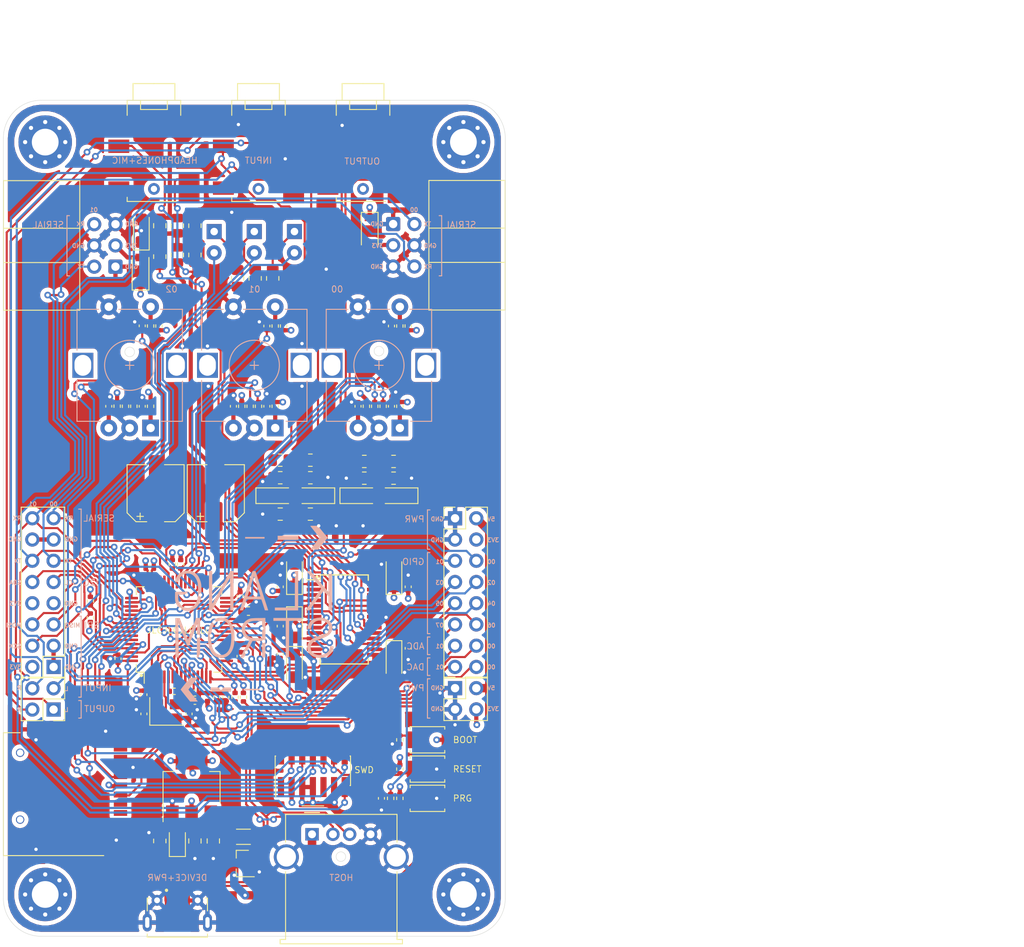
<source format=kicad_pcb>
(kicad_pcb (version 20171130) (host pcbnew "(5.1.8-0-10_14)")
  (title_block (rev 0.1))
  (layers (0 F.Cu signal) (1 In1.Cu power) (2 In2.Cu power) (31 B.Cu signal) (34 B.Paste user hide) (35 F.Paste user hide) (36 B.SilkS user) (37 F.SilkS user) (38 B.Mask user hide) (39 F.Mask user hide) (44 Edge.Cuts user))
  (net 0 "")
  (net 1 GND)
  (net 2 +3V3)
  (net 3 /RCC_OSC_IN)
  (net 4 /VCAP1)
  (net 5 +3.3VA)
  (net 6 /audio_codec_WM8731/SIGNAL_IN_LEFT)
  (net 7 /audio_codec_WM8731/SIGNAL_IN_RIGHT)
  (net 8 /ENCODER_01_BUTTON)
  (net 9 /ENCODER_00_BUTTON)
  (net 10 /ENCODER_02_BUTTON)
  (net 11 /LED_00)
  (net 12 "Net-(D1-Pad1)")
  (net 13 /LED_01)
  (net 14 "Net-(D2-Pad1)")
  (net 15 /LED_02)
  (net 16 "Net-(D3-Pad1)")
  (net 17 "Net-(D4-Pad1)")
  (net 18 /ADC_00)
  (net 19 /ADC_01)
  (net 20 /DAC_00)
  (net 21 /DAC_01)
  (net 22 /GPIO_09)
  (net 23 /GPIO_08)
  (net 24 /GPIO_07)
  (net 25 /GPIO_06)
  (net 26 /GPIO_05)
  (net 27 /GPIO_04)
  (net 28 /GPIO_03)
  (net 29 /GPIO_02)
  (net 30 /GPIO_01)
  (net 31 /GPIO_00)
  (net 32 +5V)
  (net 33 /SWD_NRST)
  (net 34 /SWD_SWI)
  (net 35 /SWD_SWO)
  (net 36 /SWD_SWCLK)
  (net 37 /SWD_SWDIO)
  (net 38 /I2C_00_SDA)
  (net 39 /I2C_00_SCL)
  (net 40 /audio_codec_WM8731/SIGNAL_OUT_RIGHT)
  (net 41 /audio_codec_WM8731/SIGNAL_OUT_LEFT)
  (net 42 /BOOT_FLASH)
  (net 43 /RCC_OSC_OUT)
  (net 44 /AUDIOCODEC_I2C_SCL)
  (net 45 /AUDIOCODEC_I2C_SDA)
  (net 46 /ENCODER_01_A)
  (net 47 /ENCODER_01_B)
  (net 48 /ENCODER_00_A)
  (net 49 /ENCODER_00_B)
  (net 50 /ENCODER_02_A)
  (net 51 /ENCODER_02_B)
  (net 52 /AUDIOCODEC_I2S_MCK)
  (net 53 /AUDIOCODEC_I2S_CK)
  (net 54 /AUDIOCODEC_I2S_SDO)
  (net 55 "Net-(FB1-Pad2)")
  (net 56 "Net-(C2-Pad1)")
  (net 57 "Net-(C22-Pad2)")
  (net 58 "Net-(C24-Pad2)")
  (net 59 "Net-(C38-Pad1)")
  (net 60 "Net-(C41-Pad1)")
  (net 61 /audio_codec_WM8731/MIC_IN)
  (net 62 "Net-(C43-Pad1)")
  (net 63 /UART_00_RX)
  (net 64 /UART_00_TX)
  (net 65 /UART_01_RX)
  (net 66 /UART_01_TX)
  (net 67 /audio_codec_WM8731/SIGNAL_MIC_BIAS)
  (net 68 /USB_D+)
  (net 69 /audio_codec_WM8731/SIGNAL_MIC_IN)
  (net 70 /USB_D-)
  (net 71 /ADCLRC)
  (net 72 /ADCDAT)
  (net 73 "Net-(C4-Pad1)")
  (net 74 "Net-(C18-Pad1)")
  (net 75 "Net-(C20-Pad1)")
  (net 76 "Net-(C26-Pad2)")
  (net 77 "Net-(C27-Pad2)")
  (net 78 "Net-(C37-Pad1)")
  (net 79 "Net-(C40-Pad1)")
  (net 80 "Net-(C44-Pad1)")
  (net 81 "Net-(R25-Pad1)")
  (net 82 "Net-(R31-Pad1)")
  (net 83 "Net-(R37-Pad1)")
  (net 84 "Net-(D5-Pad2)")
  (net 85 "Net-(D6-Pad2)")
  (net 86 /USB_CONN_D+)
  (net 87 /USB_CONN_D-)
  (net 88 "Net-(R45-Pad1)")
  (net 89 /audio_codec_WM8731/HEADPHONE_LEFT)
  (net 90 /audio_codec_WM8731/SIGNAL_HEADPHONE_LEFT)
  (net 91 /audio_codec_WM8731/HEADPHONE_RIGHT)
  (net 92 /audio_codec_WM8731/SIGNAL_HEADPHONE_RIGHT)
  (net 93 /SPI_00_MOSI)
  (net 94 /SPI_00_SCK)
  (net 95 /SPI_00_MISO)
  (net 96 /LINE_OUT_LEFT)
  (net 97 /LINE_OUT_RIGHT)
  (net 98 /LINE_IN_LEFT)
  (net 99 /LINE_IN_RIGHT)
  (module KLST_TINY:Korean_Hroparts_Elec_PJ-316A-6A (layer F.Cu) (at 117 53)
    (fp_text reference J6)
    (fp_text value HEADPHONES+MIC)
    (pad T smd rect (at 4.2 9.5) (size 2.5 1.6) (layers F.Cu F.Paste F.Mask) (net 89 /audio_codec_WM8731/HEADPHONE_LEFT))
    (pad TN smd rect (at 4.2 11.5) (size 2.5 1.6) (layers F.Cu F.Paste F.Mask))
    (pad R1N smd rect (at -4.2 10.5) (size 2.5 1.6) (layers F.Cu F.Paste F.Mask))
    (pad R1 smd rect (at -4.2 5.5) (size 2.5 1.6) (layers F.Cu F.Paste F.Mask) (net 91 /audio_codec_WM8731/HEADPHONE_RIGHT))
    (pad S smd rect (at -4.2 2.9) (size 2.5 1.6) (layers F.Cu F.Paste F.Mask) (net 1 GND))
    (pad R2 smd rect (at 4.2 2.9) (size 2.5 1.6) (layers F.Cu F.Paste F.Mask) (net 61 /audio_codec_WM8731/MIC_IN))
    (pad "" np_thru_hole circle (at 0 10.6) (size 1.4 1.4) (drill 0.762) (layers *.Cu *.Mask))
  )
  (module Connector_PinHeader_1.27mm:PinHeader_2x07_P1.27mm_Vertical_SMD (layer F.Cu) (at 136 133.2 90)
    (fp_text reference J5)
    (fp_text value "ARM_JTAG_SWD(STDC14)")
    (pad 14 smd rect (at 1.95 3.81 90) (size 2.4 0.74) (layers F.Cu F.Paste F.Mask) (net 66 /UART_01_TX))
    (pad 13 smd rect (at -1.95 3.81 90) (size 2.4 0.74) (layers F.Cu F.Paste F.Mask) (net 65 /UART_01_RX))
    (pad 12 smd rect (at 1.95 2.54 90) (size 2.4 0.74) (layers F.Cu F.Paste F.Mask) (net 33 /SWD_NRST))
    (pad 11 smd rect (at -1.95 2.54 90) (size 2.4 0.74) (layers F.Cu F.Paste F.Mask) (net 1 GND))
    (pad 10 smd rect (at 1.95 1.27 90) (size 2.4 0.74) (layers F.Cu F.Paste F.Mask) (net 34 /SWD_SWI))
    (pad 9 smd rect (at -1.95 1.27 90) (size 2.4 0.74) (layers F.Cu F.Paste F.Mask))
    (pad 8 smd rect (at 1.95 0 90) (size 2.4 0.74) (layers F.Cu F.Paste F.Mask) (net 35 /SWD_SWO))
    (pad 7 smd rect (at -1.95 0 90) (size 2.4 0.74) (layers F.Cu F.Paste F.Mask) (net 1 GND))
    (pad 6 smd rect (at 1.95 -1.27 90) (size 2.4 0.74) (layers F.Cu F.Paste F.Mask) (net 36 /SWD_SWCLK))
    (pad 5 smd rect (at -1.95 -1.27 90) (size 2.4 0.74) (layers F.Cu F.Paste F.Mask) (net 1 GND))
    (pad 4 smd rect (at 1.95 -2.54 90) (size 2.4 0.74) (layers F.Cu F.Paste F.Mask) (net 37 /SWD_SWDIO))
    (pad 3 smd rect (at -1.95 -2.54 90) (size 2.4 0.74) (layers F.Cu F.Paste F.Mask) (net 2 +3V3))
    (pad 2 smd rect (at 1.95 -3.81 90) (size 2.4 0.74) (layers F.Cu F.Paste F.Mask))
    (pad 1 smd rect (at -1.95 -3.81 90) (size 2.4 0.74) (layers F.Cu F.Paste F.Mask))
  )
  (module LED_THT:LED_D3.0mm (layer B.Cu) (at 133.8 68.7 270)
    (fp_text reference D1)
    (fp_text value LED)
    (pad 2 thru_hole circle (at 2.54 0 270) (size 1.8 1.8) (drill 0.9) (layers *.Cu *.Mask) (net 11 /LED_00))
    (pad 1 thru_hole rect (at 0 0 270) (size 1.8 1.8) (drill 0.9) (layers *.Cu *.Mask) (net 12 "Net-(D1-Pad1)"))
  )
  (module LED_THT:LED_D3.0mm (layer B.Cu) (at 124.2 68.7 270)
    (fp_text reference D3)
    (fp_text value LED)
    (pad 2 thru_hole circle (at 2.54 0 270) (size 1.8 1.8) (drill 0.9) (layers *.Cu *.Mask) (net 15 /LED_02))
    (pad 1 thru_hole rect (at 0 0 270) (size 1.8 1.8) (drill 0.9) (layers *.Cu *.Mask) (net 16 "Net-(D3-Pad1)"))
  )
  (module LED_THT:LED_D3.0mm (layer B.Cu) (at 129 68.7 270)
    (fp_text reference D2)
    (fp_text value LED)
    (pad 2 thru_hole circle (at 2.54 0 270) (size 1.8 1.8) (drill 0.9) (layers *.Cu *.Mask) (net 13 /LED_01))
    (pad 1 thru_hole rect (at 0 0 270) (size 1.8 1.8) (drill 0.9) (layers *.Cu *.Mask) (net 14 "Net-(D2-Pad1)"))
  )
  (module KLST_TINY:Korean_Hroparts_Elec_PJ-316A-6A (layer F.Cu) (at 142 53)
    (fp_text reference J8)
    (fp_text value LINE_OUT)
    (pad T smd rect (at 4.2 9.5) (size 2.5 1.6) (layers F.Cu F.Paste F.Mask) (net 96 /LINE_OUT_LEFT))
    (pad TN smd rect (at 4.2 11.5) (size 2.5 1.6) (layers F.Cu F.Paste F.Mask))
    (pad R1N smd rect (at -4.2 10.5) (size 2.5 1.6) (layers F.Cu F.Paste F.Mask))
    (pad R1 smd rect (at -4.2 5.5) (size 2.5 1.6) (layers F.Cu F.Paste F.Mask) (net 97 /LINE_OUT_RIGHT))
    (pad S smd rect (at -4.2 2.9) (size 2.5 1.6) (layers F.Cu F.Paste F.Mask) (net 1 GND))
    (pad R2 smd rect (at 4.2 2.9) (size 2.5 1.6) (layers F.Cu F.Paste F.Mask))
    (pad "" np_thru_hole circle (at 0 10.6) (size 1.4 1.4) (drill 0.762) (layers *.Cu *.Mask))
  )
  (module KLST_TINY:Korean_Hroparts_Elec_PJ-316A-6A (layer F.Cu) (at 129.5 53)
    (fp_text reference J7)
    (fp_text value LINE_IN)
    (pad T smd rect (at 4.2 9.5) (size 2.5 1.6) (layers F.Cu F.Paste F.Mask) (net 98 /LINE_IN_LEFT))
    (pad TN smd rect (at 4.2 11.5) (size 2.5 1.6) (layers F.Cu F.Paste F.Mask))
    (pad R1N smd rect (at -4.2 10.5) (size 2.5 1.6) (layers F.Cu F.Paste F.Mask))
    (pad R1 smd rect (at -4.2 5.5) (size 2.5 1.6) (layers F.Cu F.Paste F.Mask) (net 99 /LINE_IN_RIGHT))
    (pad S smd rect (at -4.2 2.9) (size 2.5 1.6) (layers F.Cu F.Paste F.Mask) (net 1 GND))
    (pad R2 smd rect (at 4.2 2.9) (size 2.5 1.6) (layers F.Cu F.Paste F.Mask))
    (pad "" np_thru_hole circle (at 0 10.6) (size 1.4 1.4) (drill 0.762) (layers *.Cu *.Mask))
  )
  (module Connector_PinHeader_2.54mm:PinHeader_2x02_P2.54mm_Vertical (layer F.Cu) (at 105 125.88 180)
    (fp_text reference J13)
    (fp_text value ADD-ON_AUDIO)
    (pad 4 thru_hole oval (at 2.54 2.54 180) (size 1.7 1.7) (drill 1) (layers *.Cu *.Mask) (net 99 /LINE_IN_RIGHT))
    (pad 3 thru_hole oval (at 0 2.54 180) (size 1.7 1.7) (drill 1) (layers *.Cu *.Mask) (net 98 /LINE_IN_LEFT))
    (pad 2 thru_hole oval (at 2.54 0 180) (size 1.7 1.7) (drill 1) (layers *.Cu *.Mask) (net 97 /LINE_OUT_RIGHT))
    (pad 1 thru_hole rect (at 0 0 180) (size 1.7 1.7) (drill 1) (layers *.Cu *.Mask) (net 96 /LINE_OUT_LEFT))
  )
  (module Connector_PinHeader_2.54mm:PinHeader_2x02_P2.54mm_Vertical (layer F.Cu) (at 153 123.32)
    (fp_text reference J11)
    (fp_text value ADD-ON_PWR)
    (pad 4 thru_hole oval (at 2.54 2.54) (size 1.7 1.7) (drill 1) (layers *.Cu *.Mask) (net 2 +3V3))
    (pad 3 thru_hole oval (at 0 2.54) (size 1.7 1.7) (drill 1) (layers *.Cu *.Mask) (net 1 GND))
    (pad 2 thru_hole oval (at 2.54 0) (size 1.7 1.7) (drill 1) (layers *.Cu *.Mask) (net 32 +5V))
    (pad 1 thru_hole rect (at 0 0) (size 1.7 1.7) (drill 1) (layers *.Cu *.Mask) (net 1 GND))
  )
  (module Package_QFP:LQFP-64_10x10mm_P0.5mm (layer F.Cu) (at 120 116.3 90)
    (fp_text reference U1)
    (fp_text value STM32F446RETx)
    (pad 64 smd roundrect (at -3.75 -5.675 90) (size 0.3 1.55) (layers F.Cu F.Paste F.Mask) (net 2 +3V3))
    (pad 63 smd roundrect (at -3.25 -5.675 90) (size 0.3 1.55) (layers F.Cu F.Paste F.Mask) (net 1 GND))
    (pad 62 smd roundrect (at -2.75 -5.675 90) (size 0.3 1.55) (layers F.Cu F.Paste F.Mask) (net 71 /ADCLRC))
    (pad 61 smd roundrect (at -2.25 -5.675 90) (size 0.3 1.55) (layers F.Cu F.Paste F.Mask) (net 39 /I2C_00_SCL))
    (pad 60 smd roundrect (at -1.75 -5.675 90) (size 0.3 1.55) (layers F.Cu F.Paste F.Mask) (net 42 /BOOT_FLASH))
    (pad 59 smd roundrect (at -1.25 -5.675 90) (size 0.3 1.55) (layers F.Cu F.Paste F.Mask) (net 38 /I2C_00_SDA))
    (pad 58 smd roundrect (at -0.75 -5.675 90) (size 0.3 1.55) (layers F.Cu F.Paste F.Mask) (net 64 /UART_00_TX))
    (pad 57 smd roundrect (at -0.25 -5.675 90) (size 0.3 1.55) (layers F.Cu F.Paste F.Mask) (net 11 /LED_00))
    (pad 56 smd roundrect (at 0.25 -5.675 90) (size 0.3 1.55) (layers F.Cu F.Paste F.Mask) (net 10 /ENCODER_02_BUTTON))
    (pad 55 smd roundrect (at 0.75 -5.675 90) (size 0.3 1.55) (layers F.Cu F.Paste F.Mask) (net 35 /SWD_SWO))
    (pad 54 smd roundrect (at 1.25 -5.675 90) (size 0.3 1.55) (layers F.Cu F.Paste F.Mask) (net 13 /LED_01))
    (pad 53 smd roundrect (at 1.75 -5.675 90) (size 0.3 1.55) (layers F.Cu F.Paste F.Mask) (net 15 /LED_02))
    (pad 52 smd roundrect (at 2.25 -5.675 90) (size 0.3 1.55) (layers F.Cu F.Paste F.Mask) (net 65 /UART_01_RX))
    (pad 51 smd roundrect (at 2.75 -5.675 90) (size 0.3 1.55) (layers F.Cu F.Paste F.Mask) (net 66 /UART_01_TX))
    (pad 50 smd roundrect (at 3.25 -5.675 90) (size 0.3 1.55) (layers F.Cu F.Paste F.Mask) (net 34 /SWD_SWI))
    (pad 49 smd roundrect (at 3.75 -5.675 90) (size 0.3 1.55) (layers F.Cu F.Paste F.Mask) (net 36 /SWD_SWCLK))
    (pad 48 smd roundrect (at 5.675 -3.75 90) (size 1.55 0.3) (layers F.Cu F.Paste F.Mask) (net 2 +3V3))
    (pad 47 smd roundrect (at 5.675 -3.25 90) (size 1.55 0.3) (layers F.Cu F.Paste F.Mask) (net 1 GND))
    (pad 46 smd roundrect (at 5.675 -2.75 90) (size 1.55 0.3) (layers F.Cu F.Paste F.Mask) (net 37 /SWD_SWDIO))
    (pad 45 smd roundrect (at 5.675 -2.25 90) (size 1.55 0.3) (layers F.Cu F.Paste F.Mask) (net 68 /USB_D+))
    (pad 44 smd roundrect (at 5.675 -1.75 90) (size 1.55 0.3) (layers F.Cu F.Paste F.Mask) (net 70 /USB_D-))
    (pad 43 smd roundrect (at 5.675 -1.25 90) (size 1.55 0.3) (layers F.Cu F.Paste F.Mask) (net 63 /UART_00_RX))
    (pad 42 smd roundrect (at 5.675 -0.75 90) (size 1.55 0.3) (layers F.Cu F.Paste F.Mask) (net 54 /AUDIOCODEC_I2S_SDO))
    (pad 41 smd roundrect (at 5.675 -0.25 90) (size 1.55 0.3) (layers F.Cu F.Paste F.Mask) (net 44 /AUDIOCODEC_I2C_SCL))
    (pad 40 smd roundrect (at 5.675 0.25 90) (size 1.55 0.3) (layers F.Cu F.Paste F.Mask) (net 45 /AUDIOCODEC_I2C_SDA))
    (pad 39 smd roundrect (at 5.675 0.75 90) (size 1.55 0.3) (layers F.Cu F.Paste F.Mask) (net 8 /ENCODER_01_BUTTON))
    (pad 38 smd roundrect (at 5.675 1.25 90) (size 1.55 0.3) (layers F.Cu F.Paste F.Mask) (net 47 /ENCODER_01_B))
    (pad 37 smd roundrect (at 5.675 1.75 90) (size 1.55 0.3) (layers F.Cu F.Paste F.Mask) (net 46 /ENCODER_01_A))
    (pad 36 smd roundrect (at 5.675 2.25 90) (size 1.55 0.3) (layers F.Cu F.Paste F.Mask) (net 93 /SPI_00_MOSI))
    (pad 35 smd roundrect (at 5.675 2.75 90) (size 1.55 0.3) (layers F.Cu F.Paste F.Mask) (net 95 /SPI_00_MISO))
    (pad 34 smd roundrect (at 5.675 3.25 90) (size 1.55 0.3) (layers F.Cu F.Paste F.Mask) (net 94 /SPI_00_SCK))
    (pad 33 smd roundrect (at 5.675 3.75 90) (size 1.55 0.3) (layers F.Cu F.Paste F.Mask) (net 53 /AUDIOCODEC_I2S_CK))
    (pad 32 smd roundrect (at 3.75 5.675 90) (size 0.3 1.55) (layers F.Cu F.Paste F.Mask) (net 2 +3V3))
    (pad 31 smd roundrect (at 3.25 5.675 90) (size 0.3 1.55) (layers F.Cu F.Paste F.Mask) (net 1 GND))
    (pad 30 smd roundrect (at 2.75 5.675 90) (size 0.3 1.55) (layers F.Cu F.Paste F.Mask) (net 4 /VCAP1))
    (pad 29 smd roundrect (at 2.25 5.675 90) (size 0.3 1.55) (layers F.Cu F.Paste F.Mask) (net 22 /GPIO_09))
    (pad 28 smd roundrect (at 1.75 5.675 90) (size 0.3 1.55) (layers F.Cu F.Paste F.Mask) (net 23 /GPIO_08))
    (pad 27 smd roundrect (at 1.25 5.675 90) (size 0.3 1.55) (layers F.Cu F.Paste F.Mask) (net 19 /ADC_01))
    (pad 26 smd roundrect (at 0.75 5.675 90) (size 0.3 1.55) (layers F.Cu F.Paste F.Mask) (net 18 /ADC_00))
    (pad 25 smd roundrect (at 0.25 5.675 90) (size 0.3 1.55) (layers F.Cu F.Paste F.Mask) (net 24 /GPIO_07))
    (pad 24 smd roundrect (at -0.25 5.675 90) (size 0.3 1.55) (layers F.Cu F.Paste F.Mask) (net 9 /ENCODER_00_BUTTON))
    (pad 23 smd roundrect (at -0.75 5.675 90) (size 0.3 1.55) (layers F.Cu F.Paste F.Mask) (net 49 /ENCODER_00_B))
    (pad 22 smd roundrect (at -1.25 5.675 90) (size 0.3 1.55) (layers F.Cu F.Paste F.Mask) (net 48 /ENCODER_00_A))
    (pad 21 smd roundrect (at -1.75 5.675 90) (size 0.3 1.55) (layers F.Cu F.Paste F.Mask) (net 21 /DAC_01))
    (pad 20 smd roundrect (at -2.25 5.675 90) (size 0.3 1.55) (layers F.Cu F.Paste F.Mask) (net 20 /DAC_00))
    (pad 19 smd roundrect (at -2.75 5.675 90) (size 0.3 1.55) (layers F.Cu F.Paste F.Mask) (net 2 +3V3))
    (pad 18 smd roundrect (at -3.25 5.675 90) (size 0.3 1.55) (layers F.Cu F.Paste F.Mask) (net 1 GND))
    (pad 17 smd roundrect (at -3.75 5.675 90) (size 0.3 1.55) (layers F.Cu F.Paste F.Mask) (net 25 /GPIO_06))
    (pad 16 smd roundrect (at -5.675 3.75 90) (size 1.55 0.3) (layers F.Cu F.Paste F.Mask) (net 26 /GPIO_05))
    (pad 15 smd roundrect (at -5.675 3.25 90) (size 1.55 0.3) (layers F.Cu F.Paste F.Mask) (net 51 /ENCODER_02_B))
    (pad 14 smd roundrect (at -5.675 2.75 90) (size 1.55 0.3) (layers F.Cu F.Paste F.Mask) (net 50 /ENCODER_02_A))
    (pad 13 smd roundrect (at -5.675 2.25 90) (size 1.55 0.3) (layers F.Cu F.Paste F.Mask) (net 5 +3.3VA))
    (pad 12 smd roundrect (at -5.675 1.75 90) (size 1.55 0.3) (layers F.Cu F.Paste F.Mask) (net 1 GND))
    (pad 11 smd roundrect (at -5.675 1.25 90) (size 1.55 0.3) (layers F.Cu F.Paste F.Mask) (net 27 /GPIO_04))
    (pad 10 smd roundrect (at -5.675 0.75 90) (size 1.55 0.3) (layers F.Cu F.Paste F.Mask) (net 28 /GPIO_03))
    (pad 9 smd roundrect (at -5.675 0.25 90) (size 1.55 0.3) (layers F.Cu F.Paste F.Mask) (net 72 /ADCDAT))
    (pad 8 smd roundrect (at -5.675 -0.25 90) (size 1.55 0.3) (layers F.Cu F.Paste F.Mask) (net 52 /AUDIOCODEC_I2S_MCK))
    (pad 7 smd roundrect (at -5.675 -0.75 90) (size 1.55 0.3) (layers F.Cu F.Paste F.Mask) (net 33 /SWD_NRST))
    (pad 6 smd roundrect (at -5.675 -1.25 90) (size 1.55 0.3) (layers F.Cu F.Paste F.Mask) (net 43 /RCC_OSC_OUT))
    (pad 5 smd roundrect (at -5.675 -1.75 90) (size 1.55 0.3) (layers F.Cu F.Paste F.Mask) (net 3 /RCC_OSC_IN))
    (pad 4 smd roundrect (at -5.675 -2.25 90) (size 1.55 0.3) (layers F.Cu F.Paste F.Mask) (net 29 /GPIO_02))
    (pad 3 smd roundrect (at -5.675 -2.75 90) (size 1.55 0.3) (layers F.Cu F.Paste F.Mask) (net 30 /GPIO_01))
    (pad 2 smd roundrect (at -5.675 -3.25 90) (size 1.55 0.3) (layers F.Cu F.Paste F.Mask) (net 31 /GPIO_00))
    (pad 1 smd roundrect (at -5.675 -3.75 90) (size 1.55 0.3) (layers F.Cu F.Paste F.Mask) (net 2 +3V3))
  )
  (module Capacitor_SMD:C_0402_1005Metric (layer F.Cu) (at 121.9 123.9 180)
    (fp_text reference C8)
    (fp_text value 100nF)
    (pad 2 smd roundrect (at 0.48 0 180) (size 0.56 0.62) (layers F.Cu F.Paste F.Mask) (net 1 GND))
    (pad 1 smd roundrect (at -0.48 0 180) (size 0.56 0.62) (layers F.Cu F.Paste F.Mask) (net 5 +3.3VA))
  )
  (module Capacitor_SMD:C_0402_1005Metric (layer F.Cu) (at 121.9 124.9 180)
    (fp_text reference C7)
    (fp_text value 1uF)
    (pad 2 smd roundrect (at 0.48 0 180) (size 0.56 0.62) (layers F.Cu F.Paste F.Mask) (net 1 GND))
    (pad 1 smd roundrect (at -0.48 0 180) (size 0.56 0.62) (layers F.Cu F.Paste F.Mask) (net 5 +3.3VA))
  )
  (module Connector_IDC:IDC-Header_2x03_P2.54mm_Horizontal (layer F.Cu) (at 112.4 72.9 180)
    (fp_text reference J12)
    (fp_text value UART_01)
    (pad 6 thru_hole circle (at 2.54 5.08 180) (size 1.7 1.7) (drill 1) (layers *.Cu *.Mask) (net 65 /UART_01_RX))
    (pad 4 thru_hole circle (at 2.54 2.54 180) (size 1.7 1.7) (drill 1) (layers *.Cu *.Mask) (net 1 GND))
    (pad 2 thru_hole circle (at 2.54 0 180) (size 1.7 1.7) (drill 1) (layers *.Cu *.Mask) (net 66 /UART_01_TX))
    (pad 5 thru_hole circle (at 0 5.08 180) (size 1.7 1.7) (drill 1) (layers *.Cu *.Mask) (net 1 GND))
    (pad 3 thru_hole circle (at 0 2.54 180) (size 1.7 1.7) (drill 1) (layers *.Cu *.Mask) (net 85 "Net-(D6-Pad2)"))
    (pad 1 thru_hole roundrect (at 0 0 180) (size 1.7 1.7) (drill 1) (layers *.Cu *.Mask) (roundrect_rratio 0.1470588235294118) (net 1 GND))
  )
  (module Connector_PinHeader_2.54mm:PinHeader_2x08_P2.54mm_Vertical (layer F.Cu) (at 105 120.78 180)
    (fp_text reference J9)
    (fp_text value I2C_00+SPI_00)
    (pad 16 thru_hole oval (at 2.54 17.78 180) (size 1.7 1.7) (drill 1) (layers *.Cu *.Mask) (net 65 /UART_01_RX))
    (pad 15 thru_hole oval (at 0 17.78 180) (size 1.7 1.7) (drill 1) (layers *.Cu *.Mask) (net 63 /UART_00_RX))
    (pad 14 thru_hole oval (at 2.54 15.24 180) (size 1.7 1.7) (drill 1) (layers *.Cu *.Mask) (net 1 GND))
    (pad 13 thru_hole oval (at 0 15.24 180) (size 1.7 1.7) (drill 1) (layers *.Cu *.Mask) (net 1 GND))
    (pad 12 thru_hole oval (at 2.54 12.7 180) (size 1.7 1.7) (drill 1) (layers *.Cu *.Mask) (net 66 /UART_01_TX))
    (pad 11 thru_hole oval (at 0 12.7 180) (size 1.7 1.7) (drill 1) (layers *.Cu *.Mask) (net 64 /UART_00_TX))
    (pad 10 thru_hole oval (at 2.54 10.16 180) (size 1.7 1.7) (drill 1) (layers *.Cu *.Mask) (net 38 /I2C_00_SDA))
    (pad 9 thru_hole oval (at 0 10.16 180) (size 1.7 1.7) (drill 1) (layers *.Cu *.Mask) (net 39 /I2C_00_SCL))
    (pad 8 thru_hole oval (at 2.54 7.62 180) (size 1.7 1.7) (drill 1) (layers *.Cu *.Mask) (net 2 +3V3))
    (pad 7 thru_hole oval (at 0 7.62 180) (size 1.7 1.7) (drill 1) (layers *.Cu *.Mask) (net 1 GND))
    (pad 6 thru_hole oval (at 2.54 5.08 180) (size 1.7 1.7) (drill 1) (layers *.Cu *.Mask) (net 93 /SPI_00_MOSI))
    (pad 5 thru_hole oval (at 0 5.08 180) (size 1.7 1.7) (drill 1) (layers *.Cu *.Mask) (net 95 /SPI_00_MISO))
    (pad 4 thru_hole oval (at 2.54 2.54 180) (size 1.7 1.7) (drill 1) (layers *.Cu *.Mask) (net 94 /SPI_00_SCK))
    (pad 3 thru_hole oval (at 0 2.54 180) (size 1.7 1.7) (drill 1) (layers *.Cu *.Mask) (net 1 GND))
    (pad 2 thru_hole oval (at 2.54 0 180) (size 1.7 1.7) (drill 1) (layers *.Cu *.Mask) (net 2 +3V3))
    (pad 1 thru_hole rect (at 0 0 180) (size 1.7 1.7) (drill 1) (layers *.Cu *.Mask) (net 1 GND))
  )
  (module Connector_PinHeader_2.54mm:PinHeader_2x08_P2.54mm_Vertical (layer F.Cu) (at 153 103)
    (fp_text reference J4)
    (fp_text value GPIO+ANALOG_IO_PINS)
    (pad 16 thru_hole oval (at 2.54 17.78) (size 1.7 1.7) (drill 1) (layers *.Cu *.Mask) (net 20 /DAC_00))
    (pad 15 thru_hole oval (at 0 17.78) (size 1.7 1.7) (drill 1) (layers *.Cu *.Mask) (net 21 /DAC_01))
    (pad 14 thru_hole oval (at 2.54 15.24) (size 1.7 1.7) (drill 1) (layers *.Cu *.Mask) (net 18 /ADC_00))
    (pad 13 thru_hole oval (at 0 15.24) (size 1.7 1.7) (drill 1) (layers *.Cu *.Mask) (net 19 /ADC_01))
    (pad 12 thru_hole oval (at 2.54 12.7) (size 1.7 1.7) (drill 1) (layers *.Cu *.Mask) (net 25 /GPIO_06))
    (pad 11 thru_hole oval (at 0 12.7) (size 1.7 1.7) (drill 1) (layers *.Cu *.Mask) (net 24 /GPIO_07))
    (pad 10 thru_hole oval (at 2.54 10.16) (size 1.7 1.7) (drill 1) (layers *.Cu *.Mask) (net 27 /GPIO_04))
    (pad 9 thru_hole oval (at 0 10.16) (size 1.7 1.7) (drill 1) (layers *.Cu *.Mask) (net 26 /GPIO_05))
    (pad 8 thru_hole oval (at 2.54 7.62) (size 1.7 1.7) (drill 1) (layers *.Cu *.Mask) (net 29 /GPIO_02))
    (pad 7 thru_hole oval (at 0 7.62) (size 1.7 1.7) (drill 1) (layers *.Cu *.Mask) (net 28 /GPIO_03))
    (pad 6 thru_hole oval (at 2.54 5.08) (size 1.7 1.7) (drill 1) (layers *.Cu *.Mask) (net 31 /GPIO_00))
    (pad 5 thru_hole oval (at 0 5.08) (size 1.7 1.7) (drill 1) (layers *.Cu *.Mask) (net 30 /GPIO_01))
    (pad 4 thru_hole oval (at 2.54 2.54) (size 1.7 1.7) (drill 1) (layers *.Cu *.Mask) (net 2 +3V3))
    (pad 3 thru_hole oval (at 0 2.54) (size 1.7 1.7) (drill 1) (layers *.Cu *.Mask) (net 1 GND))
    (pad 2 thru_hole oval (at 2.54 0) (size 1.7 1.7) (drill 1) (layers *.Cu *.Mask) (net 32 +5V))
    (pad 1 thru_hole rect (at 0 0) (size 1.7 1.7) (drill 1) (layers *.Cu *.Mask) (net 1 GND))
  )
  (module KLST_TINY:SHOUHAN_MICROXNJ (layer F.Cu) (at 119.8 153.1 180)
    (fp_text reference J3)
    (fp_text value USB_B_Micro)
    (pad S smd rect (at -0.8 1.725 180) (size 0.6 1.35) (layers F.Cu F.Paste F.Mask) (net 1 GND))
    (pad S smd rect (at 0.8 1.725 180) (size 0.6 1.35) (layers F.Cu F.Paste F.Mask) (net 1 GND))
    (pad S thru_hole oval (at -3.6 1.75 180) (size 1.07 2.14) (drill oval 0.5 1.3) (layers *.Cu *.Mask) (net 1 GND))
    (pad S thru_hole oval (at 3.6 1.75 180) (size 1.07 2.14) (drill oval 0.5 1.3) (layers *.Cu *.Mask) (net 1 GND))
    (pad S thru_hole circle (at -2.425 4.4 180) (size 1.3 1.3) (drill 0.7) (layers *.Cu *.Mask) (net 1 GND))
    (pad S thru_hole circle (at 2.425 4.4 180) (size 1.3 1.3) (drill 0.7) (layers *.Cu *.Mask) (net 1 GND))
    (pad 5 smd rect (at -1.3 4.375 180) (size 0.4 1.25) (layers F.Cu F.Paste F.Mask) (net 1 GND))
    (pad 4 smd rect (at -0.65 4.375 180) (size 0.4 1.25) (layers F.Cu F.Paste F.Mask))
    (pad 3 smd rect (at 0 4.375 180) (size 0.4 1.25) (layers F.Cu F.Paste F.Mask) (net 86 /USB_CONN_D+))
    (pad 2 smd rect (at 0.65 4.375 180) (size 0.4 1.25) (layers F.Cu F.Paste F.Mask) (net 87 /USB_CONN_D-))
    (pad 1 smd rect (at 1.3 4.375 180) (size 0.4 1.25) (layers F.Cu F.Paste F.Mask) (net 32 +5V))
  )
  (module Connector_Card:microSD_SOFNG_TF-015 (layer F.Cu) (at 112.2 136 270)
    (fp_text reference J1)
    (fp_text value Micro_SD_Card_Card_Detect_SPI)
    (pad 10 smd rect (at -7.75 -0.3 270) (size 1.2 1.4) (layers F.Cu F.Paste F.Mask) (net 1 GND))
    (pad 10 smd rect (at 6.85 -0.3 270) (size 1.6 1.4) (layers F.Cu F.Paste F.Mask) (net 1 GND))
    (pad 10 smd rect (at -7.75 9.3 270) (size 1.2 2.2) (layers F.Cu F.Paste F.Mask) (net 1 GND))
    (pad 10 smd rect (at 7.75 9.3 270) (size 1.2 2.2) (layers F.Cu F.Paste F.Mask) (net 1 GND))
    (pad "" np_thru_hole circle (at -4.95 11.2 270) (size 1 1) (drill 0.762) (layers *.Cu *.Mask))
    (pad "" np_thru_hole circle (at 3.05 11.2 270) (size 1 1) (drill 0.762) (layers *.Cu *.Mask))
    (pad 1 smd rect (at 2.25 -0.8 270) (size 0.7 1.6) (layers F.Cu F.Paste F.Mask))
    (pad 2 smd rect (at 1.15 -0.8 270) (size 0.7 1.6) (layers F.Cu F.Paste F.Mask) (net 22 /GPIO_09))
    (pad 3 smd rect (at 0.05 -0.8 270) (size 0.7 1.6) (layers F.Cu F.Paste F.Mask) (net 27 /GPIO_04))
    (pad 4 smd rect (at -1.05 -0.8 270) (size 0.7 1.6) (layers F.Cu F.Paste F.Mask) (net 2 +3V3))
    (pad 5 smd rect (at -2.15 -0.8 270) (size 0.7 1.6) (layers F.Cu F.Paste F.Mask) (net 22 /GPIO_09))
    (pad 6 smd rect (at -3.25 -0.8 270) (size 0.7 1.6) (layers F.Cu F.Paste F.Mask) (net 1 GND))
    (pad 7 smd rect (at -4.35 -0.8 270) (size 0.7 1.6) (layers F.Cu F.Paste F.Mask) (net 28 /GPIO_03))
    (pad 8 smd rect (at -5.45 -0.8 270) (size 0.7 1.6) (layers F.Cu F.Paste F.Mask))
    (pad 9 smd rect (at -6.55 -0.8 270) (size 0.7 1.6) (layers F.Cu F.Paste F.Mask) (net 23 /GPIO_08))
  )
  (module Button_Switch_SMD:SW_Push_SPST_NO_Alps_SKRK (layer F.Cu) (at 149.7 136.5)
    (fp_text reference SW6)
    (fp_text value BUTTON)
    (pad 1 smd roundrect (at -2.1 0) (size 0.8 2) (layers F.Cu F.Paste F.Mask) (net 88 "Net-(R45-Pad1)"))
    (pad 2 smd roundrect (at 2.1 0) (size 0.8 2) (layers F.Cu F.Paste F.Mask) (net 1 GND))
  )
  (module Resistor_SMD:R_0402_1005Metric (layer F.Cu) (at 145.3 136.5 270)
    (fp_text reference R46)
    (fp_text value 1K)
    (pad 2 smd roundrect (at 0.51 0 270) (size 0.54 0.64) (layers F.Cu F.Paste F.Mask) (net 88 "Net-(R45-Pad1)"))
    (pad 1 smd roundrect (at -0.51 0 270) (size 0.54 0.64) (layers F.Cu F.Paste F.Mask) (net 24 /GPIO_07))
  )
  (module Resistor_SMD:R_0402_1005Metric (layer F.Cu) (at 146.4 136.5 90)
    (fp_text reference R45)
    (fp_text value 10K)
    (pad 2 smd roundrect (at 0.51 0 90) (size 0.54 0.64) (layers F.Cu F.Paste F.Mask) (net 2 +3V3))
    (pad 1 smd roundrect (at -0.51 0 90) (size 0.54 0.64) (layers F.Cu F.Paste F.Mask) (net 88 "Net-(R45-Pad1)"))
  )
  (module Capacitor_SMD:C_0402_1005Metric (layer F.Cu) (at 144.2 136.5 270)
    (fp_text reference C3)
    (fp_text value 100nF)
    (pad 2 smd roundrect (at 0.48 0 270) (size 0.56 0.62) (layers F.Cu F.Paste F.Mask) (net 1 GND))
    (pad 1 smd roundrect (at -0.48 0 270) (size 0.56 0.62) (layers F.Cu F.Paste F.Mask) (net 24 /GPIO_07))
  )
  (module Button_Switch_SMD:SW_Push_SPST_NO_Alps_SKRK (layer F.Cu) (at 149.7 133 180)
    (fp_text reference SW2)
    (fp_text value BUTTON_RESET)
    (pad 1 smd roundrect (at -2.1 0 180) (size 0.8 2) (layers F.Cu F.Paste F.Mask) (net 1 GND))
    (pad 2 smd roundrect (at 2.1 0 180) (size 0.8 2) (layers F.Cu F.Paste F.Mask) (net 33 /SWD_NRST))
  )
  (module Button_Switch_SMD:SW_Push_SPST_NO_Alps_SKRK (layer F.Cu) (at 149.7 129.5)
    (fp_text reference SW1)
    (fp_text value BUTTON_BOOT_FLASH)
    (pad 1 smd roundrect (at -2.1 0) (size 0.8 2) (layers F.Cu F.Paste F.Mask) (net 42 /BOOT_FLASH))
    (pad 2 smd roundrect (at 2.1 0) (size 0.8 2) (layers F.Cu F.Paste F.Mask) (net 2 +3V3))
  )
  (module Crystal:Crystal_SMD_3225-4Pin_3.2x2.5mm (layer F.Cu) (at 118.5 126.1)
    (fp_text reference Y1)
    (fp_text value 16MHz)
    (pad 4 smd rect (at -1.1 -0.85) (size 1.4 1.2) (layers F.Cu F.Paste F.Mask) (net 1 GND))
    (pad 3 smd rect (at 1.1 -0.85) (size 1.4 1.2) (layers F.Cu F.Paste F.Mask) (net 56 "Net-(C2-Pad1)"))
    (pad 2 smd rect (at 1.1 0.85) (size 1.4 1.2) (layers F.Cu F.Paste F.Mask) (net 1 GND))
    (pad 1 smd rect (at -1.1 0.85) (size 1.4 1.2) (layers F.Cu F.Paste F.Mask) (net 3 /RCC_OSC_IN))
  )
  (module Resistor_SMD:R_0805_2012Metric (layer F.Cu) (at 142.15 98.2 180)
    (fp_text reference R24)
    (fp_text value 47K)
    (pad 2 smd roundrect (at 0.9125 0 180) (size 1.025 1.4) (layers F.Cu F.Paste F.Mask) (roundrect_rratio 0.2439014634146341) (net 1 GND))
    (pad 1 smd roundrect (at -0.9125 0 180) (size 1.025 1.4) (layers F.Cu F.Paste F.Mask) (roundrect_rratio 0.2439014634146341) (net 77 "Net-(C27-Pad2)"))
  )
  (module Resistor_SMD:R_0805_2012Metric (layer F.Cu) (at 142.15 96.2 180)
    (fp_text reference R23)
    (fp_text value 100R)
    (pad 2 smd roundrect (at 0.9125 0 180) (size 1.025 1.4) (layers F.Cu F.Paste F.Mask) (roundrect_rratio 0.2439014634146341) (net 97 /LINE_OUT_RIGHT))
    (pad 1 smd roundrect (at -0.9125 0 180) (size 1.025 1.4) (layers F.Cu F.Paste F.Mask) (roundrect_rratio 0.2439014634146341) (net 77 "Net-(C27-Pad2)"))
  )
  (module Resistor_SMD:R_0805_2012Metric (layer F.Cu) (at 145.65 98.2)
    (fp_text reference R22)
    (fp_text value 47K)
    (pad 2 smd roundrect (at 0.9125 0) (size 1.025 1.4) (layers F.Cu F.Paste F.Mask) (roundrect_rratio 0.2439014634146341) (net 1 GND))
    (pad 1 smd roundrect (at -0.9125 0) (size 1.025 1.4) (layers F.Cu F.Paste F.Mask) (roundrect_rratio 0.2439014634146341) (net 76 "Net-(C26-Pad2)"))
  )
  (module Resistor_SMD:R_0805_2012Metric (layer F.Cu) (at 145.65 96.2)
    (fp_text reference R21)
    (fp_text value 100R)
    (pad 2 smd roundrect (at 0.9125 0) (size 1.025 1.4) (layers F.Cu F.Paste F.Mask) (roundrect_rratio 0.2439014634146341) (net 96 /LINE_OUT_LEFT))
    (pad 1 smd roundrect (at -0.9125 0) (size 1.025 1.4) (layers F.Cu F.Paste F.Mask) (roundrect_rratio 0.2439014634146341) (net 76 "Net-(C26-Pad2)"))
  )
  (module Resistor_SMD:R_0805_2012Metric (layer F.Cu) (at 132.1 98.15 180)
    (fp_text reference R20)
    (fp_text value 5.6K)
    (pad 2 smd roundrect (at 0.9125 0 180) (size 1.025 1.4) (layers F.Cu F.Paste F.Mask) (roundrect_rratio 0.2439014634146341) (net 1 GND))
    (pad 1 smd roundrect (at -0.9125 0 180) (size 1.025 1.4) (layers F.Cu F.Paste F.Mask) (roundrect_rratio 0.2439014634146341) (net 58 "Net-(C24-Pad2)"))
  )
  (module Resistor_SMD:R_0805_2012Metric (layer F.Cu) (at 132.1 96.05 180)
    (fp_text reference R19)
    (fp_text value 5.6K)
    (pad 2 smd roundrect (at 0.9125 0 180) (size 1.025 1.4) (layers F.Cu F.Paste F.Mask) (roundrect_rratio 0.2439014634146341) (net 99 /LINE_IN_RIGHT))
    (pad 1 smd roundrect (at -0.9125 0 180) (size 1.025 1.4) (layers F.Cu F.Paste F.Mask) (roundrect_rratio 0.2439014634146341) (net 58 "Net-(C24-Pad2)"))
  )
  (module Resistor_SMD:R_0805_2012Metric (layer F.Cu) (at 135.7 98.15)
    (fp_text reference R18)
    (fp_text value 5.6K)
    (pad 2 smd roundrect (at 0.9125 0) (size 1.025 1.4) (layers F.Cu F.Paste F.Mask) (roundrect_rratio 0.2439014634146341) (net 1 GND))
    (pad 1 smd roundrect (at -0.9125 0) (size 1.025 1.4) (layers F.Cu F.Paste F.Mask) (roundrect_rratio 0.2439014634146341) (net 57 "Net-(C22-Pad2)"))
  )
  (module Resistor_SMD:R_0805_2012Metric (layer F.Cu) (at 135.7 96.05)
    (fp_text reference R17)
    (fp_text value 5.6K)
    (pad 2 smd roundrect (at 0.9125 0) (size 1.025 1.4) (layers F.Cu F.Paste F.Mask) (roundrect_rratio 0.2439014634146341) (net 98 /LINE_IN_LEFT))
    (pad 1 smd roundrect (at -0.9125 0) (size 1.025 1.4) (layers F.Cu F.Paste F.Mask) (roundrect_rratio 0.2439014634146341) (net 57 "Net-(C22-Pad2)"))
  )
  (module Resistor_SMD:R_0805_2012Metric (layer F.Cu) (at 119.8 68 270)
    (fp_text reference R16)
    (fp_text value 47K)
    (pad 2 smd roundrect (at 0.9125 0 270) (size 1.025 1.4) (layers F.Cu F.Paste F.Mask) (roundrect_rratio 0.2439014634146341) (net 1 GND))
    (pad 1 smd roundrect (at -0.9125 0 270) (size 1.025 1.4) (layers F.Cu F.Paste F.Mask) (roundrect_rratio 0.2439014634146341) (net 61 /audio_codec_WM8731/MIC_IN))
  )
  (module Resistor_SMD:R_0805_2012Metric (layer F.Cu) (at 119.8 71.5 90)
    (fp_text reference R11)
    (fp_text value 47K)
    (pad 2 smd roundrect (at 0.9125 0 90) (size 1.025 1.4) (layers F.Cu F.Paste F.Mask) (roundrect_rratio 0.2439014634146341) (net 1 GND))
    (pad 1 smd roundrect (at -0.9125 0 90) (size 1.025 1.4) (layers F.Cu F.Paste F.Mask) (roundrect_rratio 0.2439014634146341) (net 91 /audio_codec_WM8731/HEADPHONE_RIGHT))
  )
  (module Resistor_SMD:R_0805_2012Metric (layer F.Cu) (at 121.9 71.5 90)
    (fp_text reference R10)
    (fp_text value 47K)
    (pad 2 smd roundrect (at 0.9125 0 90) (size 1.025 1.4) (layers F.Cu F.Paste F.Mask) (roundrect_rratio 0.2439014634146341) (net 1 GND))
    (pad 1 smd roundrect (at -0.9125 0 90) (size 1.025 1.4) (layers F.Cu F.Paste F.Mask) (roundrect_rratio 0.2439014634146341) (net 89 /audio_codec_WM8731/HEADPHONE_LEFT))
  )
  (module Resistor_SMD:R_0805_2012Metric (layer F.Cu) (at 121.9 68 270)
    (fp_text reference R12)
    (fp_text value 680R)
    (pad 2 smd roundrect (at 0.9125 0 270) (size 1.025 1.4) (layers F.Cu F.Paste F.Mask) (roundrect_rratio 0.2439014634146341) (net 67 /audio_codec_WM8731/SIGNAL_MIC_BIAS))
    (pad 1 smd roundrect (at -0.9125 0 270) (size 1.025 1.4) (layers F.Cu F.Paste F.Mask) (roundrect_rratio 0.2439014634146341) (net 61 /audio_codec_WM8731/MIC_IN))
  )
  (module Diode_SMD:D_SOD-123 (layer F.Cu) (at 142.8 68.65 270)
    (fp_text reference D5)
    (fp_text value D_Schottky)
    (pad 2 smd rect (at 1.65 0 270) (size 0.9 1.2) (layers F.Cu F.Paste F.Mask) (net 84 "Net-(D5-Pad2)"))
    (pad 1 smd rect (at -1.65 0 270) (size 0.9 1.2) (layers F.Cu F.Paste F.Mask) (net 2 +3V3))
  )
  (module Diode_SMD:D_SOD-123 (layer F.Cu) (at 115.4 73.45 90)
    (fp_text reference D6)
    (fp_text value D_Schottky)
    (pad 2 smd rect (at 1.65 0 90) (size 0.9 1.2) (layers F.Cu F.Paste F.Mask) (net 85 "Net-(D6-Pad2)"))
    (pad 1 smd rect (at -1.65 0 90) (size 0.9 1.2) (layers F.Cu F.Paste F.Mask) (net 2 +3V3))
  )
  (module Resistor_SMD:R_0402_1005Metric (layer F.Cu) (at 109.4 114.9 90)
    (fp_text reference R44)
    (fp_text value 2.2K)
    (pad 2 smd roundrect (at 0.51 0 90) (size 0.54 0.64) (layers F.Cu F.Paste F.Mask) (net 39 /I2C_00_SCL))
    (pad 1 smd roundrect (at -0.51 0 90) (size 0.54 0.64) (layers F.Cu F.Paste F.Mask) (net 2 +3V3))
  )
  (module Resistor_SMD:R_0402_1005Metric (layer F.Cu) (at 109.4 112.9 270)
    (fp_text reference R43)
    (fp_text value 2.2K)
    (pad 2 smd roundrect (at 0.51 0 270) (size 0.54 0.64) (layers F.Cu F.Paste F.Mask) (net 38 /I2C_00_SDA))
    (pad 1 smd roundrect (at -0.51 0 270) (size 0.54 0.64) (layers F.Cu F.Paste F.Mask) (net 2 +3V3))
  )
  (module Connector_IDC:IDC-Header_2x03_P2.54mm_Horizontal (layer F.Cu) (at 145.6 67.8)
    (fp_text reference J10)
    (fp_text value UART_00)
    (pad 6 thru_hole circle (at 2.54 5.08) (size 1.7 1.7) (drill 1) (layers *.Cu *.Mask) (net 63 /UART_00_RX))
    (pad 4 thru_hole circle (at 2.54 2.54) (size 1.7 1.7) (drill 1) (layers *.Cu *.Mask) (net 1 GND))
    (pad 2 thru_hole circle (at 2.54 0) (size 1.7 1.7) (drill 1) (layers *.Cu *.Mask) (net 64 /UART_00_TX))
    (pad 5 thru_hole circle (at 0 5.08) (size 1.7 1.7) (drill 1) (layers *.Cu *.Mask) (net 1 GND))
    (pad 3 thru_hole circle (at 0 2.54) (size 1.7 1.7) (drill 1) (layers *.Cu *.Mask) (net 84 "Net-(D5-Pad2)"))
    (pad 1 thru_hole roundrect (at 0 0) (size 1.7 1.7) (drill 1) (layers *.Cu *.Mask) (roundrect_rratio 0.1470588235294118) (net 1 GND))
  )
  (module Resistor_SMD:R_0402_1005Metric (layer F.Cu) (at 113.6 89.6 270)
    (fp_text reference R42)
    (fp_text value 10K)
    (pad 2 smd roundrect (at 0.51 0 270) (size 0.54 0.64) (layers F.Cu F.Paste F.Mask) (net 80 "Net-(C44-Pad1)"))
    (pad 1 smd roundrect (at -0.51 0 270) (size 0.54 0.64) (layers F.Cu F.Paste F.Mask) (net 51 /ENCODER_02_B))
  )
  (module Resistor_SMD:R_0402_1005Metric (layer F.Cu) (at 128.5 89.6 270)
    (fp_text reference R36)
    (fp_text value 10K)
    (pad 2 smd roundrect (at 0.51 0 270) (size 0.54 0.64) (layers F.Cu F.Paste F.Mask) (net 60 "Net-(C41-Pad1)"))
    (pad 1 smd roundrect (at -0.51 0 270) (size 0.54 0.64) (layers F.Cu F.Paste F.Mask) (net 47 /ENCODER_01_B))
  )
  (module Resistor_SMD:R_0402_1005Metric (layer F.Cu) (at 143.4 89.6 270)
    (fp_text reference R30)
    (fp_text value 10K)
    (pad 2 smd roundrect (at 0.51 0 270) (size 0.54 0.64) (layers F.Cu F.Paste F.Mask) (net 59 "Net-(C38-Pad1)"))
    (pad 1 smd roundrect (at -0.51 0 270) (size 0.54 0.64) (layers F.Cu F.Paste F.Mask) (net 49 /ENCODER_00_B))
  )
  (module Resistor_SMD:R_0402_1005Metric (layer F.Cu) (at 120.2 108.5 270)
    (fp_text reference R14)
    (fp_text value 2.2K)
    (pad 2 smd roundrect (at 0.51 0 270) (size 0.54 0.64) (layers F.Cu F.Paste F.Mask) (net 45 /AUDIOCODEC_I2C_SDA))
    (pad 1 smd roundrect (at -0.51 0 270) (size 0.54 0.64) (layers F.Cu F.Paste F.Mask) (net 2 +3V3))
  )
  (module Resistor_SMD:R_0805_2012Metric_Pad1.20x1.40mm_HandSolder (layer F.Cu) (at 117.7 141.6 270)
    (fp_text reference R7)
    (fp_text value 1K)
    (pad 2 smd roundrect (at 1 0 270) (size 1.2 1.4) (layers F.Cu F.Paste F.Mask) (roundrect_rratio 0.2083325) (net 17 "Net-(D4-Pad1)"))
    (pad 1 smd roundrect (at -1 0 270) (size 1.2 1.4) (layers F.Cu F.Paste F.Mask) (roundrect_rratio 0.2083325) (net 1 GND))
  )
  (module Resistor_SMD:R_0402_1005Metric (layer F.Cu) (at 119.4 123.7)
    (fp_text reference R3)
    (fp_text value 10R)
    (pad 2 smd roundrect (at 0.51 0) (size 0.54 0.64) (layers F.Cu F.Paste F.Mask) (net 56 "Net-(C2-Pad1)"))
    (pad 1 smd roundrect (at -0.51 0) (size 0.54 0.64) (layers F.Cu F.Paste F.Mask) (net 43 /RCC_OSC_OUT))
  )
  (module Resistor_SMD:R_0402_1005Metric (layer F.Cu) (at 127.7 124.4 270)
    (fp_text reference R1)
    (fp_text value 22R)
    (pad 2 smd roundrect (at 0.51 0 270) (size 0.54 0.64) (layers F.Cu F.Paste F.Mask) (net 86 /USB_CONN_D+))
    (pad 1 smd roundrect (at -0.51 0 270) (size 0.54 0.64) (layers F.Cu F.Paste F.Mask) (net 68 /USB_D+))
  )
  (module Capacitor_SMD:C_0402_1005Metric (layer F.Cu) (at 111.6 89.6 90)
    (fp_text reference C44)
    (fp_text value 100nF)
    (pad 2 smd roundrect (at 0.48 0 90) (size 0.56 0.62) (layers F.Cu F.Paste F.Mask) (net 1 GND))
    (pad 1 smd roundrect (at -0.48 0 90) (size 0.56 0.62) (layers F.Cu F.Paste F.Mask) (net 80 "Net-(C44-Pad1)"))
  )
  (module Capacitor_SMD:C_0402_1005Metric (layer F.Cu) (at 115.6 89.6 90)
    (fp_text reference C43)
    (fp_text value 100nF)
    (pad 2 smd roundrect (at 0.48 0 90) (size 0.56 0.62) (layers F.Cu F.Paste F.Mask) (net 1 GND))
    (pad 1 smd roundrect (at -0.48 0 90) (size 0.56 0.62) (layers F.Cu F.Paste F.Mask) (net 62 "Net-(C43-Pad1)"))
  )
  (module Capacitor_SMD:C_0402_1005Metric (layer F.Cu) (at 126.5 89.6 90)
    (fp_text reference C41)
    (fp_text value 100nF)
    (pad 2 smd roundrect (at 0.48 0 90) (size 0.56 0.62) (layers F.Cu F.Paste F.Mask) (net 1 GND))
    (pad 1 smd roundrect (at -0.48 0 90) (size 0.56 0.62) (layers F.Cu F.Paste F.Mask) (net 60 "Net-(C41-Pad1)"))
  )
  (module Capacitor_SMD:C_0402_1005Metric (layer F.Cu) (at 130.5 89.6 90)
    (fp_text reference C40)
    (fp_text value 100nF)
    (pad 2 smd roundrect (at 0.48 0 90) (size 0.56 0.62) (layers F.Cu F.Paste F.Mask) (net 1 GND))
    (pad 1 smd roundrect (at -0.48 0 90) (size 0.56 0.62) (layers F.Cu F.Paste F.Mask) (net 79 "Net-(C40-Pad1)"))
  )
  (module Capacitor_SMD:C_0402_1005Metric (layer F.Cu) (at 141.4 89.6 90)
    (fp_text reference C38)
    (fp_text value 100nF)
    (pad 2 smd roundrect (at 0.48 0 90) (size 0.56 0.62) (layers F.Cu F.Paste F.Mask) (net 1 GND))
    (pad 1 smd roundrect (at -0.48 0 90) (size 0.56 0.62) (layers F.Cu F.Paste F.Mask) (net 59 "Net-(C38-Pad1)"))
  )
  (module Capacitor_SMD:C_0402_1005Metric (layer F.Cu) (at 145.4 89.6 90)
    (fp_text reference C37)
    (fp_text value 100nF)
    (pad 2 smd roundrect (at 0.48 0 90) (size 0.56 0.62) (layers F.Cu F.Paste F.Mask) (net 1 GND))
    (pad 1 smd roundrect (at -0.48 0 90) (size 0.56 0.62) (layers F.Cu F.Paste F.Mask) (net 78 "Net-(C37-Pad1)"))
  )
  (module Capacitor_Tantalum_SMD:CP_EIA-3216-18_Kemet-A (layer F.Cu) (at 133.8 109.8 90)
    (fp_text reference C35)
    (fp_text value 10uF)
    (pad 2 smd roundrect (at 1.35 0 90) (size 1.4 1.35) (layers F.Cu F.Paste F.Mask) (roundrect_rratio 0.1851844444444445) (net 1 GND))
    (pad 1 smd roundrect (at -1.35 0 90) (size 1.4 1.35) (layers F.Cu F.Paste F.Mask) (roundrect_rratio 0.1851844444444445) (net 2 +3V3))
  )
  (module Capacitor_SMD:C_0402_1005Metric (layer F.Cu) (at 147.4 111.2 270)
    (fp_text reference C32)
    (fp_text value 100nF)
    (pad 2 smd roundrect (at 0.48 0 270) (size 0.56 0.62) (layers F.Cu F.Paste F.Mask) (net 2 +3V3))
    (pad 1 smd roundrect (at -0.48 0 270) (size 0.56 0.62) (layers F.Cu F.Paste F.Mask) (net 1 GND))
  )
  (module Capacitor_Tantalum_SMD:CP_EIA-3216-18_Kemet-A (layer F.Cu) (at 133.8 120.65 270)
    (fp_text reference C31)
    (fp_text value 10uF)
    (pad 2 smd roundrect (at 1.35 0 270) (size 1.4 1.35) (layers F.Cu F.Paste F.Mask) (roundrect_rratio 0.1851844444444445) (net 1 GND))
    (pad 1 smd roundrect (at -1.35 0 270) (size 1.4 1.35) (layers F.Cu F.Paste F.Mask) (roundrect_rratio 0.1851844444444445) (net 5 +3.3VA))
  )
  (module Capacitor_SMD:C_0402_1005Metric (layer F.Cu) (at 132.1 119.25 90)
    (fp_text reference C30)
    (fp_text value 100nF)
    (pad 2 smd roundrect (at 0.48 0 90) (size 0.56 0.62) (layers F.Cu F.Paste F.Mask) (net 5 +3.3VA))
    (pad 1 smd roundrect (at -0.48 0 90) (size 0.56 0.62) (layers F.Cu F.Paste F.Mask) (net 1 GND))
  )
  (module Capacitor_Tantalum_SMD:CP_EIA-3216-18_Kemet-A (layer F.Cu) (at 133.8 115.9 270)
    (fp_text reference C29)
    (fp_text value 10uF)
    (pad 2 smd roundrect (at 1.35 0 270) (size 1.4 1.35) (layers F.Cu F.Paste F.Mask) (roundrect_rratio 0.1851844444444445) (net 1 GND))
    (pad 1 smd roundrect (at -1.35 0 270) (size 1.4 1.35) (layers F.Cu F.Paste F.Mask) (roundrect_rratio 0.1851844444444445) (net 5 +3.3VA))
  )
  (module Capacitor_SMD:C_0402_1005Metric (layer F.Cu) (at 132.1 115.9 90)
    (fp_text reference C28)
    (fp_text value 100nF)
    (pad 2 smd roundrect (at 0.48 0 90) (size 0.56 0.62) (layers F.Cu F.Paste F.Mask) (net 5 +3.3VA))
    (pad 1 smd roundrect (at -0.48 0 90) (size 0.56 0.62) (layers F.Cu F.Paste F.Mask) (net 1 GND))
  )
  (module Capacitor_Tantalum_SMD:CP_EIA-3216-18_Kemet-A (layer F.Cu) (at 141.55 100.3)
    (fp_text reference C27)
    (fp_text value 1uF)
    (pad 2 smd roundrect (at 1.35 0) (size 1.4 1.35) (layers F.Cu F.Paste F.Mask) (roundrect_rratio 0.1851844444444445) (net 77 "Net-(C27-Pad2)"))
    (pad 1 smd roundrect (at -1.35 0) (size 1.4 1.35) (layers F.Cu F.Paste F.Mask) (roundrect_rratio 0.1851844444444445) (net 40 /audio_codec_WM8731/SIGNAL_OUT_RIGHT))
  )
  (module Capacitor_SMD:C_0805_2012Metric (layer F.Cu) (at 132.1 102.5)
    (fp_text reference C25)
    (fp_text value 220pF)
    (pad 2 smd roundrect (at 0.95 0) (size 1 1.45) (layers F.Cu F.Paste F.Mask) (net 58 "Net-(C24-Pad2)"))
    (pad 1 smd roundrect (at -0.95 0) (size 1 1.45) (layers F.Cu F.Paste F.Mask) (net 1 GND))
  )
  (module Capacitor_Tantalum_SMD:CP_EIA-3216-18_Kemet-A (layer F.Cu) (at 145.7 119.95 270)
    (fp_text reference C20)
    (fp_text value 10uF)
    (pad 2 smd roundrect (at 1.35 0 270) (size 1.4 1.35) (layers F.Cu F.Paste F.Mask) (roundrect_rratio 0.1851844444444445) (net 1 GND))
    (pad 1 smd roundrect (at -1.35 0 270) (size 1.4 1.35) (layers F.Cu F.Paste F.Mask) (roundrect_rratio 0.1851844444444445) (net 75 "Net-(C20-Pad1)"))
  )
  (module Capacitor_SMD:C_0805_2012Metric (layer F.Cu) (at 117.7 68 90)
    (fp_text reference C19)
    (fp_text value 220pF)
    (pad 2 smd roundrect (at 0.95 0 90) (size 1 1.45) (layers F.Cu F.Paste F.Mask) (net 61 /audio_codec_WM8731/MIC_IN))
    (pad 1 smd roundrect (at -0.95 0 90) (size 1 1.45) (layers F.Cu F.Paste F.Mask) (net 1 GND))
  )
  (module Capacitor_Tantalum_SMD:CP_EIA-3216-18_Kemet-A (layer F.Cu) (at 115.5 68.6 90)
    (fp_text reference C18)
    (fp_text value 1uF)
    (pad 2 smd roundrect (at 1.35 0 90) (size 1.4 1.35) (layers F.Cu F.Paste F.Mask) (roundrect_rratio 0.1851844444444445) (net 61 /audio_codec_WM8731/MIC_IN))
    (pad 1 smd roundrect (at -1.35 0 90) (size 1.4 1.35) (layers F.Cu F.Paste F.Mask) (roundrect_rratio 0.1851844444444445) (net 74 "Net-(C18-Pad1)"))
  )
  (module Capacitor_SMD:C_0805_2012Metric (layer F.Cu) (at 121.9 141.6 270)
    (fp_text reference C5)
    (fp_text value 10uF)
    (pad 2 smd roundrect (at 0.95 0 270) (size 1 1.45) (layers F.Cu F.Paste F.Mask) (net 1 GND))
    (pad 1 smd roundrect (at -0.95 0 270) (size 1 1.45) (layers F.Cu F.Paste F.Mask) (net 2 +3V3))
  )
  (module Capacitor_SMD:C_0805_2012Metric (layer F.Cu) (at 124.1 141.6 270)
    (fp_text reference C4)
    (fp_text value 10uF)
    (pad 2 smd roundrect (at 0.95 0 270) (size 1 1.45) (layers F.Cu F.Paste F.Mask) (net 1 GND))
    (pad 1 smd roundrect (at -0.95 0 270) (size 1 1.45) (layers F.Cu F.Paste F.Mask) (net 73 "Net-(C4-Pad1)"))
  )
  (module Capacitor_SMD:C_0402_1005Metric (layer F.Cu) (at 121.2 126.4 270)
    (fp_text reference C2)
    (fp_text value 12pF)
    (pad 2 smd roundrect (at 0.48 0 270) (size 0.56 0.62) (layers F.Cu F.Paste F.Mask) (net 1 GND))
    (pad 1 smd roundrect (at -0.48 0 270) (size 0.56 0.62) (layers F.Cu F.Paste F.Mask) (net 56 "Net-(C2-Pad1)"))
  )
  (module Resistor_SMD:R_0805_2012Metric_Pad1.20x1.40mm_HandSolder (layer F.Cu) (at 131.2 74.3 90)
    (fp_text reference R4)
    (fp_text value 1K)
    (pad 2 smd roundrect (at 1 0 90) (size 1.2 1.4) (layers F.Cu F.Paste F.Mask) (roundrect_rratio 0.2083325) (net 12 "Net-(D1-Pad1)"))
    (pad 1 smd roundrect (at -1 0 90) (size 1.2 1.4) (layers F.Cu F.Paste F.Mask) (roundrect_rratio 0.2083325) (net 1 GND))
  )
  (module Resistor_SMD:R_0805_2012Metric_Pad1.20x1.40mm_HandSolder (layer F.Cu) (at 127 74.3 90)
    (fp_text reference R6)
    (fp_text value 1K)
    (pad 2 smd roundrect (at 1 0 90) (size 1.2 1.4) (layers F.Cu F.Paste F.Mask) (roundrect_rratio 0.2083325) (net 16 "Net-(D3-Pad1)"))
    (pad 1 smd roundrect (at -1 0 90) (size 1.2 1.4) (layers F.Cu F.Paste F.Mask) (roundrect_rratio 0.2083325) (net 1 GND))
  )
  (module Resistor_SMD:R_0805_2012Metric_Pad1.20x1.40mm_HandSolder (layer F.Cu) (at 129.1 74.3 90)
    (fp_text reference R5)
    (fp_text value 1K)
    (pad 2 smd roundrect (at 1 0 90) (size 1.2 1.4) (layers F.Cu F.Paste F.Mask) (roundrect_rratio 0.2083325) (net 14 "Net-(D2-Pad1)"))
    (pad 1 smd roundrect (at -1 0 90) (size 1.2 1.4) (layers F.Cu F.Paste F.Mask) (roundrect_rratio 0.2083325) (net 1 GND))
  )
  (module LED_SMD:LED_0805_2012Metric_Pad1.15x1.40mm_HandSolder (layer F.Cu) (at 119.8 141.6 90)
    (fp_text reference D4)
    (fp_text value LED)
    (pad 2 smd roundrect (at 1.025 0 90) (size 1.15 1.4) (layers F.Cu F.Paste F.Mask) (roundrect_rratio 0.2173904347826087) (net 2 +3V3))
    (pad 1 smd roundrect (at -1.025 0 90) (size 1.15 1.4) (layers F.Cu F.Paste F.Mask) (roundrect_rratio 0.2173904347826087) (net 17 "Net-(D4-Pad1)"))
  )
  (module Connector_USB:USB_A_Molex_67643_Horizontal (layer F.Cu) (at 135.9 140.8)
    (fp_text reference J2)
    (fp_text value USB_A)
    (pad 4 thru_hole circle (at 7 0) (size 1.6 1.6) (drill 0.95) (layers *.Cu *.Mask) (net 1 GND))
    (pad 3 thru_hole circle (at 4.5 0) (size 1.6 1.6) (drill 0.95) (layers *.Cu *.Mask) (net 86 /USB_CONN_D+))
    (pad 2 thru_hole circle (at 2.5 0) (size 1.6 1.6) (drill 0.95) (layers *.Cu *.Mask) (net 87 /USB_CONN_D-))
    (pad 1 thru_hole rect (at 0 0) (size 1.6 1.5) (drill 0.95) (layers *.Cu *.Mask) (net 32 +5V))
    (pad 5 thru_hole circle (at 10.07 2.71) (size 3 3) (drill 2.3) (layers *.Cu *.Mask) (net 1 GND))
    (pad 5 thru_hole circle (at -3.07 2.71) (size 3 3) (drill 2.3) (layers *.Cu *.Mask) (net 1 GND))
  )
  (module KLST_TINY:KLST_TINY--graphics (layer B.Cu) (at 129 101.1 180)
    (fp_text reference X1 hide)
    (fp_text value KLST_TINY--graphics hide)
  )
  (module Package_SO:SSOP-28_5.3x10.2mm_P0.65mm (layer F.Cu) (at 139.75 115.1)
    (fp_text reference U3)
    (fp_text value WM8731SEDS)
    (pad 28 smd rect (at 3.6 -4.225) (size 1.75 0.45) (layers F.Cu F.Paste F.Mask) (net 1 GND))
    (pad 27 smd rect (at 3.6 -3.575) (size 1.75 0.45) (layers F.Cu F.Paste F.Mask) (net 2 +3V3))
    (pad 26 smd rect (at 3.6 -2.925) (size 1.75 0.45) (layers F.Cu F.Paste F.Mask))
    (pad 25 smd rect (at 3.6 -2.275) (size 1.75 0.45) (layers F.Cu F.Paste F.Mask) (net 52 /AUDIOCODEC_I2S_MCK))
    (pad 24 smd rect (at 3.6 -1.625) (size 1.75 0.45) (layers F.Cu F.Paste F.Mask) (net 44 /AUDIOCODEC_I2C_SCL))
    (pad 23 smd rect (at 3.6 -0.975) (size 1.75 0.45) (layers F.Cu F.Paste F.Mask) (net 45 /AUDIOCODEC_I2C_SDA))
    (pad 22 smd rect (at 3.6 -0.325) (size 1.75 0.45) (layers F.Cu F.Paste F.Mask) (net 1 GND))
    (pad 21 smd rect (at 3.6 0.325) (size 1.75 0.45) (layers F.Cu F.Paste F.Mask) (net 1 GND))
    (pad 20 smd rect (at 3.6 0.975) (size 1.75 0.45) (layers F.Cu F.Paste F.Mask) (net 6 /audio_codec_WM8731/SIGNAL_IN_LEFT))
    (pad 19 smd rect (at 3.6 1.625) (size 1.75 0.45) (layers F.Cu F.Paste F.Mask) (net 7 /audio_codec_WM8731/SIGNAL_IN_RIGHT))
    (pad 18 smd rect (at 3.6 2.275) (size 1.75 0.45) (layers F.Cu F.Paste F.Mask) (net 69 /audio_codec_WM8731/SIGNAL_MIC_IN))
    (pad 17 smd rect (at 3.6 2.925) (size 1.75 0.45) (layers F.Cu F.Paste F.Mask) (net 67 /audio_codec_WM8731/SIGNAL_MIC_BIAS))
    (pad 16 smd rect (at 3.6 3.575) (size 1.75 0.45) (layers F.Cu F.Paste F.Mask) (net 75 "Net-(C20-Pad1)"))
    (pad 15 smd rect (at 3.6 4.225) (size 1.75 0.45) (layers F.Cu F.Paste F.Mask) (net 1 GND))
    (pad 14 smd rect (at -3.6 4.225) (size 1.75 0.45) (layers F.Cu F.Paste F.Mask) (net 5 +3.3VA))
    (pad 13 smd rect (at -3.6 3.575) (size 1.75 0.45) (layers F.Cu F.Paste F.Mask) (net 40 /audio_codec_WM8731/SIGNAL_OUT_RIGHT))
    (pad 12 smd rect (at -3.6 2.925) (size 1.75 0.45) (layers F.Cu F.Paste F.Mask) (net 41 /audio_codec_WM8731/SIGNAL_OUT_LEFT))
    (pad 11 smd rect (at -3.6 2.275) (size 1.75 0.45) (layers F.Cu F.Paste F.Mask) (net 1 GND))
    (pad 10 smd rect (at -3.6 1.625) (size 1.75 0.45) (layers F.Cu F.Paste F.Mask) (net 92 /audio_codec_WM8731/SIGNAL_HEADPHONE_RIGHT))
    (pad 9 smd rect (at -3.6 0.975) (size 1.75 0.45) (layers F.Cu F.Paste F.Mask) (net 90 /audio_codec_WM8731/SIGNAL_HEADPHONE_LEFT))
    (pad 8 smd rect (at -3.6 0.325) (size 1.75 0.45) (layers F.Cu F.Paste F.Mask) (net 5 +3.3VA))
    (pad 7 smd rect (at -3.6 -0.325) (size 1.75 0.45) (layers F.Cu F.Paste F.Mask) (net 71 /ADCLRC))
    (pad 6 smd rect (at -3.6 -0.975) (size 1.75 0.45) (layers F.Cu F.Paste F.Mask) (net 72 /ADCDAT))
    (pad 5 smd rect (at -3.6 -1.625) (size 1.75 0.45) (layers F.Cu F.Paste F.Mask) (net 71 /ADCLRC))
    (pad 4 smd rect (at -3.6 -2.275) (size 1.75 0.45) (layers F.Cu F.Paste F.Mask) (net 54 /AUDIOCODEC_I2S_SDO))
    (pad 3 smd rect (at -3.6 -2.925) (size 1.75 0.45) (layers F.Cu F.Paste F.Mask) (net 53 /AUDIOCODEC_I2S_CK))
    (pad 2 smd rect (at -3.6 -3.575) (size 1.75 0.45) (layers F.Cu F.Paste F.Mask))
    (pad 1 smd rect (at -3.6 -4.225) (size 1.75 0.45) (layers F.Cu F.Paste F.Mask) (net 2 +3V3))
  )
  (module Package_TO_SOT_SMD:SOT-223-3_TabPin2 (layer F.Cu) (at 121.5 135.2 90)
    (fp_text reference U2)
    (fp_text value AMS1117-3.3)
    (pad 1 smd rect (at -3.15 -2.3 90) (size 2 1.5) (layers F.Cu F.Paste F.Mask) (net 1 GND))
    (pad 3 smd rect (at -3.15 2.3 90) (size 2 1.5) (layers F.Cu F.Paste F.Mask) (net 73 "Net-(C4-Pad1)"))
    (pad 2 smd rect (at -3.15 0 90) (size 2 1.5) (layers F.Cu F.Paste F.Mask) (net 2 +3V3))
    (pad 2 smd rect (at 3.15 0 90) (size 2 3.8) (layers F.Cu F.Paste F.Mask) (net 2 +3V3))
  )
  (module Rotary_Encoder:RotaryEncoder_Alps_EC12E-Switch_Vertical_H20mm (layer B.Cu) (at 116.6 92.2 90)
    (fp_text reference SW5)
    (fp_text value ENCODER)
    (pad A thru_hole rect (at 0 0 90) (size 2 2) (drill 1) (layers *.Cu *.Mask) (net 62 "Net-(C43-Pad1)"))
    (pad C thru_hole circle (at 0 -2.5 90) (size 2 2) (drill 1) (layers *.Cu *.Mask) (net 1 GND))
    (pad B thru_hole circle (at 0 -5 90) (size 2 2) (drill 1) (layers *.Cu *.Mask) (net 80 "Net-(C44-Pad1)"))
    (pad MP thru_hole rect (at 7.5 3.1 90) (size 3 2.5) (drill oval 2.5 2) (layers *.Cu *.Mask))
    (pad MP thru_hole rect (at 7.5 -8.1 90) (size 3 2.5) (drill oval 2.5 2) (layers *.Cu *.Mask))
    (pad S1 thru_hole circle (at 14.5 0 90) (size 2 2) (drill 1) (layers *.Cu *.Mask) (net 83 "Net-(R37-Pad1)"))
    (pad S2 thru_hole circle (at 14.5 -5 90) (size 2 2) (drill 1) (layers *.Cu *.Mask) (net 1 GND))
  )
  (module Rotary_Encoder:RotaryEncoder_Alps_EC12E-Switch_Vertical_H20mm (layer B.Cu) (at 131.5 92.2 90)
    (fp_text reference SW4)
    (fp_text value ENCODER)
    (pad A thru_hole rect (at 0 0 90) (size 2 2) (drill 1) (layers *.Cu *.Mask) (net 79 "Net-(C40-Pad1)"))
    (pad C thru_hole circle (at 0 -2.5 90) (size 2 2) (drill 1) (layers *.Cu *.Mask) (net 1 GND))
    (pad B thru_hole circle (at 0 -5 90) (size 2 2) (drill 1) (layers *.Cu *.Mask) (net 60 "Net-(C41-Pad1)"))
    (pad MP thru_hole rect (at 7.5 3.1 90) (size 3 2.5) (drill oval 2.5 2) (layers *.Cu *.Mask))
    (pad MP thru_hole rect (at 7.5 -8.1 90) (size 3 2.5) (drill oval 2.5 2) (layers *.Cu *.Mask))
    (pad S1 thru_hole circle (at 14.5 0 90) (size 2 2) (drill 1) (layers *.Cu *.Mask) (net 82 "Net-(R31-Pad1)"))
    (pad S2 thru_hole circle (at 14.5 -5 90) (size 2 2) (drill 1) (layers *.Cu *.Mask) (net 1 GND))
  )
  (module Rotary_Encoder:RotaryEncoder_Alps_EC12E-Switch_Vertical_H20mm (layer B.Cu) (at 146.4 92.2 90)
    (fp_text reference SW3)
    (fp_text value ENCODER)
    (pad A thru_hole rect (at 0 0 90) (size 2 2) (drill 1) (layers *.Cu *.Mask) (net 78 "Net-(C37-Pad1)"))
    (pad C thru_hole circle (at 0 -2.5 90) (size 2 2) (drill 1) (layers *.Cu *.Mask) (net 1 GND))
    (pad B thru_hole circle (at 0 -5 90) (size 2 2) (drill 1) (layers *.Cu *.Mask) (net 59 "Net-(C38-Pad1)"))
    (pad MP thru_hole rect (at 7.5 3.1 90) (size 3 2.5) (drill oval 2.5 2) (layers *.Cu *.Mask))
    (pad MP thru_hole rect (at 7.5 -8.1 90) (size 3 2.5) (drill oval 2.5 2) (layers *.Cu *.Mask))
    (pad S1 thru_hole circle (at 14.5 0 90) (size 2 2) (drill 1) (layers *.Cu *.Mask) (net 81 "Net-(R25-Pad1)"))
    (pad S2 thru_hole circle (at 14.5 -5 90) (size 2 2) (drill 1) (layers *.Cu *.Mask) (net 1 GND))
  )
  (module Resistor_SMD:R_0402_1005Metric (layer F.Cu) (at 114.6 89.6 90)
    (fp_text reference R41)
    (fp_text value 10K)
    (pad 2 smd roundrect (at 0.51 0 90) (size 0.54 0.64) (layers F.Cu F.Paste F.Mask) (net 50 /ENCODER_02_A))
    (pad 1 smd roundrect (at -0.51 0 90) (size 0.54 0.64) (layers F.Cu F.Paste F.Mask) (net 62 "Net-(C43-Pad1)"))
  )
  (module Resistor_SMD:R_0402_1005Metric (layer F.Cu) (at 116.6 89.6 270)
    (fp_text reference R40)
    (fp_text value 10K)
    (pad 2 smd roundrect (at 0.51 0 270) (size 0.54 0.64) (layers F.Cu F.Paste F.Mask) (net 62 "Net-(C43-Pad1)"))
    (pad 1 smd roundrect (at -0.51 0 270) (size 0.54 0.64) (layers F.Cu F.Paste F.Mask) (net 2 +3V3))
  )
  (module Resistor_SMD:R_0402_1005Metric (layer F.Cu) (at 112.6 89.59 270)
    (fp_text reference R39)
    (fp_text value 10K)
    (pad 2 smd roundrect (at 0.51 0 270) (size 0.54 0.64) (layers F.Cu F.Paste F.Mask) (net 80 "Net-(C44-Pad1)"))
    (pad 1 smd roundrect (at -0.51 0 270) (size 0.54 0.64) (layers F.Cu F.Paste F.Mask) (net 2 +3V3))
  )
  (module Resistor_SMD:R_0402_1005Metric (layer F.Cu) (at 116.6 80 90)
    (fp_text reference R38)
    (fp_text value 1K)
    (pad 2 smd roundrect (at 0.51 0 90) (size 0.54 0.64) (layers F.Cu F.Paste F.Mask) (net 83 "Net-(R37-Pad1)"))
    (pad 1 smd roundrect (at -0.51 0 90) (size 0.54 0.64) (layers F.Cu F.Paste F.Mask) (net 10 /ENCODER_02_BUTTON))
  )
  (module Resistor_SMD:R_0402_1005Metric (layer F.Cu) (at 117.6 80 270)
    (fp_text reference R37)
    (fp_text value 10K)
    (pad 2 smd roundrect (at 0.51 0 270) (size 0.54 0.64) (layers F.Cu F.Paste F.Mask) (net 2 +3V3))
    (pad 1 smd roundrect (at -0.51 0 270) (size 0.54 0.64) (layers F.Cu F.Paste F.Mask) (net 83 "Net-(R37-Pad1)"))
  )
  (module Resistor_SMD:R_0402_1005Metric (layer F.Cu) (at 129.5 89.6 90)
    (fp_text reference R35)
    (fp_text value 10K)
    (pad 2 smd roundrect (at 0.51 0 90) (size 0.54 0.64) (layers F.Cu F.Paste F.Mask) (net 46 /ENCODER_01_A))
    (pad 1 smd roundrect (at -0.51 0 90) (size 0.54 0.64) (layers F.Cu F.Paste F.Mask) (net 79 "Net-(C40-Pad1)"))
  )
  (module Resistor_SMD:R_0402_1005Metric (layer F.Cu) (at 131.5 89.6 270)
    (fp_text reference R34)
    (fp_text value 10K)
    (pad 2 smd roundrect (at 0.51 0 270) (size 0.54 0.64) (layers F.Cu F.Paste F.Mask) (net 79 "Net-(C40-Pad1)"))
    (pad 1 smd roundrect (at -0.51 0 270) (size 0.54 0.64) (layers F.Cu F.Paste F.Mask) (net 2 +3V3))
  )
  (module Resistor_SMD:R_0402_1005Metric (layer F.Cu) (at 127.5 89.6 270)
    (fp_text reference R33)
    (fp_text value 10K)
    (pad 2 smd roundrect (at 0.51 0 270) (size 0.54 0.64) (layers F.Cu F.Paste F.Mask) (net 60 "Net-(C41-Pad1)"))
    (pad 1 smd roundrect (at -0.51 0 270) (size 0.54 0.64) (layers F.Cu F.Paste F.Mask) (net 2 +3V3))
  )
  (module Resistor_SMD:R_0402_1005Metric (layer F.Cu) (at 131.5 80 90)
    (fp_text reference R32)
    (fp_text value 1K)
    (pad 2 smd roundrect (at 0.51 0 90) (size 0.54 0.64) (layers F.Cu F.Paste F.Mask) (net 82 "Net-(R31-Pad1)"))
    (pad 1 smd roundrect (at -0.51 0 90) (size 0.54 0.64) (layers F.Cu F.Paste F.Mask) (net 8 /ENCODER_01_BUTTON))
  )
  (module Resistor_SMD:R_0402_1005Metric (layer F.Cu) (at 132.5 80 270)
    (fp_text reference R31)
    (fp_text value 10K)
    (pad 2 smd roundrect (at 0.51 0 270) (size 0.54 0.64) (layers F.Cu F.Paste F.Mask) (net 2 +3V3))
    (pad 1 smd roundrect (at -0.51 0 270) (size 0.54 0.64) (layers F.Cu F.Paste F.Mask) (net 82 "Net-(R31-Pad1)"))
  )
  (module Resistor_SMD:R_0402_1005Metric (layer F.Cu) (at 144.4 89.6 90)
    (fp_text reference R29)
    (fp_text value 10K)
    (pad 2 smd roundrect (at 0.51 0 90) (size 0.54 0.64) (layers F.Cu F.Paste F.Mask) (net 48 /ENCODER_00_A))
    (pad 1 smd roundrect (at -0.51 0 90) (size 0.54 0.64) (layers F.Cu F.Paste F.Mask) (net 78 "Net-(C37-Pad1)"))
  )
  (module Resistor_SMD:R_0402_1005Metric (layer F.Cu) (at 146.4 89.6 270)
    (fp_text reference R28)
    (fp_text value 10K)
    (pad 2 smd roundrect (at 0.51 0 270) (size 0.54 0.64) (layers F.Cu F.Paste F.Mask) (net 78 "Net-(C37-Pad1)"))
    (pad 1 smd roundrect (at -0.51 0 270) (size 0.54 0.64) (layers F.Cu F.Paste F.Mask) (net 2 +3V3))
  )
  (module Resistor_SMD:R_0402_1005Metric (layer F.Cu) (at 142.4 89.6 270)
    (fp_text reference R27)
    (fp_text value 10K)
    (pad 2 smd roundrect (at 0.51 0 270) (size 0.54 0.64) (layers F.Cu F.Paste F.Mask) (net 59 "Net-(C38-Pad1)"))
    (pad 1 smd roundrect (at -0.51 0 270) (size 0.54 0.64) (layers F.Cu F.Paste F.Mask) (net 2 +3V3))
  )
  (module Resistor_SMD:R_0402_1005Metric (layer F.Cu) (at 146.4 80 90)
    (fp_text reference R26)
    (fp_text value 1K)
    (pad 2 smd roundrect (at 0.51 0 90) (size 0.54 0.64) (layers F.Cu F.Paste F.Mask) (net 81 "Net-(R25-Pad1)"))
    (pad 1 smd roundrect (at -0.51 0 90) (size 0.54 0.64) (layers F.Cu F.Paste F.Mask) (net 9 /ENCODER_00_BUTTON))
  )
  (module Resistor_SMD:R_0402_1005Metric (layer F.Cu) (at 147.4 80 270)
    (fp_text reference R25)
    (fp_text value 10K)
    (pad 2 smd roundrect (at 0.51 0 270) (size 0.54 0.64) (layers F.Cu F.Paste F.Mask) (net 2 +3V3))
    (pad 1 smd roundrect (at -0.51 0 270) (size 0.54 0.64) (layers F.Cu F.Paste F.Mask) (net 81 "Net-(R25-Pad1)"))
  )
  (module Resistor_SMD:R_0402_1005Metric (layer F.Cu) (at 119.2 108.5 270)
    (fp_text reference R13)
    (fp_text value 2.2K)
    (pad 2 smd roundrect (at 0.51 0 270) (size 0.54 0.64) (layers F.Cu F.Paste F.Mask) (net 44 /AUDIOCODEC_I2C_SCL))
    (pad 1 smd roundrect (at -0.51 0 270) (size 0.54 0.64) (layers F.Cu F.Paste F.Mask) (net 2 +3V3))
  )
  (module Resistor_SMD:R_0402_1005Metric (layer F.Cu) (at 146.4 129.5 90)
    (fp_text reference R9)
    (fp_text value 10K)
    (pad 2 smd roundrect (at 0.51 0 90) (size 0.54 0.64) (layers F.Cu F.Paste F.Mask) (net 42 /BOOT_FLASH))
    (pad 1 smd roundrect (at -0.51 0 90) (size 0.54 0.64) (layers F.Cu F.Paste F.Mask) (net 1 GND))
  )
  (module Resistor_SMD:R_0402_1005Metric (layer F.Cu) (at 146.4 133 90)
    (fp_text reference R8)
    (fp_text value 10K)
    (pad 2 smd roundrect (at 0.51 0 90) (size 0.54 0.64) (layers F.Cu F.Paste F.Mask) (net 2 +3V3))
    (pad 1 smd roundrect (at -0.51 0 90) (size 0.54 0.64) (layers F.Cu F.Paste F.Mask) (net 33 /SWD_NRST))
  )
  (module Resistor_SMD:R_0402_1005Metric (layer F.Cu) (at 126.7 124.4 270)
    (fp_text reference R2)
    (fp_text value 22R)
    (pad 2 smd roundrect (at 0.51 0 270) (size 0.54 0.64) (layers F.Cu F.Paste F.Mask) (net 87 /USB_CONN_D-))
    (pad 1 smd roundrect (at -0.51 0 270) (size 0.54 0.64) (layers F.Cu F.Paste F.Mask) (net 70 /USB_D-))
  )
  (module Resistor_SMD:R_0805_2012Metric_Pad1.20x1.40mm_HandSolder (layer F.Cu) (at 117.7 71.7 270)
    (fp_text reference R15)
    (fp_text value 330R)
    (pad 2 smd roundrect (at 1 0 270) (size 1.2 1.4) (layers F.Cu F.Paste F.Mask) (roundrect_rratio 0.2083325) (net 69 /audio_codec_WM8731/SIGNAL_MIC_IN))
    (pad 1 smd roundrect (at -1 0 270) (size 1.2 1.4) (layers F.Cu F.Paste F.Mask) (roundrect_rratio 0.2083325) (net 74 "Net-(C18-Pad1)"))
  )
  (module Package_TO_SOT_SMD:SOT-23 (layer F.Cu) (at 127.6 144.3 180)
    (fp_text reference Q1)
    (fp_text value AO3401A)
    (pad 3 smd rect (at 1 0 180) (size 0.9 0.8) (layers F.Cu F.Paste F.Mask) (net 32 +5V))
    (pad 2 smd rect (at -1 0.95 180) (size 0.9 0.8) (layers F.Cu F.Paste F.Mask) (net 55 "Net-(FB1-Pad2)"))
    (pad 1 smd rect (at -1 -0.95 180) (size 0.9 0.8) (layers F.Cu F.Paste F.Mask) (net 1 GND))
  )
  (module Inductor_SMD:L_0402_1005Metric (layer F.Cu) (at 123.4 124.4 90)
    (fp_text reference L1)
    (fp_text value 39nH)
    (pad 2 smd roundrect (at 0.485 0 90) (size 0.59 0.64) (layers F.Cu F.Paste F.Mask) (net 5 +3.3VA))
    (pad 1 smd roundrect (at -0.485 0 90) (size 0.59 0.64) (layers F.Cu F.Paste F.Mask) (net 2 +3V3))
  )
  (module MountingHole:MountingHole_3.2mm_M3_Pad_Via (layer F.Cu) (at 154 148)
    (fp_text reference H4)
    (fp_text value MountingHole)
    (pad 1 thru_hole circle (at 1.697056 -1.697056) (size 0.8 0.8) (drill 0.5) (layers *.Cu *.Mask))
    (pad 1 thru_hole circle (at 0 -2.4) (size 0.8 0.8) (drill 0.5) (layers *.Cu *.Mask))
    (pad 1 thru_hole circle (at -1.697056 -1.697056) (size 0.8 0.8) (drill 0.5) (layers *.Cu *.Mask))
    (pad 1 thru_hole circle (at -2.4 0) (size 0.8 0.8) (drill 0.5) (layers *.Cu *.Mask))
    (pad 1 thru_hole circle (at -1.697056 1.697056) (size 0.8 0.8) (drill 0.5) (layers *.Cu *.Mask))
    (pad 1 thru_hole circle (at 0 2.4) (size 0.8 0.8) (drill 0.5) (layers *.Cu *.Mask))
    (pad 1 thru_hole circle (at 1.697056 1.697056) (size 0.8 0.8) (drill 0.5) (layers *.Cu *.Mask))
    (pad 1 thru_hole circle (at 2.4 0) (size 0.8 0.8) (drill 0.5) (layers *.Cu *.Mask))
    (pad 1 thru_hole circle (at 0 0) (size 6.4 6.4) (drill 3.2) (layers *.Cu *.Mask))
  )
  (module MountingHole:MountingHole_3.2mm_M3_Pad_Via (layer F.Cu) (at 104 148)
    (fp_text reference H3)
    (fp_text value MountingHole)
    (pad 1 thru_hole circle (at 1.697056 -1.697056) (size 0.8 0.8) (drill 0.5) (layers *.Cu *.Mask))
    (pad 1 thru_hole circle (at 0 -2.4) (size 0.8 0.8) (drill 0.5) (layers *.Cu *.Mask))
    (pad 1 thru_hole circle (at -1.697056 -1.697056) (size 0.8 0.8) (drill 0.5) (layers *.Cu *.Mask))
    (pad 1 thru_hole circle (at -2.4 0) (size 0.8 0.8) (drill 0.5) (layers *.Cu *.Mask))
    (pad 1 thru_hole circle (at -1.697056 1.697056) (size 0.8 0.8) (drill 0.5) (layers *.Cu *.Mask))
    (pad 1 thru_hole circle (at 0 2.4) (size 0.8 0.8) (drill 0.5) (layers *.Cu *.Mask))
    (pad 1 thru_hole circle (at 1.697056 1.697056) (size 0.8 0.8) (drill 0.5) (layers *.Cu *.Mask))
    (pad 1 thru_hole circle (at 2.4 0) (size 0.8 0.8) (drill 0.5) (layers *.Cu *.Mask))
    (pad 1 thru_hole circle (at 0 0) (size 6.4 6.4) (drill 3.2) (layers *.Cu *.Mask))
  )
  (module MountingHole:MountingHole_3.2mm_M3_Pad_Via (layer F.Cu) (at 154 58)
    (fp_text reference H2)
    (fp_text value MountingHole)
    (pad 1 thru_hole circle (at 1.697056 -1.697056) (size 0.8 0.8) (drill 0.5) (layers *.Cu *.Mask))
    (pad 1 thru_hole circle (at 0 -2.4) (size 0.8 0.8) (drill 0.5) (layers *.Cu *.Mask))
    (pad 1 thru_hole circle (at -1.697056 -1.697056) (size 0.8 0.8) (drill 0.5) (layers *.Cu *.Mask))
    (pad 1 thru_hole circle (at -2.4 0) (size 0.8 0.8) (drill 0.5) (layers *.Cu *.Mask))
    (pad 1 thru_hole circle (at -1.697056 1.697056) (size 0.8 0.8) (drill 0.5) (layers *.Cu *.Mask))
    (pad 1 thru_hole circle (at 0 2.4) (size 0.8 0.8) (drill 0.5) (layers *.Cu *.Mask))
    (pad 1 thru_hole circle (at 1.697056 1.697056) (size 0.8 0.8) (drill 0.5) (layers *.Cu *.Mask))
    (pad 1 thru_hole circle (at 2.4 0) (size 0.8 0.8) (drill 0.5) (layers *.Cu *.Mask))
    (pad 1 thru_hole circle (at 0 0) (size 6.4 6.4) (drill 3.2) (layers *.Cu *.Mask))
  )
  (module MountingHole:MountingHole_3.2mm_M3_Pad_Via (layer F.Cu) (at 104 58)
    (fp_text reference H1)
    (fp_text value MountingHole)
    (pad 1 thru_hole circle (at 1.697056 -1.697056) (size 0.8 0.8) (drill 0.5) (layers *.Cu *.Mask))
    (pad 1 thru_hole circle (at 0 -2.4) (size 0.8 0.8) (drill 0.5) (layers *.Cu *.Mask))
    (pad 1 thru_hole circle (at -1.697056 -1.697056) (size 0.8 0.8) (drill 0.5) (layers *.Cu *.Mask))
    (pad 1 thru_hole circle (at -2.4 0) (size 0.8 0.8) (drill 0.5) (layers *.Cu *.Mask))
    (pad 1 thru_hole circle (at -1.697056 1.697056) (size 0.8 0.8) (drill 0.5) (layers *.Cu *.Mask))
    (pad 1 thru_hole circle (at 0 2.4) (size 0.8 0.8) (drill 0.5) (layers *.Cu *.Mask))
    (pad 1 thru_hole circle (at 1.697056 1.697056) (size 0.8 0.8) (drill 0.5) (layers *.Cu *.Mask))
    (pad 1 thru_hole circle (at 2.4 0) (size 0.8 0.8) (drill 0.5) (layers *.Cu *.Mask))
    (pad 1 thru_hole circle (at 0 0) (size 6.4 6.4) (drill 3.2) (layers *.Cu *.Mask))
  )
  (module Inductor_SMD:L_1206_3216Metric (layer F.Cu) (at 127.7 141.1)
    (fp_text reference FB1)
    (fp_text value 600Ω@100MHz)
    (pad 2 smd roundrect (at 1.575 0) (size 1.05 1.9) (layers F.Cu F.Paste F.Mask) (roundrect_rratio 0.2380942857142857) (net 55 "Net-(FB1-Pad2)"))
    (pad 1 smd roundrect (at -1.575 0) (size 1.05 1.9) (layers F.Cu F.Paste F.Mask) (roundrect_rratio 0.2380942857142857) (net 73 "Net-(C4-Pad1)"))
  )
  (module Capacitor_SMD:C_0402_1005Metric (layer F.Cu) (at 115.6 79.98 90)
    (fp_text reference C42)
    (fp_text value 100nF)
    (pad 2 smd roundrect (at 0.48 0 90) (size 0.56 0.62) (layers F.Cu F.Paste F.Mask) (net 1 GND))
    (pad 1 smd roundrect (at -0.48 0 90) (size 0.56 0.62) (layers F.Cu F.Paste F.Mask) (net 10 /ENCODER_02_BUTTON))
  )
  (module Capacitor_SMD:C_0402_1005Metric (layer F.Cu) (at 130.5 80 90)
    (fp_text reference C39)
    (fp_text value 100nF)
    (pad 2 smd roundrect (at 0.48 0 90) (size 0.56 0.62) (layers F.Cu F.Paste F.Mask) (net 1 GND))
    (pad 1 smd roundrect (at -0.48 0 90) (size 0.56 0.62) (layers F.Cu F.Paste F.Mask) (net 8 /ENCODER_01_BUTTON))
  )
  (module Capacitor_SMD:C_0402_1005Metric (layer F.Cu) (at 145.4 80 90)
    (fp_text reference C36)
    (fp_text value 100nF)
    (pad 2 smd roundrect (at 0.48 0 90) (size 0.56 0.62) (layers F.Cu F.Paste F.Mask) (net 1 GND))
    (pad 1 smd roundrect (at -0.48 0 90) (size 0.56 0.62) (layers F.Cu F.Paste F.Mask) (net 9 /ENCODER_00_BUTTON))
  )
  (module Capacitor_SMD:C_0402_1005Metric (layer F.Cu) (at 132.1 111.2 270)
    (fp_text reference C34)
    (fp_text value 100nF)
    (pad 2 smd roundrect (at 0.48 0 270) (size 0.56 0.62) (layers F.Cu F.Paste F.Mask) (net 2 +3V3))
    (pad 1 smd roundrect (at -0.48 0 270) (size 0.56 0.62) (layers F.Cu F.Paste F.Mask) (net 1 GND))
  )
  (module Capacitor_Tantalum_SMD:CP_EIA-3216-18_Kemet-A (layer F.Cu) (at 145.7 109.8 90)
    (fp_text reference C33)
    (fp_text value 10uF)
    (pad 2 smd roundrect (at 1.35 0 90) (size 1.4 1.35) (layers F.Cu F.Paste F.Mask) (roundrect_rratio 0.1851844444444445) (net 1 GND))
    (pad 1 smd roundrect (at -1.35 0 90) (size 1.4 1.35) (layers F.Cu F.Paste F.Mask) (roundrect_rratio 0.1851844444444445) (net 2 +3V3))
  )
  (module Capacitor_Tantalum_SMD:CP_EIA-3216-18_Kemet-A (layer F.Cu) (at 146.25 100.3 180)
    (fp_text reference C26)
    (fp_text value 1uF)
    (pad 2 smd roundrect (at 1.35 0 180) (size 1.4 1.35) (layers F.Cu F.Paste F.Mask) (roundrect_rratio 0.1851844444444445) (net 76 "Net-(C26-Pad2)"))
    (pad 1 smd roundrect (at -1.35 0 180) (size 1.4 1.35) (layers F.Cu F.Paste F.Mask) (roundrect_rratio 0.1851844444444445) (net 41 /audio_codec_WM8731/SIGNAL_OUT_LEFT))
  )
  (module Capacitor_Tantalum_SMD:CP_EIA-3216-18_Kemet-A (layer F.Cu) (at 131.5 100.3)
    (fp_text reference C24)
    (fp_text value 1uF)
    (pad 2 smd roundrect (at 1.35 0) (size 1.4 1.35) (layers F.Cu F.Paste F.Mask) (roundrect_rratio 0.1851844444444445) (net 58 "Net-(C24-Pad2)"))
    (pad 1 smd roundrect (at -1.35 0) (size 1.4 1.35) (layers F.Cu F.Paste F.Mask) (roundrect_rratio 0.1851844444444445) (net 7 /audio_codec_WM8731/SIGNAL_IN_RIGHT))
  )
  (module Capacitor_SMD:C_0402_1005Metric (layer F.Cu) (at 147.4 118.55 270)
    (fp_text reference C21)
    (fp_text value 100nF)
    (pad 2 smd roundrect (at 0.48 0 270) (size 0.56 0.62) (layers F.Cu F.Paste F.Mask) (net 1 GND))
    (pad 1 smd roundrect (at -0.48 0 270) (size 0.56 0.62) (layers F.Cu F.Paste F.Mask) (net 75 "Net-(C20-Pad1)"))
  )
  (module Capacitor_SMD:C_0805_2012Metric (layer F.Cu) (at 135.7 102.5 180)
    (fp_text reference C23)
    (fp_text value 220pF)
    (pad 2 smd roundrect (at 0.95 0 180) (size 1 1.45) (layers F.Cu F.Paste F.Mask) (net 57 "Net-(C22-Pad2)"))
    (pad 1 smd roundrect (at -0.95 0 180) (size 1 1.45) (layers F.Cu F.Paste F.Mask) (net 1 GND))
  )
  (module Capacitor_Tantalum_SMD:CP_EIA-3216-18_Kemet-A (layer F.Cu) (at 136.3 100.3 180)
    (fp_text reference C22)
    (fp_text value 1uF)
    (pad 2 smd roundrect (at 1.35 0 180) (size 1.4 1.35) (layers F.Cu F.Paste F.Mask) (roundrect_rratio 0.1851844444444445) (net 57 "Net-(C22-Pad2)"))
    (pad 1 smd roundrect (at -1.35 0 180) (size 1.4 1.35) (layers F.Cu F.Paste F.Mask) (roundrect_rratio 0.1851844444444445) (net 6 /audio_codec_WM8731/SIGNAL_IN_LEFT))
  )
  (module Capacitor_SMD:CP_Elec_6.3x5.4 (layer F.Cu) (at 117.2 100 90)
    (fp_text reference C17)
    (fp_text value 220uF)
    (pad 2 smd roundrect (at 2.8 0 90) (size 3.5 1.6) (layers F.Cu F.Paste F.Mask) (roundrect_rratio 0.15625) (net 91 /audio_codec_WM8731/HEADPHONE_RIGHT))
    (pad 1 smd roundrect (at -2.8 0 90) (size 3.5 1.6) (layers F.Cu F.Paste F.Mask) (roundrect_rratio 0.15625) (net 92 /audio_codec_WM8731/SIGNAL_HEADPHONE_RIGHT))
  )
  (module Capacitor_SMD:CP_Elec_6.3x5.4 (layer F.Cu) (at 124.4 100 90)
    (fp_text reference C16)
    (fp_text value 220uF)
    (pad 2 smd roundrect (at 2.8 0 90) (size 3.5 1.6) (layers F.Cu F.Paste F.Mask) (roundrect_rratio 0.15625) (net 89 /audio_codec_WM8731/HEADPHONE_LEFT))
    (pad 1 smd roundrect (at -2.8 0 90) (size 3.5 1.6) (layers F.Cu F.Paste F.Mask) (roundrect_rratio 0.15625) (net 90 /audio_codec_WM8731/SIGNAL_HEADPHONE_LEFT))
  )
  (module Capacitor_SMD:C_0402_1005Metric (layer F.Cu) (at 116.5 109)
    (fp_text reference C15)
    (fp_text value 100nF)
    (pad 2 smd roundrect (at 0.48 0) (size 0.56 0.62) (layers F.Cu F.Paste F.Mask) (net 1 GND))
    (pad 1 smd roundrect (at -0.48 0) (size 0.56 0.62) (layers F.Cu F.Paste F.Mask) (net 2 +3V3))
  )
  (module Capacitor_SMD:C_0402_1005Metric (layer F.Cu) (at 127.3 112.3 270)
    (fp_text reference C14)
    (fp_text value 100nF)
    (pad 2 smd roundrect (at 0.48 0 270) (size 0.56 0.62) (layers F.Cu F.Paste F.Mask) (net 1 GND))
    (pad 1 smd roundrect (at -0.48 0 270) (size 0.56 0.62) (layers F.Cu F.Paste F.Mask) (net 2 +3V3))
  )
  (module Capacitor_SMD:C_0402_1005Metric (layer F.Cu) (at 112.7 119.8 90)
    (fp_text reference C13)
    (fp_text value 100nF)
    (pad 2 smd roundrect (at 0.48 0 90) (size 0.56 0.62) (layers F.Cu F.Paste F.Mask) (net 1 GND))
    (pad 1 smd roundrect (at -0.48 0 90) (size 0.56 0.62) (layers F.Cu F.Paste F.Mask) (net 2 +3V3))
  )
  (module Capacitor_SMD:C_0402_1005Metric (layer F.Cu) (at 127.3 119.5 270)
    (fp_text reference C12)
    (fp_text value 100nF)
    (pad 2 smd roundrect (at 0.48 0 270) (size 0.56 0.62) (layers F.Cu F.Paste F.Mask) (net 1 GND))
    (pad 1 smd roundrect (at -0.48 0 270) (size 0.56 0.62) (layers F.Cu F.Paste F.Mask) (net 2 +3V3))
  )
  (module Capacitor_SMD:C_0402_1005Metric (layer F.Cu) (at 115.8 124.1 270)
    (fp_text reference C11)
    (fp_text value 1uF)
    (pad 2 smd roundrect (at 0.48 0 270) (size 0.56 0.62) (layers F.Cu F.Paste F.Mask) (net 1 GND))
    (pad 1 smd roundrect (at -0.48 0 270) (size 0.56 0.62) (layers F.Cu F.Paste F.Mask) (net 2 +3V3))
  )
  (module Capacitor_SMD:C_0402_1005Metric (layer F.Cu) (at 125.6 124.4 270)
    (fp_text reference C10)
    (fp_text value 10nF)
    (pad 2 smd roundrect (at 0.48 0 270) (size 0.56 0.62) (layers F.Cu F.Paste F.Mask) (net 1 GND))
    (pad 1 smd roundrect (at -0.48 0 270) (size 0.56 0.62) (layers F.Cu F.Paste F.Mask) (net 5 +3.3VA))
  )
  (module Capacitor_SMD:C_0402_1005Metric (layer F.Cu) (at 124.5 124.4 270)
    (fp_text reference C9)
    (fp_text value 1uF)
    (pad 2 smd roundrect (at 0.48 0 270) (size 0.56 0.62) (layers F.Cu F.Paste F.Mask) (net 1 GND))
    (pad 1 smd roundrect (at -0.48 0 270) (size 0.56 0.62) (layers F.Cu F.Paste F.Mask) (net 5 +3.3VA))
  )
  (module Capacitor_SMD:C_0603_1608Metric (layer F.Cu) (at 128.3 114.1)
    (fp_text reference C6)
    (fp_text value 2.2uF)
    (pad 2 smd roundrect (at 0.775 0) (size 0.9 0.95) (layers F.Cu F.Paste F.Mask) (net 1 GND))
    (pad 1 smd roundrect (at -0.775 0) (size 0.9 0.95) (layers F.Cu F.Paste F.Mask) (net 4 /VCAP1))
  )
  (module Capacitor_SMD:C_0402_1005Metric (layer F.Cu) (at 115.8 126.4 270)
    (fp_text reference C1)
    (fp_text value 12pF)
    (pad 2 smd roundrect (at 0.48 0 270) (size 0.56 0.62) (layers F.Cu F.Paste F.Mask) (net 3 /RCC_OSC_IN))
    (pad 1 smd roundrect (at -0.48 0 270) (size 0.56 0.62) (layers F.Cu F.Paste F.Mask) (net 1 GND))
  )
  (gr_line (start 134.7 137.4) (end 137.3 137.4) (layer F.SilkS) (width 0.12))
  (gr_line (start 149.7 122.2) (end 150 122.2) (layer B.SilkS) (width 0.12))
  (gr_line (start 149.7 126.9) (end 150 126.9) (layer B.SilkS) (width 0.12))
  (gr_line (start 149.7 126.9) (end 149.7 122.2) (layer B.SilkS) (width 0.12))
  (gr_text PWR (at 149.4 123.3) (layer B.SilkS) (effects (font (size 0.75 0.75) (thickness 0.1)) (justify left mirror)))
  (gr_text 5V (at 156.8 123.3) (layer B.SilkS) (effects (font (size 0.5 0.5) (thickness 0.1)) (justify right mirror)))
  (gr_text GND (at 151.7 123.3) (layer B.SilkS) (effects (font (size 0.5 0.5) (thickness 0.1)) (justify left mirror)))
  (gr_text 3V3 (at 156.8 125.8) (layer B.SilkS) (effects (font (size 0.5 0.5) (thickness 0.1)) (justify right mirror)))
  (gr_text GND (at 151.7 125.8) (layer B.SilkS) (effects (font (size 0.5 0.5) (thickness 0.1)) (justify left mirror)))
  (gr_line (start 108.3 124.4) (end 108 124.4) (layer B.SilkS) (width 0.12))
  (gr_line (start 108.3 124.8) (end 108 124.8) (layer B.SilkS) (width 0.12))
  (gr_text OUPUT (at 108.6 125.8) (layer B.SilkS) (effects (font (size 0.75 0.75) (thickness 0.1)) (justify right mirror)))
  (gr_text R (at 101.2 123.3) (layer B.SilkS) (effects (font (size 0.5 0.5) (thickness 0.1)) (justify left mirror)))
  (gr_text R (at 101.2 125.9) (layer B.SilkS) (effects (font (size 0.5 0.5) (thickness 0.1)) (justify left mirror)))
  (gr_text INPUT (at 108.6 123.3) (layer B.SilkS) (effects (font (size 0.75 0.75) (thickness 0.1)) (justify right mirror)))
  (gr_text L (at 106.3 125.9) (layer B.SilkS) (effects (font (size 0.5 0.5) (thickness 0.1)) (justify right mirror)))
  (gr_text L (at 106.3 123.4) (layer B.SilkS) (effects (font (size 0.5 0.5) (thickness 0.1)) (justify right mirror)))
  (gr_line (start 108.3 126.9) (end 108 126.9) (layer B.SilkS) (width 0.12))
  (gr_line (start 108.3 124.8) (end 108.3 126.9) (layer B.SilkS) (width 0.12))
  (gr_line (start 108.3 122.3) (end 108 122.3) (layer B.SilkS) (width 0.12))
  (gr_line (start 108.3 122.3) (end 108.3 124.4) (layer B.SilkS) (width 0.12))
  (gr_text 01 (at 109.8 66.1) (layer B.SilkS) (effects (font (size 0.5 0.5) (thickness 0.1)) (justify mirror)))
  (gr_text 00 (at 148.1 66.1) (layer B.SilkS) (effects (font (size 0.5 0.5) (thickness 0.1)) (justify mirror)))
  (gr_text GND (at 108.8 70.4) (layer B.SilkS) (effects (font (size 0.5 0.5) (thickness 0.1)) (justify left mirror)))
  (gr_text GND (at 149.2 70.4) (layer B.SilkS) (effects (font (size 0.5 0.5) (thickness 0.1)) (justify right mirror)))
  (gr_text 01 (at 102.5 101.3) (layer B.SilkS) (effects (font (size 0.5 0.5) (thickness 0.1)) (justify mirror)))
  (gr_text SERIAL (at 108.5 103) (layer B.SilkS) (effects (font (size 0.75 0.75) (thickness 0.1)) (justify right mirror)))
  (gr_line (start 108.3 109.2) (end 108 109.2) (layer B.SilkS) (width 0.12))
  (gr_line (start 108.3 101.9) (end 108.3 109.2) (layer B.SilkS) (width 0.12))
  (gr_line (start 108.3 101.9) (end 108 101.9) (layer B.SilkS) (width 0.12))
  (gr_text 00 (at 105 101.3) (layer B.SilkS) (effects (font (size 0.5 0.5) (thickness 0.1)) (justify mirror)))
  (gr_text GND (at 106.3 105.5) (layer B.SilkS) (effects (font (size 0.5 0.5) (thickness 0.1)) (justify right mirror)))
  (gr_text RX (at 106.3 103) (layer B.SilkS) (effects (font (size 0.5 0.5) (thickness 0.1)) (justify right mirror)))
  (gr_text GND (at 101.2 105.5) (layer B.SilkS) (effects (font (size 0.5 0.5) (thickness 0.1)) (justify left mirror)))
  (gr_text RX (at 101.2 103) (layer B.SilkS) (effects (font (size 0.5 0.5) (thickness 0.1)) (justify left mirror)))
  (gr_text TX (at 106.3 108.1) (layer B.SilkS) (effects (font (size 0.5 0.5) (thickness 0.1)) (justify right mirror)))
  (gr_text TX (at 101.2 108.1) (layer B.SilkS) (effects (font (size 0.5 0.5) (thickness 0.1)) (justify left mirror)))
  (gr_text 3V3 (at 144.5 70.4) (layer B.SilkS) (effects (font (size 0.5 0.5) (thickness 0.1)) (justify left mirror)))
  (gr_text GND (at 144.5 72.9) (layer B.SilkS) (effects (font (size 0.5 0.5) (thickness 0.1)) (justify left mirror)))
  (gr_text GND (at 144.5 67.8) (layer B.SilkS) (effects (font (size 0.5 0.5) (thickness 0.1)) (justify left mirror)))
  (gr_text RX (at 108.8 67.8) (layer B.SilkS) (effects (font (size 0.5 0.5) (thickness 0.1)) (justify left mirror)))
  (gr_text TX (at 108.8 72.9) (layer B.SilkS) (effects (font (size 0.5 0.5) (thickness 0.1)) (justify left mirror)))
  (gr_line (start 106.6 66.8) (end 106.9 66.8) (layer B.SilkS) (width 0.12))
  (gr_line (start 106.6 74) (end 106.6 66.8) (layer B.SilkS) (width 0.12))
  (gr_line (start 106.6 74) (end 106.9 74) (layer B.SilkS) (width 0.12))
  (gr_text SERIAL (at 106.3 67.9) (layer B.SilkS) (effects (font (size 0.75 0.75) (thickness 0.1)) (justify left mirror)))
  (gr_text TX (at 149.2 67.8) (layer B.SilkS) (effects (font (size 0.5 0.5) (thickness 0.1)) (justify right mirror)))
  (gr_text RX (at 149.2 72.9) (layer B.SilkS) (effects (font (size 0.5 0.5) (thickness 0.1)) (justify right mirror)))
  (gr_line (start 151.4 74) (end 151.1 74) (layer B.SilkS) (width 0.12))
  (gr_line (start 151.4 66.8) (end 151.4 74) (layer B.SilkS) (width 0.12))
  (gr_line (start 151.4 66.8) (end 151.1 66.8) (layer B.SilkS) (width 0.12))
  (gr_text GND (at 113.5 67.8) (layer B.SilkS) (effects (font (size 0.5 0.5) (thickness 0.1)) (justify right mirror)))
  (gr_text GND (at 113.5 72.9) (layer B.SilkS) (effects (font (size 0.5 0.5) (thickness 0.1)) (justify right mirror)))
  (gr_text 3V3 (at 113.5 70.4) (layer B.SilkS) (effects (font (size 0.5 0.5) (thickness 0.1)) (justify right mirror)))
  (gr_text SERIAL (at 151.7 67.9) (layer B.SilkS) (effects (font (size 0.75 0.75) (thickness 0.1)) (justify right mirror)))
  (gr_line (start 149.7 106.7) (end 149.7 102) (layer B.SilkS) (width 0.12))
  (gr_line (start 149.7 106.7) (end 150 106.7) (layer B.SilkS) (width 0.12))
  (gr_line (start 149.7 102) (end 150 102) (layer B.SilkS) (width 0.12))
  (gr_text PWR (at 149.4 103.1) (layer B.SilkS) (effects (font (size 0.75 0.75) (thickness 0.1)) (justify left mirror)))
  (gr_text GPIO (at 149.4 108.2) (layer B.SilkS) (effects (font (size 0.75 0.75) (thickness 0.1)) (justify left mirror)))
  (gr_text ADC (at 149.4 118.3) (layer B.SilkS) (effects (font (size 0.75 0.75) (thickness 0.1)) (justify left mirror)))
  (gr_text DAC (at 149.4 120.8) (layer B.SilkS) (effects (font (size 0.75 0.75) (thickness 0.1)) (justify left mirror)))
  (gr_line (start 149.7 119.3) (end 150 119.3) (layer B.SilkS) (width 0.12))
  (gr_line (start 149.7 119.3) (end 149.7 117.2) (layer B.SilkS) (width 0.12))
  (gr_line (start 149.7 117.2) (end 150 117.2) (layer B.SilkS) (width 0.12))
  (gr_line (start 149.7 119.7) (end 150 119.7) (layer B.SilkS) (width 0.12))
  (gr_line (start 149.7 121.8) (end 149.7 119.7) (layer B.SilkS) (width 0.12))
  (gr_line (start 149.7 121.8) (end 150 121.8) (layer B.SilkS) (width 0.12))
  (gr_line (start 150 116.8) (end 149.7 116.8) (layer B.SilkS) (width 0.12))
  (gr_line (start 149.7 116.8) (end 149.7 107.1) (layer B.SilkS) (width 0.12))
  (gr_line (start 149.7 107.1) (end 150 107.1) (layer B.SilkS) (width 0.12))
  (gr_text SPI (at 108.6 115.8) (layer B.SilkS) (effects (font (size 0.75 0.75) (thickness 0.1)) (justify right mirror)))
  (gr_text I2C (at 108.5 110.7) (layer B.SilkS) (effects (font (size 0.75 0.75) (thickness 0.1)) (justify right mirror)))
  (gr_line (start 108.3 114.7) (end 108 114.7) (layer B.SilkS) (width 0.12))
  (gr_line (start 108.3 121.9) (end 108 121.9) (layer B.SilkS) (width 0.12))
  (gr_line (start 108.3 114.7) (end 108.3 121.9) (layer B.SilkS) (width 0.12))
  (gr_line (start 108.3 114.3) (end 108 114.3) (layer B.SilkS) (width 0.12))
  (gr_line (start 108.3 109.6) (end 108.3 114.3) (layer B.SilkS) (width 0.12))
  (gr_line (start 108.3 109.6) (end 108 109.6) (layer B.SilkS) (width 0.12))
  (gr_text GND (at 106.3 118.3) (layer B.SilkS) (effects (font (size 0.5 0.5) (thickness 0.1)) (justify right mirror)))
  (gr_text GND (at 106.3 120.8) (layer B.SilkS) (effects (font (size 0.5 0.5) (thickness 0.1)) (justify right mirror)))
  (gr_text GND (at 106.3 113.2) (layer B.SilkS) (effects (font (size 0.5 0.5) (thickness 0.1)) (justify right mirror)))
  (gr_text MISO (at 106.3 115.8) (layer B.SilkS) (effects (font (size 0.5 0.5) (thickness 0.1)) (justify right mirror)))
  (gr_text SCL (at 106.3 110.7) (layer B.SilkS) (effects (font (size 0.5 0.5) (thickness 0.1)) (justify right mirror)))
  (gr_text 3V3 (at 101.2 120.8) (layer B.SilkS) (effects (font (size 0.5 0.5) (thickness 0.1)) (justify left mirror)))
  (gr_text SCK (at 101.2 118.3) (layer B.SilkS) (effects (font (size 0.5 0.5) (thickness 0.1)) (justify left mirror)))
  (gr_text MOSI (at 101.2 115.8) (layer B.SilkS) (effects (font (size 0.5 0.5) (thickness 0.1)) (justify left mirror)))
  (gr_text 3V3 (at 101.2 113.2) (layer B.SilkS) (effects (font (size 0.5 0.5) (thickness 0.1)) (justify left mirror)))
  (gr_text SDA (at 101.2 110.7) (layer B.SilkS) (effects (font (size 0.5 0.5) (thickness 0.1)) (justify left mirror)))
  (gr_text 07 (at 151.7 115.8) (layer B.SilkS) (effects (font (size 0.5 0.5) (thickness 0.1)) (justify left mirror)))
  (gr_text 05 (at 151.7 113.2) (layer B.SilkS) (effects (font (size 0.5 0.5) (thickness 0.1)) (justify left mirror)))
  (gr_text 03 (at 151.7 110.7) (layer B.SilkS) (effects (font (size 0.5 0.5) (thickness 0.1)) (justify left mirror)))
  (gr_text 00 (at 156.8 120.8) (layer B.SilkS) (effects (font (size 0.5 0.5) (thickness 0.1)) (justify right mirror)))
  (gr_text 00 (at 156.8 118.3) (layer B.SilkS) (effects (font (size 0.5 0.5) (thickness 0.1)) (justify right mirror)))
  (gr_text 5V (at 156.8 103.1) (layer B.SilkS) (effects (font (size 0.5 0.5) (thickness 0.1)) (justify right mirror)))
  (gr_text GND (at 151.7 103.1) (layer B.SilkS) (effects (font (size 0.5 0.5) (thickness 0.1)) (justify left mirror)))
  (gr_text 3V3 (at 156.8 105.6) (layer B.SilkS) (effects (font (size 0.5 0.5) (thickness 0.1)) (justify right mirror)))
  (gr_text GND (at 151.7 105.6) (layer B.SilkS) (effects (font (size 0.5 0.5) (thickness 0.1)) (justify left mirror)))
  (gr_text 02 (at 156.8 110.7) (layer B.SilkS) (effects (font (size 0.5 0.5) (thickness 0.1)) (justify right mirror)))
  (gr_text 04 (at 156.8 113.2) (layer B.SilkS) (effects (font (size 0.5 0.5) (thickness 0.1)) (justify right mirror)))
  (gr_text 06 (at 156.8 115.8) (layer B.SilkS) (effects (font (size 0.5 0.5) (thickness 0.1)) (justify right mirror)))
  (gr_text 01 (at 151.7 108.2) (layer B.SilkS) (effects (font (size 0.5 0.5) (thickness 0.1)) (justify left mirror)))
  (gr_text 00 (at 156.8 108.2) (layer B.SilkS) (effects (font (size 0.5 0.5) (thickness 0.1)) (justify right mirror)))
  (gr_text 02 (at 119.1 75.6) (layer B.SilkS) (effects (font (size 0.75 0.75) (thickness 0.1)) (justify mirror)))
  (gr_text 00 (at 138.9 75.6) (layer B.SilkS) (effects (font (size 0.75 0.75) (thickness 0.1)) (justify mirror)))
  (gr_text 01 (at 129 75.6) (layer B.SilkS) (effects (font (size 0.75 0.75) (thickness 0.1)) (justify mirror)))
  (gr_text HEADPHONES+MIC (at 117.1 60.2) (layer B.SilkS) (effects (font (size 0.75 0.75) (thickness 0.1)) (justify mirror)))
  (gr_text BOOT (at 152.7 129.5) (layer F.SilkS) (effects (font (size 0.75 0.75) (thickness 0.1)) (justify left)))
  (gr_text PRG (at 152.7 136.5) (layer F.SilkS) (effects (font (size 0.75 0.75) (thickness 0.1)) (justify left)))
  (gr_circle (center 114.1 83.1) (end 114.676 83.1) (layer Edge.Cuts) (width 0.05))
  (gr_circle (center 143.9 83) (end 144.476 83) (layer Edge.Cuts) (width 0.05))
  (gr_circle (center 139.35 143.476) (end 139.926 143.476) (layer Edge.Cuts) (width 0.05))
  (gr_text JLCJLCJLCJLC (at 120 116.4) (layer F.SilkS) (effects (font (size 0.75 0.75) (thickness 0.1))))
  (gr_circle (center 115.5 121.8) (end 115.6 121.8) (layer F.SilkS) (width 0.2))
  (gr_circle (center 136.5 110) (end 136.6 110) (layer F.SilkS) (width 0.2))
  (gr_text SWD (at 140.9 133.1) (layer F.SilkS) (effects (font (size 0.75 0.75) (thickness 0.1)) (justify left)))
  (gr_text INPUT (at 129.5 60.2) (layer B.SilkS) (effects (font (size 0.75 0.75) (thickness 0.1)) (justify mirror)))
  (gr_text OUTPUT (at 141.9 60.3) (layer B.SilkS) (effects (font (size 0.75 0.75) (thickness 0.1)) (justify mirror)))
  (gr_text RESET (at 152.7 133) (layer F.SilkS) (effects (font (size 0.75 0.75) (thickness 0.1)) (justify left)))
  (gr_text HOST (at 139.4 146) (layer B.SilkS) (effects (font (size 0.75 0.75) (thickness 0.1)) (justify mirror)))
  (gr_text DEVICE+PWR (at 119.8 146) (layer B.SilkS) (effects (font (size 0.75 0.75) (thickness 0.1)) (justify mirror)))
  (gr_text 01 (at 151.7 118.3) (layer B.SilkS) (effects (font (size 0.5 0.5) (thickness 0.1)) (justify left mirror)))
  (gr_text 01 (at 151.7 120.8) (layer B.SilkS) (effects (font (size 0.5 0.5) (thickness 0.1)) (justify left mirror)))
  (gr_arc (start 103.5 57.5) (end 103.5 53) (angle -90) (layer Edge.Cuts) (width 0.05))
  (gr_arc (start 103.5 148.5) (end 99 148.5) (angle -90) (layer Edge.Cuts) (width 0.05))
  (gr_arc (start 154.5 148.5) (end 154.5 153) (angle -90) (layer Edge.Cuts) (width 0.05))
  (gr_arc (start 154.5 57.5) (end 159 57.5) (angle -90) (layer Edge.Cuts) (width 0.05))
  (gr_line (start 99 57.5) (end 99 148.5) (layer Edge.Cuts) (width 0.05))
  (gr_line (start 103.5 53) (end 154.5 53) (layer Edge.Cuts) (width 0.05))
  (gr_line (start 154.5 153) (end 103.5 153) (layer Edge.Cuts) (width 0.05))
  (gr_line (start 159 57.5) (end 159 148.5) (layer Edge.Cuts) (width 0.05))
  (segment (start 127.1 75.3) (end 127.1 75.4) (width 0.25) (layer F.Cu) (net 1))
  (segment (start 143.35 110.875) (end 144.225 110.875) (width 0.25) (layer F.Cu) (net 1))
  (segment (start 145.7 109.4) (end 145.7 108.45) (width 0.25) (layer F.Cu) (net 1))
  (segment (start 144.225 110.875) (end 145.7 109.4) (width 0.25) (layer F.Cu) (net 1))
  (segment (start 147.02 110.72) (end 145.7 109.4) (width 0.25) (layer F.Cu) (net 1))
  (segment (start 147.4 110.72) (end 147.02 110.72) (width 0.25) (layer F.Cu) (net 1))
  (segment (start 125.675 113.05) (end 126.55 113.05) (width 0.25) (layer F.Cu) (net 1))
  (segment (start 126.55 113.05) (end 126.6 113) (width 0.25) (layer F.Cu) (net 1))
  (segment (start 127.08 113) (end 127.3 112.78) (width 0.25) (layer F.Cu) (net 1))
  (segment (start 126.6 113) (end 127.08 113) (width 0.25) (layer F.Cu) (net 1))
  (segment (start 112.93 119.55) (end 112.7 119.32) (width 0.25) (layer F.Cu) (net 1))
  (segment (start 114.325 119.55) (end 112.93 119.55) (width 0.25) (layer F.Cu) (net 1))
  (segment (start 116.75 109.23) (end 116.98 109) (width 0.25) (layer F.Cu) (net 1))
  (segment (start 116.75 110.625) (end 116.75 109.23) (width 0.25) (layer F.Cu) (net 1))
  (segment (start 133.925 117.375) (end 133.8 117.25) (width 0.25) (layer F.Cu) (net 1))
  (segment (start 136.15 117.375) (end 133.925 117.375) (width 0.25) (layer F.Cu) (net 1))
  (segment (start 143.35 119.325) (end 143.925 119.325) (width 0.25) (layer F.Cu) (net 1))
  (segment (start 121.9 142.55) (end 124.1 142.55) (width 1) (layer F.Cu) (net 1))
  (segment (start 117.7 139.85) (end 119.2 138.35) (width 1) (layer F.Cu) (net 1))
  (segment (start 117.7 140.6) (end 117.7 139.85) (width 1) (layer F.Cu) (net 1))
  (segment (start 124.5 124.88) (end 125.6 124.88) (width 0.75) (layer F.Cu) (net 1))
  (segment (start 126.87 119.55) (end 125.675 119.55) (width 0.25) (layer F.Cu) (net 1))
  (segment (start 127.3 119.98) (end 126.87 119.55) (width 0.25) (layer F.Cu) (net 1))
  (via (at 132.5 117.3) (size 0.8) (drill 0.4) (layers F.Cu B.Cu) (net 1))
  (segment (start 132.55 117.25) (end 132.5 117.3) (width 0.5) (layer F.Cu) (net 1))
  (segment (start 133.8 117.25) (end 132.55 117.25) (width 0.5) (layer F.Cu) (net 1))
  (segment (start 132.1 116.9) (end 132.5 117.3) (width 0.5) (layer F.Cu) (net 1))
  (segment (start 132.1 116.38) (end 132.1 116.9) (width 0.5) (layer F.Cu) (net 1))
  (segment (start 121.9 142.55) (end 121.9 143.7) (width 0.5) (layer F.Cu) (net 1))
  (via (at 121.9 143.7) (size 0.8) (drill 0.4) (layers F.Cu B.Cu) (net 1))
  (via (at 124.1 143.7) (size 0.8) (drill 0.4) (layers F.Cu B.Cu) (net 1))
  (segment (start 124.1 142.55) (end 124.1 143.7) (width 0.5) (layer F.Cu) (net 1))
  (via (at 129.6 145.3) (size 0.8) (drill 0.4) (layers F.Cu B.Cu) (net 1))
  (segment (start 129.55 145.25) (end 129.6 145.3) (width 0.5) (layer F.Cu) (net 1))
  (segment (start 128.6 145.25) (end 129.55 145.25) (width 0.5) (layer F.Cu) (net 1))
  (via (at 116.4 140.6) (size 0.8) (drill 0.4) (layers F.Cu B.Cu) (net 1))
  (segment (start 117.7 140.6) (end 116.4 140.6) (width 0.5) (layer F.Cu) (net 1))
  (via (at 114.9 125.9) (size 0.8) (drill 0.4) (layers F.Cu B.Cu) (net 1))
  (segment (start 114.92 125.92) (end 114.9 125.9) (width 0.5) (layer F.Cu) (net 1))
  (segment (start 115.8 125.92) (end 114.92 125.92) (width 0.5) (layer F.Cu) (net 1))
  (via (at 114.9 124.6) (size 0.8) (drill 0.4) (layers F.Cu B.Cu) (net 1))
  (segment (start 114.92 124.58) (end 114.9 124.6) (width 0.5) (layer F.Cu) (net 1))
  (segment (start 115.8 124.58) (end 114.92 124.58) (width 0.5) (layer F.Cu) (net 1))
  (via (at 114.7 79.5) (size 0.8) (drill 0.4) (layers F.Cu B.Cu) (net 1))
  (segment (start 115.6 79.5) (end 114.7 79.5) (width 0.5) (layer F.Cu) (net 1))
  (via (at 115.499638 68.594973) (size 0.8) (drill 0.4) (layers F.Cu B.Cu) (net 1))
  (segment (start 117.344973 68.594973) (end 115.499638 68.594973) (width 0.5) (layer F.Cu) (net 1))
  (segment (start 117.7 68.95) (end 117.344973 68.594973) (width 0.5) (layer F.Cu) (net 1))
  (segment (start 119.7625 68.95) (end 119.8 68.9125) (width 0.5) (layer F.Cu) (net 1))
  (segment (start 117.7 68.95) (end 119.7625 68.95) (width 0.5) (layer F.Cu) (net 1))
  (segment (start 119.8 68.9125) (end 119.8 70.5875) (width 0.5) (layer F.Cu) (net 1))
  (segment (start 119.8 70.5875) (end 121.9 70.5875) (width 0.5) (layer F.Cu) (net 1))
  (via (at 129.6 79.5) (size 0.8) (drill 0.4) (layers F.Cu B.Cu) (net 1))
  (segment (start 129.62 79.52) (end 129.6 79.5) (width 0.5) (layer F.Cu) (net 1))
  (segment (start 130.5 79.52) (end 129.62 79.52) (width 0.5) (layer F.Cu) (net 1))
  (via (at 126.5 88.3) (size 0.8) (drill 0.4) (layers F.Cu B.Cu) (net 1))
  (segment (start 126.5 89.12) (end 126.5 88.3) (width 0.5) (layer F.Cu) (net 1))
  (via (at 144.5 79.5) (size 0.8) (drill 0.4) (layers F.Cu B.Cu) (net 1))
  (segment (start 144.52 79.52) (end 144.5 79.5) (width 0.5) (layer F.Cu) (net 1))
  (segment (start 145.4 79.52) (end 144.52 79.52) (width 0.5) (layer F.Cu) (net 1))
  (segment (start 127.902605 120.582605) (end 127.902605 120.611002) (width 0.5) (layer F.Cu) (net 1))
  (via (at 127.902605 120.611002) (size 0.8) (drill 0.4) (layers F.Cu B.Cu) (net 1))
  (segment (start 127.3 119.98) (end 127.902605 120.582605) (width 0.5) (layer F.Cu) (net 1))
  (segment (start 122.2 148.725) (end 122.225 148.7) (width 0.5) (layer F.Cu) (net 1))
  (segment (start 121.1 148.725) (end 122.2 148.725) (width 0.5) (layer F.Cu) (net 1))
  (segment (start 119 151.375) (end 120.6 151.375) (width 0.5) (layer F.Cu) (net 1))
  (segment (start 123.375 151.375) (end 123.4 151.35) (width 0.5) (layer F.Cu) (net 1))
  (segment (start 120.6 151.375) (end 123.375 151.375) (width 0.5) (layer F.Cu) (net 1))
  (segment (start 116.225 151.375) (end 116.2 151.35) (width 0.5) (layer F.Cu) (net 1))
  (segment (start 119 151.375) (end 116.225 151.375) (width 0.5) (layer F.Cu) (net 1))
  (via (at 132.1 109.8) (size 0.8) (drill 0.4) (layers F.Cu B.Cu) (net 1))
  (segment (start 132.1 110.72) (end 132.1 109.8) (width 0.5) (layer F.Cu) (net 1))
  (via (at 132.3 108.4) (size 0.8) (drill 0.4) (layers F.Cu B.Cu) (net 1))
  (segment (start 132.35 108.45) (end 132.3 108.4) (width 0.5) (layer F.Cu) (net 1))
  (segment (start 133.8 108.45) (end 132.35 108.45) (width 0.5) (layer F.Cu) (net 1))
  (via (at 144.2 108.5) (size 0.8) (drill 0.4) (layers F.Cu B.Cu) (net 1))
  (segment (start 144.25 108.45) (end 144.2 108.5) (width 0.5) (layer F.Cu) (net 1))
  (segment (start 145.7 108.45) (end 144.25 108.45) (width 0.5) (layer F.Cu) (net 1))
  (via (at 147.4 109.8) (size 0.8) (drill 0.4) (layers F.Cu B.Cu) (net 1))
  (segment (start 147.4 110.72) (end 147.4 109.8) (width 0.5) (layer F.Cu) (net 1))
  (segment (start 143.35 115.425) (end 144.575 115.425) (width 0.25) (layer F.Cu) (net 1))
  (segment (start 144.575 115.425) (end 144.9 115.1) (width 0.25) (layer F.Cu) (net 1))
  (segment (start 144.575 114.775) (end 143.35 114.775) (width 0.25) (layer F.Cu) (net 1))
  (segment (start 144.9 115.1) (end 144.575 114.775) (width 0.25) (layer F.Cu) (net 1))
  (via (at 147.4 119.9) (size 0.8) (drill 0.4) (layers F.Cu B.Cu) (net 1))
  (segment (start 147.4 119.03) (end 147.4 119.9) (width 0.5) (layer F.Cu) (net 1))
  (segment (start 145.7 121.3) (end 145.7 120.6) (width 0.25) (layer F.Cu) (net 1))
  (segment (start 144.425 119.325) (end 143.35 119.325) (width 0.25) (layer F.Cu) (net 1))
  (segment (start 145.7 120.6) (end 144.425 119.325) (width 0.25) (layer F.Cu) (net 1))
  (via (at 135.097131 122.02501) (size 0.8) (drill 0.4) (layers F.Cu B.Cu) (net 1))
  (segment (start 133.8 122) (end 135.072121 122) (width 0.5) (layer F.Cu) (net 1))
  (segment (start 135.072121 122) (end 135.097131 122.02501) (width 0.5) (layer F.Cu) (net 1))
  (via (at 131.7 120.6) (size 0.8) (drill 0.4) (layers F.Cu B.Cu) (net 1))
  (segment (start 132.1 119.73) (end 132.099999 120.200001) (width 0.5) (layer F.Cu) (net 1))
  (segment (start 132.099999 120.200001) (end 131.7 120.6) (width 0.5) (layer F.Cu) (net 1))
  (via (at 144.2 137.9) (size 0.8) (drill 0.4) (layers F.Cu B.Cu) (net 1))
  (segment (start 144.2 136.98) (end 144.2 137.9) (width 0.5) (layer F.Cu) (net 1))
  (via (at 145.5 130) (size 0.8) (drill 0.4) (layers F.Cu B.Cu) (net 1))
  (segment (start 146.4 130.01) (end 145.51 130.01) (width 0.5) (layer F.Cu) (net 1))
  (segment (start 145.51 130.01) (end 145.5 130) (width 0.5) (layer F.Cu) (net 1))
  (via (at 129.22501 113.000502) (size 0.8) (drill 0.4) (layers F.Cu B.Cu) (net 1))
  (segment (start 129.075 114.1) (end 129.075 113.150512) (width 0.5) (layer F.Cu) (net 1))
  (segment (start 129.075 113.150512) (end 129.22501 113.000502) (width 0.5) (layer F.Cu) (net 1))
  (segment (start 121.2 126.88) (end 121.960315 126.88) (width 0.5) (layer F.Cu) (net 1))
  (segment (start 121.960315 126.88) (end 121.978246 126.897931) (width 0.5) (layer F.Cu) (net 1))
  (via (at 121.978246 126.897931) (size 0.8) (drill 0.4) (layers F.Cu B.Cu) (net 1))
  (segment (start 121.75 123.57) (end 121.75 121.975) (width 0.25) (layer F.Cu) (net 1))
  (segment (start 121.42 123.9) (end 121.75 123.57) (width 0.25) (layer F.Cu) (net 1))
  (segment (start 121.42 123.9) (end 121.42 124.9) (width 0.25) (layer F.Cu) (net 1))
  (via (at 136.7 103.9) (size 0.8) (drill 0.4) (layers F.Cu B.Cu) (net 1))
  (segment (start 136.65 103.85) (end 136.7 103.9) (width 0.5) (layer F.Cu) (net 1))
  (segment (start 136.65 102.5) (end 136.65 103.85) (width 0.5) (layer F.Cu) (net 1))
  (via (at 137.8 98.1) (size 0.8) (drill 0.4) (layers F.Cu B.Cu) (net 1))
  (segment (start 137.75 98.15) (end 137.8 98.1) (width 0.5) (layer F.Cu) (net 1))
  (segment (start 136.6125 98.15) (end 137.75 98.15) (width 0.5) (layer F.Cu) (net 1))
  (via (at 140 98.2) (size 0.8) (drill 0.4) (layers F.Cu B.Cu) (net 1))
  (segment (start 141.2375 98.2) (end 140 98.2) (width 0.5) (layer F.Cu) (net 1))
  (via (at 147.8 98.2) (size 0.8) (drill 0.4) (layers F.Cu B.Cu) (net 1))
  (segment (start 146.5625 98.2) (end 147.8 98.2) (width 0.5) (layer F.Cu) (net 1))
  (via (at 130 98.6) (size 0.8) (drill 0.4) (layers F.Cu B.Cu) (net 1))
  (segment (start 130.45 98.15) (end 130 98.6) (width 0.5) (layer F.Cu) (net 1))
  (segment (start 131.1875 98.15) (end 130.45 98.15) (width 0.5) (layer F.Cu) (net 1))
  (segment (start 131.15 102.5) (end 130 102.5) (width 0.5) (layer F.Cu) (net 1))
  (via (at 130 102.5) (size 0.8) (drill 0.4) (layers F.Cu B.Cu) (net 1))
  (segment (start 121.475331 124.844669) (end 121.475331 124.741014) (width 0.25) (layer F.Cu) (net 1))
  (segment (start 121.42 124.9) (end 121.475331 124.844669) (width 0.25) (layer F.Cu) (net 1))
  (segment (start 116.98 109) (end 116.98 108.097522) (width 0.5) (layer F.Cu) (net 1))
  (via (at 117.002532 108.07499) (size 0.8) (drill 0.4) (layers F.Cu B.Cu) (net 1))
  (segment (start 116.98 108.097522) (end 117.002532 108.07499) (width 0.5) (layer F.Cu) (net 1))
  (via (at 111.8 119.8) (size 0.8) (drill 0.4) (layers F.Cu B.Cu) (net 1))
  (segment (start 112.7 119.32) (end 112.28 119.32) (width 0.25) (layer F.Cu) (net 1))
  (segment (start 112.28 119.32) (end 111.8 119.8) (width 0.25) (layer F.Cu) (net 1))
  (segment (start 116.47 125.25) (end 117.4 125.25) (width 0.5) (layer F.Cu) (net 1))
  (segment (start 115.8 125.92) (end 116.47 125.25) (width 0.5) (layer F.Cu) (net 1))
  (segment (start 119.6 126.95) (end 120.15 126.95) (width 0.5) (layer F.Cu) (net 1))
  (segment (start 120.22 126.88) (end 121.2 126.88) (width 0.5) (layer F.Cu) (net 1))
  (segment (start 120.15 126.95) (end 120.22 126.88) (width 0.5) (layer F.Cu) (net 1))
  (segment (start 145.4 88.4) (end 145.9 87.9) (width 0.5) (layer F.Cu) (net 1))
  (segment (start 145.4 89.12) (end 145.4 88.4) (width 0.5) (layer F.Cu) (net 1))
  (via (at 145.9 87.9) (size 0.8) (drill 0.4) (layers F.Cu B.Cu) (net 1))
  (via (at 130.5 88.1) (size 0.8) (drill 0.4) (layers F.Cu B.Cu) (net 1))
  (segment (start 130.5 89.12) (end 130.5 88.1) (width 0.5) (layer F.Cu) (net 1))
  (via (at 123.5 87.2) (size 0.8) (drill 0.4) (layers F.Cu B.Cu) (net 1))
  (via (at 134.7 87.2) (size 0.8) (drill 0.4) (layers F.Cu B.Cu) (net 1))
  (via (at 114.6 109.8) (size 0.8) (drill 0.4) (layers F.Cu B.Cu) (net 1))
  (via (at 137.6 73.2) (size 0.8) (drill 0.4) (layers F.Cu B.Cu) (net 1))
  (via (at 134.7 82.1) (size 0.8) (drill 0.4) (layers F.Cu B.Cu) (net 1))
  (via (at 123.4 82.4) (size 0.8) (drill 0.4) (layers F.Cu B.Cu) (net 1))
  (via (at 120.4 82.4) (size 0.8) (drill 0.4) (layers F.Cu B.Cu) (net 1))
  (via (at 138.8 103.9) (size 0.8) (drill 0.4) (layers F.Cu B.Cu) (net 1))
  (via (at 142 103.9) (size 0.8) (drill 0.4) (layers F.Cu B.Cu) (net 1))
  (segment (start 121.42 125.145445) (end 121.774556 125.500001) (width 0.25) (layer F.Cu) (net 1))
  (segment (start 121.42 124.9) (end 121.42 125.145445) (width 0.25) (layer F.Cu) (net 1))
  (segment (start 125.6 125.250802) (end 125.974599 125.625401) (width 0.5) (layer F.Cu) (net 1))
  (via (at 125.974599 125.625401) (size 0.8) (drill 0.4) (layers F.Cu B.Cu) (net 1))
  (segment (start 121.774556 125.500001) (end 122.174555 125.9) (width 0.25) (layer F.Cu) (net 1))
  (via (at 122.174555 125.9) (size 0.8) (drill 0.4) (layers F.Cu B.Cu) (net 1))
  (segment (start 125.6 124.88) (end 125.6 125.250802) (width 0.5) (layer F.Cu) (net 1))
  (segment (start 144.9 115) (end 144.75093 114.85093) (width 0.5) (layer F.Cu) (net 1))
  (via (at 144.75093 114.85093) (size 0.8) (drill 0.4) (layers F.Cu B.Cu) (net 1))
  (segment (start 144.9 115.1) (end 144.9 115) (width 0.5) (layer F.Cu) (net 1))
  (via (at 146.962873 121.432701) (size 0.8) (drill 0.4) (layers F.Cu B.Cu) (net 1))
  (segment (start 146.830172 121.3) (end 146.962873 121.432701) (width 0.5) (layer F.Cu) (net 1))
  (segment (start 145.7 121.3) (end 146.830172 121.3) (width 0.5) (layer F.Cu) (net 1))
  (segment (start 141.4 89.12) (end 140.64501 89.12) (width 0.5) (layer F.Cu) (net 1))
  (via (at 140.62501 89.1) (size 0.8) (drill 0.4) (layers F.Cu B.Cu) (net 1))
  (segment (start 140.64501 89.12) (end 140.62501 89.1) (width 0.5) (layer F.Cu) (net 1))
  (via (at 150.8 133) (size 0.8) (drill 0.4) (layers F.Cu B.Cu) (net 1))
  (segment (start 151.8 133) (end 150.8 133) (width 0.5) (layer F.Cu) (net 1))
  (via (at 150.8 136.5) (size 0.8) (drill 0.4) (layers F.Cu B.Cu) (net 1))
  (segment (start 151.8 136.5) (end 150.8 136.5) (width 0.5) (layer F.Cu) (net 1))
  (segment (start 115.6 89.12) (end 115.6 88.565399) (width 0.5) (layer F.Cu) (net 1))
  (via (at 111.717672 88.465124) (size 0.8) (drill 0.4) (layers F.Cu B.Cu) (net 1))
  (segment (start 111.6 89.12) (end 111.6 88.582796) (width 0.5) (layer F.Cu) (net 1))
  (segment (start 115.6 88.565399) (end 115.57996 88.545359) (width 0.5) (layer F.Cu) (net 1))
  (segment (start 111.6 88.582796) (end 111.717672 88.465124) (width 0.5) (layer F.Cu) (net 1))
  (via (at 115.57996 88.545359) (size 0.8) (drill 0.4) (layers F.Cu B.Cu) (net 1))
  (via (at 114.5 132.8) (size 0.8) (drill 0.4) (layers F.Cu B.Cu) (net 1))
  (segment (start 114.45 132.85) (end 114.5 132.8) (width 0.5) (layer F.Cu) (net 1))
  (segment (start 113 132.85) (end 114.45 132.85) (width 0.5) (layer F.Cu) (net 1))
  (segment (start 119.2 138.35) (end 119.2 136.800022) (width 0.5) (layer F.Cu) (net 1))
  (via (at 119.2 136.800022) (size 0.8) (drill 0.4) (layers F.Cu B.Cu) (net 1))
  (via (at 102.9 142.6) (size 0.8) (drill 0.4) (layers F.Cu B.Cu) (net 1))
  (segment (start 102.9 143.85) (end 102.9 142.6) (width 0.5) (layer F.Cu) (net 1))
  (via (at 112.5 141.5) (size 0.8) (drill 0.4) (layers F.Cu B.Cu) (net 1))
  (segment (start 112.5 142.95) (end 112.5 141.5) (width 0.5) (layer F.Cu) (net 1))
  (via (at 102.9 129.5) (size 0.8) (drill 0.4) (layers F.Cu B.Cu) (net 1))
  (segment (start 102.9 128.35) (end 102.9 129.5) (width 0.5) (layer F.Cu) (net 1))
  (via (at 111.22501 128.469459) (size 0.8) (drill 0.4) (layers F.Cu B.Cu) (net 1))
  (segment (start 112.5 128.35) (end 111.344469 128.35) (width 0.5) (layer F.Cu) (net 1))
  (segment (start 111.344469 128.35) (end 111.22501 128.469459) (width 0.5) (layer F.Cu) (net 1))
  (via (at 153 127.7) (size 0.8) (drill 0.4) (layers F.Cu B.Cu) (net 1))
  (segment (start 153 125.86) (end 153 127.7) (width 0.5) (layer F.Cu) (net 1))
  (segment (start 151.78 123.32) (end 151.2 123.9) (width 0.5) (layer F.Cu) (net 1))
  (via (at 151.2 123.9) (size 0.8) (drill 0.4) (layers F.Cu B.Cu) (net 1))
  (segment (start 153 123.32) (end 151.78 123.32) (width 0.5) (layer F.Cu) (net 1))
  (via (at 127.1 55.9) (size 0.8) (drill 0.4) (layers F.Cu B.Cu) (net 1))
  (segment (start 125.25 55.9) (end 127.1 55.9) (width 0.5) (layer F.Cu) (net 1))
  (via (at 139.5 56) (size 0.8) (drill 0.4) (layers F.Cu B.Cu) (net 1))
  (segment (start 139.4 55.9) (end 139.5 56) (width 0.5) (layer F.Cu) (net 1))
  (segment (start 137.65 55.9) (end 139.4 55.9) (width 0.5) (layer F.Cu) (net 1))
  (via (at 132.7 60) (size 0.8) (drill 0.4) (layers F.Cu B.Cu) (net 1))
  (via (at 126.3 66.4) (size 0.8) (drill 0.4) (layers F.Cu B.Cu) (net 1))
  (via (at 134.7 137) (size 0.8) (drill 0.4) (layers F.Cu B.Cu) (net 1))
  (segment (start 134.73 136.97) (end 134.7 137) (width 0.5) (layer F.Cu) (net 1))
  (segment (start 134.73 135.15) (end 134.73 136.97) (width 0.5) (layer F.Cu) (net 1))
  (via (at 136 137) (size 0.8) (drill 0.4) (layers F.Cu B.Cu) (net 1))
  (segment (start 136 135.15) (end 136 137) (width 0.5) (layer F.Cu) (net 1))
  (segment (start 138.54 136.94) (end 138.58734 136.98734) (width 0.5) (layer F.Cu) (net 1))
  (segment (start 138.54 135.15) (end 138.54 136.94) (width 0.5) (layer F.Cu) (net 1))
  (via (at 138.58734 136.98734) (size 0.8) (drill 0.4) (layers F.Cu B.Cu) (net 1))
  (segment (start 134.075 110.875) (end 136.15 110.875) (width 0.25) (layer F.Cu) (net 2))
  (segment (start 133.8 111.15) (end 134.075 110.875) (width 0.25) (layer F.Cu) (net 2))
  (segment (start 145.325 111.525) (end 145.7 111.15) (width 0.25) (layer F.Cu) (net 2))
  (segment (start 143.35 111.525) (end 145.325 111.525) (width 0.25) (layer F.Cu) (net 2))
  (segment (start 146.23 111.68) (end 147.4 111.68) (width 0.25) (layer F.Cu) (net 2))
  (segment (start 145.7 111.15) (end 146.23 111.68) (width 0.25) (layer F.Cu) (net 2))
  (segment (start 125.675 112.55) (end 126.55 112.55) (width 0.25) (layer F.Cu) (net 2))
  (segment (start 127.28 111.82) (end 127.3 111.82) (width 0.25) (layer F.Cu) (net 2))
  (segment (start 126.55 112.55) (end 127.28 111.82) (width 0.25) (layer F.Cu) (net 2))
  (segment (start 116.25 121.975) (end 116.25 123.15) (width 0.25) (layer F.Cu) (net 2))
  (segment (start 115.8 123.6) (end 115.8 123.62) (width 0.25) (layer F.Cu) (net 2))
  (segment (start 116.25 123.15) (end 115.8 123.6) (width 0.25) (layer F.Cu) (net 2))
  (segment (start 112.93 120.05) (end 112.7 120.28) (width 0.25) (layer F.Cu) (net 2))
  (segment (start 114.325 120.05) (end 112.93 120.05) (width 0.25) (layer F.Cu) (net 2))
  (segment (start 116.25 109.23) (end 116.02 109) (width 0.25) (layer F.Cu) (net 2))
  (segment (start 116.25 110.625) (end 116.25 109.23) (width 0.25) (layer F.Cu) (net 2))
  (segment (start 121.825 140.575) (end 121.9 140.65) (width 1) (layer F.Cu) (net 2))
  (segment (start 119.8 140.575) (end 121.825 140.575) (width 1) (layer F.Cu) (net 2))
  (segment (start 121.5 140.25) (end 121.9 140.65) (width 1) (layer F.Cu) (net 2))
  (segment (start 121.5 138.35) (end 121.5 140.25) (width 1) (layer F.Cu) (net 2))
  (segment (start 127.27 119.05) (end 125.675 119.05) (width 0.25) (layer F.Cu) (net 2))
  (segment (start 127.3 119.02) (end 127.27 119.05) (width 0.25) (layer F.Cu) (net 2))
  (via (at 114.9 123.6) (size 0.8) (drill 0.4) (layers F.Cu B.Cu) (net 2))
  (segment (start 114.92 123.62) (end 114.9 123.6) (width 0.5) (layer F.Cu) (net 2))
  (segment (start 115.8 123.62) (end 114.92 123.62) (width 0.5) (layer F.Cu) (net 2))
  (via (at 119.2 107.1) (size 0.8) (drill 0.4) (layers F.Cu B.Cu) (net 2))
  (segment (start 119.2 107.99) (end 119.2 107.1) (width 0.5) (layer F.Cu) (net 2))
  (via (at 120.2 107.1) (size 0.8) (drill 0.4) (layers F.Cu B.Cu) (net 2))
  (segment (start 120.2 107.99) (end 120.2 107.1) (width 0.5) (layer F.Cu) (net 2))
  (via (at 118.5 80.5) (size 0.8) (drill 0.4) (layers F.Cu B.Cu) (net 2))
  (segment (start 118.49 80.51) (end 118.5 80.5) (width 0.5) (layer F.Cu) (net 2))
  (segment (start 117.6 80.51) (end 118.49 80.51) (width 0.5) (layer F.Cu) (net 2))
  (segment (start 127.5 89.09) (end 127.5 88.3) (width 0.5) (layer F.Cu) (net 2))
  (via (at 127.5 88.3) (size 0.8) (drill 0.4) (layers F.Cu B.Cu) (net 2))
  (via (at 148.389992 80.51) (size 0.8) (drill 0.4) (layers F.Cu B.Cu) (net 2))
  (segment (start 147.4 80.51) (end 148.389992 80.51) (width 0.5) (layer F.Cu) (net 2))
  (via (at 133.390002 80.51) (size 0.8) (drill 0.4) (layers F.Cu B.Cu) (net 2))
  (segment (start 132.5 80.51) (end 133.390002 80.51) (width 0.5) (layer F.Cu) (net 2))
  (via (at 142.8 65.8) (size 0.8) (drill 0.4) (layers F.Cu B.Cu) (net 2))
  (segment (start 142.8 67) (end 142.8 65.8) (width 0.5) (layer F.Cu) (net 2))
  (via (at 115.4 76.2) (size 0.8) (drill 0.4) (layers F.Cu B.Cu) (net 2))
  (segment (start 115.4 75.1) (end 115.4 76.2) (width 0.5) (layer F.Cu) (net 2))
  (segment (start 131.22 111.68) (end 131.2 111.7) (width 0.5) (layer F.Cu) (net 2))
  (segment (start 132.1 111.68) (end 131.22 111.68) (width 0.5) (layer F.Cu) (net 2))
  (via (at 131.2 111.7) (size 0.8) (drill 0.4) (layers F.Cu B.Cu) (net 2))
  (via (at 133.8 109.8) (size 0.8) (drill 0.4) (layers F.Cu B.Cu) (net 2))
  (segment (start 133.8 111.15) (end 133.8 109.8) (width 0.5) (layer F.Cu) (net 2))
  (via (at 147.4 112.6) (size 0.8) (drill 0.4) (layers F.Cu B.Cu) (net 2))
  (segment (start 147.4 111.68) (end 147.4 112.6) (width 0.5) (layer F.Cu) (net 2))
  (via (at 145.7 112.5) (size 0.8) (drill 0.4) (layers F.Cu B.Cu) (net 2))
  (segment (start 145.7 111.15) (end 145.7 112.5) (width 0.5) (layer F.Cu) (net 2))
  (via (at 128.063419 119.035439) (size 0.8) (drill 0.4) (layers F.Cu B.Cu) (net 2))
  (segment (start 127.3 119.02) (end 128.04798 119.02) (width 0.5) (layer F.Cu) (net 2))
  (segment (start 128.04798 119.02) (end 128.063419 119.035439) (width 0.5) (layer F.Cu) (net 2))
  (via (at 146.4 135.1) (size 0.8) (drill 0.4) (layers F.Cu B.Cu) (net 2))
  (segment (start 146.4 135.99) (end 146.4 135.1) (width 0.5) (layer F.Cu) (net 2))
  (via (at 146.4 131.6) (size 0.8) (drill 0.4) (layers F.Cu B.Cu) (net 2))
  (segment (start 146.4 132.49) (end 146.4 131.6) (width 0.5) (layer F.Cu) (net 2))
  (segment (start 127.3 111.82) (end 127.3 111.12532) (width 0.5) (layer F.Cu) (net 2))
  (segment (start 127.3 111.12532) (end 127.450155 110.975165) (width 0.5) (layer F.Cu) (net 2))
  (via (at 127.450155 110.975165) (size 0.8) (drill 0.4) (layers F.Cu B.Cu) (net 2))
  (via (at 109.4 111.5) (size 0.8) (drill 0.4) (layers F.Cu B.Cu) (net 2))
  (segment (start 109.4 112.39) (end 109.4 111.5) (width 0.25) (layer F.Cu) (net 2))
  (via (at 119 132) (size 0.8) (drill 0.4) (layers F.Cu B.Cu) (net 2))
  (segment (start 119.05 132.05) (end 119 132) (width 0.5) (layer F.Cu) (net 2))
  (segment (start 121.5 132.05) (end 119.05 132.05) (width 0.5) (layer F.Cu) (net 2))
  (segment (start 109.4 116.349987) (end 109.27852 116.471467) (width 0.25) (layer F.Cu) (net 2))
  (via (at 109.27852 116.471467) (size 0.8) (drill 0.4) (layers F.Cu B.Cu) (net 2))
  (segment (start 109.4 115.41) (end 109.4 116.349987) (width 0.25) (layer F.Cu) (net 2))
  (via (at 116.002532 108.07499) (size 0.8) (drill 0.4) (layers F.Cu B.Cu) (net 2))
  (segment (start 116.02 108.092458) (end 116.002532 108.07499) (width 0.5) (layer F.Cu) (net 2))
  (segment (start 116.02 109) (end 116.02 108.092458) (width 0.5) (layer F.Cu) (net 2))
  (segment (start 146.4 89.09) (end 147.29 89.09) (width 0.5) (layer F.Cu) (net 2))
  (segment (start 147.29 89.09) (end 147.3 89.1) (width 0.5) (layer F.Cu) (net 2))
  (via (at 147.3 89.1) (size 0.8) (drill 0.4) (layers F.Cu B.Cu) (net 2))
  (via (at 132.4 89.1) (size 0.8) (drill 0.4) (layers F.Cu B.Cu) (net 2))
  (segment (start 131.5 89.09) (end 132.39 89.09) (width 0.5) (layer F.Cu) (net 2))
  (segment (start 132.39 89.09) (end 132.4 89.1) (width 0.5) (layer F.Cu) (net 2))
  (via (at 141.662762 88.057506) (size 0.8) (drill 0.4) (layers F.Cu B.Cu) (net 2))
  (segment (start 142.4 89.09) (end 142.4 88.794744) (width 0.5) (layer F.Cu) (net 2))
  (segment (start 142.4 88.794744) (end 141.662762 88.057506) (width 0.5) (layer F.Cu) (net 2))
  (via (at 123.997837 132.003245) (size 0.8) (drill 0.4) (layers F.Cu B.Cu) (net 2))
  (segment (start 121.5 132.05) (end 123.951082 132.05) (width 0.5) (layer F.Cu) (net 2))
  (segment (start 123.951082 132.05) (end 123.997837 132.003245) (width 0.5) (layer F.Cu) (net 2))
  (via (at 112.7 121.199978) (size 0.8) (drill 0.4) (layers F.Cu B.Cu) (net 2))
  (segment (start 112.7 120.28) (end 112.7 121.199978) (width 0.25) (layer F.Cu) (net 2))
  (segment (start 123.4 124.885) (end 123.4 125.514183) (width 0.5) (layer F.Cu) (net 2))
  (segment (start 123.4 125.514183) (end 123.624566 125.738749) (width 0.5) (layer F.Cu) (net 2))
  (via (at 123.624566 125.738749) (size 0.8) (drill 0.4) (layers F.Cu B.Cu) (net 2))
  (via (at 150.8 129.5) (size 0.8) (drill 0.4) (layers F.Cu B.Cu) (net 2))
  (segment (start 151.8 129.5) (end 150.8 129.5) (width 0.5) (layer F.Cu) (net 2))
  (via (at 112.593039 87.981641) (size 0.8) (drill 0.4) (layers F.Cu B.Cu) (net 2))
  (segment (start 112.6 87.988602) (end 112.593039 87.981641) (width 0.5) (layer F.Cu) (net 2))
  (segment (start 116.6 89.09) (end 116.6 88.155751) (width 0.5) (layer F.Cu) (net 2))
  (segment (start 112.6 89.08) (end 112.6 87.988602) (width 0.5) (layer F.Cu) (net 2))
  (segment (start 116.6 88.155751) (end 116.341664 87.897415) (width 0.5) (layer F.Cu) (net 2))
  (via (at 116.341664 87.897415) (size 0.8) (drill 0.4) (layers F.Cu B.Cu) (net 2))
  (segment (start 111.75 135.05) (end 111.6 134.9) (width 0.5) (layer F.Cu) (net 2))
  (via (at 111.6 134.9) (size 0.8) (drill 0.4) (layers F.Cu B.Cu) (net 2))
  (segment (start 113 135.05) (end 111.75 135.05) (width 0.5) (layer F.Cu) (net 2))
  (segment (start 121.5 138.35) (end 121.5 136.800022) (width 0.5) (layer F.Cu) (net 2))
  (via (at 121.5 136.800022) (size 0.8) (drill 0.4) (layers F.Cu B.Cu) (net 2))
  (segment (start 155.54 127.64) (end 155.6 127.7) (width 0.5) (layer F.Cu) (net 2))
  (via (at 155.6 127.7) (size 0.8) (drill 0.4) (layers F.Cu B.Cu) (net 2))
  (segment (start 155.54 125.86) (end 155.54 127.64) (width 0.5) (layer F.Cu) (net 2))
  (segment (start 133.46 136.96) (end 133.5 137) (width 0.5) (layer F.Cu) (net 2))
  (via (at 133.5 137) (size 0.8) (drill 0.4) (layers F.Cu B.Cu) (net 2))
  (segment (start 133.46 135.15) (end 133.46 136.96) (width 0.5) (layer F.Cu) (net 2))
  (via (at 121.646972 133.476251) (size 0.8) (drill 0.4) (layers F.Cu B.Cu) (net 2))
  (segment (start 121.5 133.329279) (end 121.646972 133.476251) (width 0.5) (layer F.Cu) (net 2))
  (segment (start 121.5 132.05) (end 121.5 133.329279) (width 0.5) (layer F.Cu) (net 2))
  (segment (start 117.33 126.88) (end 117.4 126.95) (width 0.5) (layer F.Cu) (net 3))
  (segment (start 115.8 126.88) (end 117.33 126.88) (width 0.5) (layer F.Cu) (net 3))
  (segment (start 118.25 124.25) (end 118.25 121.975) (width 0.25) (layer F.Cu) (net 3))
  (segment (start 118.425001 124.425001) (end 118.25 124.25) (width 0.25) (layer F.Cu) (net 3))
  (segment (start 117.585002 126.95) (end 118.425001 126.110001) (width 0.25) (layer F.Cu) (net 3))
  (segment (start 118.425001 126.110001) (end 118.425001 124.425001) (width 0.25) (layer F.Cu) (net 3))
  (segment (start 117.4 126.95) (end 117.585002 126.95) (width 0.25) (layer F.Cu) (net 3))
  (segment (start 126.975 113.55) (end 127.525 114.1) (width 0.25) (layer F.Cu) (net 4))
  (segment (start 125.675 113.55) (end 126.975 113.55) (width 0.25) (layer F.Cu) (net 4))
  (segment (start 133.825 119.325) (end 133.8 119.3) (width 0.25) (layer F.Cu) (net 5))
  (segment (start 136.15 119.325) (end 133.825 119.325) (width 0.25) (layer F.Cu) (net 5))
  (segment (start 122.25 123.87) (end 122.3 123.92) (width 0.25) (layer F.Cu) (net 5))
  (segment (start 123.395 123.92) (end 123.4 123.915) (width 0.5) (layer F.Cu) (net 5))
  (segment (start 124.495 123.915) (end 124.5 123.92) (width 0.5) (layer F.Cu) (net 5))
  (segment (start 123.4 123.915) (end 124.495 123.915) (width 0.5) (layer F.Cu) (net 5))
  (segment (start 124.5 123.92) (end 125.6 123.92) (width 0.5) (layer F.Cu) (net 5))
  (segment (start 132.93 115.42) (end 133.8 114.55) (width 0.5) (layer F.Cu) (net 5))
  (segment (start 132.1 115.42) (end 132.93 115.42) (width 0.5) (layer F.Cu) (net 5))
  (segment (start 133.27 118.77) (end 133.8 119.3) (width 0.5) (layer F.Cu) (net 5))
  (segment (start 132.1 118.77) (end 133.27 118.77) (width 0.5) (layer F.Cu) (net 5))
  (segment (start 131.79 115.42) (end 131.3 115.91) (width 0.5) (layer F.Cu) (net 5))
  (segment (start 132.1 115.42) (end 131.79 115.42) (width 0.5) (layer F.Cu) (net 5))
  (segment (start 131.3 117.97) (end 132.1 118.77) (width 0.5) (layer F.Cu) (net 5))
  (segment (start 131.3 115.91) (end 131.3 117.97) (width 0.5) (layer F.Cu) (net 5))
  (segment (start 134.675 115.425) (end 134.4 115.7) (width 0.25) (layer F.Cu) (net 5))
  (segment (start 133.8 115.3) (end 134.4 115.9) (width 0.5) (layer F.Cu) (net 5))
  (segment (start 133.8 114.55) (end 133.8 115.3) (width 0.5) (layer F.Cu) (net 5))
  (segment (start 134.4 115.7) (end 134.4 115.9) (width 0.25) (layer F.Cu) (net 5))
  (segment (start 136.15 115.425) (end 134.675 115.425) (width 0.25) (layer F.Cu) (net 5))
  (via (at 134.4 115.9) (size 0.8) (drill 0.4) (layers F.Cu B.Cu) (net 5))
  (via (at 136.107212 120.124979) (size 0.8) (drill 0.4) (layers F.Cu B.Cu) (net 5))
  (segment (start 136.124999 119.350001) (end 136.107212 119.367788) (width 0.5) (layer F.Cu) (net 5))
  (segment (start 136.107212 119.367788) (end 136.107212 120.124979) (width 0.5) (layer F.Cu) (net 5))
  (segment (start 134.4 118.417767) (end 136.107212 120.124979) (width 0.5) (layer B.Cu) (net 5))
  (segment (start 134.4 115.9) (end 134.4 118.417767) (width 0.5) (layer B.Cu) (net 5))
  (via (at 125.012841 123.314701) (size 0.8) (drill 0.4) (layers F.Cu B.Cu) (net 5))
  (segment (start 124.5 123.827542) (end 125.012841 123.314701) (width 0.5) (layer F.Cu) (net 5))
  (segment (start 124.5 123.92) (end 124.5 123.827542) (width 0.5) (layer F.Cu) (net 5))
  (segment (start 122.25 123.77) (end 122.25 121.975) (width 0.25) (layer F.Cu) (net 5))
  (segment (start 122.38 123.9) (end 122.25 123.77) (width 0.25) (layer F.Cu) (net 5))
  (segment (start 122.38 124.9) (end 122.38 123.9) (width 0.5) (layer F.Cu) (net 5))
  (segment (start 123.385 123.9) (end 123.4 123.915) (width 0.5) (layer F.Cu) (net 5))
  (segment (start 122.38 123.9) (end 123.385 123.9) (width 0.5) (layer F.Cu) (net 5))
  (segment (start 125.6 123.90186) (end 125.012841 123.314701) (width 0.5) (layer F.Cu) (net 5))
  (segment (start 125.6 123.92) (end 125.6 123.90186) (width 0.5) (layer F.Cu) (net 5))
  (segment (start 136.107212 123.970367) (end 134.402622 125.674957) (width 0.5) (layer B.Cu) (net 5))
  (segment (start 134.402622 125.674957) (end 127.373097 125.674957) (width 0.5) (layer B.Cu) (net 5))
  (segment (start 127.373097 125.674957) (end 125.012841 123.314701) (width 0.5) (layer B.Cu) (net 5))
  (segment (start 136.107212 120.124979) (end 136.107212 123.970367) (width 0.5) (layer B.Cu) (net 5))
  (via (at 141.8 111.6) (size 0.8) (drill 0.4) (layers F.Cu B.Cu) (net 6))
  (segment (start 142.136187 115.174265) (end 141.736188 114.774266) (width 0.25) (layer F.Cu) (net 6))
  (segment (start 142.357699 116.075) (end 142.136187 115.853488) (width 0.25) (layer F.Cu) (net 6))
  (segment (start 141.8 111.6) (end 141.8 114.710454) (width 0.25) (layer B.Cu) (net 6))
  (via (at 141.736188 114.774266) (size 0.8) (drill 0.4) (layers F.Cu B.Cu) (net 6))
  (segment (start 141.8 114.710454) (end 141.736188 114.774266) (width 0.25) (layer B.Cu) (net 6))
  (segment (start 143.35 116.075) (end 142.357699 116.075) (width 0.25) (layer F.Cu) (net 6))
  (segment (start 142.136187 115.853488) (end 142.136187 115.174265) (width 0.25) (layer F.Cu) (net 6))
  (segment (start 139.651998 107.625002) (end 139.433739 107.625002) (width 0.25) (layer F.Cu) (net 6))
  (segment (start 141.8 111.6) (end 141.8 109.773004) (width 0.25) (layer F.Cu) (net 6))
  (segment (start 137.65 105.841263) (end 137.65 100.3) (width 0.25) (layer F.Cu) (net 6))
  (segment (start 139.433739 107.625002) (end 137.65 105.841263) (width 0.25) (layer F.Cu) (net 6))
  (segment (start 141.8 109.773004) (end 139.651998 107.625002) (width 0.25) (layer F.Cu) (net 6))
  (segment (start 143.35 116.725) (end 142.371289 116.725) (width 0.25) (layer F.Cu) (net 7))
  (via (at 141.337775 115.691486) (size 0.8) (drill 0.4) (layers F.Cu B.Cu) (net 7))
  (segment (start 142.371289 116.725) (end 141.337775 115.691486) (width 0.25) (layer F.Cu) (net 7))
  (via (at 141.047476 110.842541) (size 0.8) (drill 0.4) (layers F.Cu B.Cu) (net 7))
  (segment (start 140.937776 115.291487) (end 140.937776 110.952241) (width 0.25) (layer B.Cu) (net 7))
  (segment (start 141.337775 115.691486) (end 140.937776 115.291487) (width 0.25) (layer B.Cu) (net 7))
  (segment (start 140.937776 110.952241) (end 141.047476 110.842541) (width 0.25) (layer B.Cu) (net 7))
  (segment (start 141.116589 110.773428) (end 141.047476 110.842541) (width 0.25) (layer F.Cu) (net 7))
  (segment (start 134.972326 103.8) (end 139.747339 108.575013) (width 0.25) (layer F.Cu) (net 7))
  (segment (start 139.747339 108.575013) (end 139.965598 108.575013) (width 0.25) (layer F.Cu) (net 7))
  (segment (start 129.274998 101.175002) (end 129.274998 102.848002) (width 0.25) (layer F.Cu) (net 7))
  (segment (start 129.274998 102.848002) (end 130.226996 103.8) (width 0.25) (layer F.Cu) (net 7))
  (segment (start 130.226996 103.8) (end 134.972326 103.8) (width 0.25) (layer F.Cu) (net 7))
  (segment (start 130.15 100.3) (end 129.274998 101.175002) (width 0.25) (layer F.Cu) (net 7))
  (segment (start 139.965598 108.575013) (end 141.116589 109.726004) (width 0.25) (layer F.Cu) (net 7))
  (segment (start 141.116589 109.726004) (end 141.116589 110.773428) (width 0.25) (layer F.Cu) (net 7))
  (segment (start 130.53 80.51) (end 130.5 80.48) (width 0.5) (layer F.Cu) (net 8))
  (segment (start 131.5 80.51) (end 130.53 80.51) (width 0.5) (layer F.Cu) (net 8))
  (via (at 130.5 81.5) (size 0.8) (drill 0.4) (layers F.Cu B.Cu) (net 8))
  (segment (start 130.5 81.5) (end 130.5 80.48) (width 0.25) (layer F.Cu) (net 8))
  (via (at 121.583724 108.027338) (size 0.8) (drill 0.4) (layers F.Cu B.Cu) (net 8))
  (segment (start 120.799989 109.376758) (end 120.799989 109.3636) (width 0.25) (layer F.Cu) (net 8))
  (segment (start 120.75 110.625) (end 120.75 109.426747) (width 0.25) (layer F.Cu) (net 8))
  (segment (start 120.799989 109.3636) (end 121.583724 108.579866) (width 0.25) (layer F.Cu) (net 8))
  (segment (start 120.75 109.426747) (end 120.799989 109.376758) (width 0.25) (layer F.Cu) (net 8))
  (segment (start 121.583724 108.579866) (end 121.583724 108.027338) (width 0.25) (layer F.Cu) (net 8))
  (segment (start 130.427178 81.5) (end 121.583724 90.343454) (width 0.25) (layer B.Cu) (net 8))
  (segment (start 130.5 81.5) (end 130.427178 81.5) (width 0.25) (layer B.Cu) (net 8))
  (segment (start 121.583724 90.343454) (end 121.583724 108.027338) (width 0.25) (layer B.Cu) (net 8))
  (segment (start 145.43 80.51) (end 145.4 80.48) (width 0.5) (layer F.Cu) (net 9))
  (segment (start 146.4 80.51) (end 145.43 80.51) (width 0.5) (layer F.Cu) (net 9))
  (via (at 124.200006 115.399074) (size 0.8) (drill 0.4) (layers F.Cu B.Cu) (net 9))
  (segment (start 124.200006 116.065691) (end 124.200006 115.399074) (width 0.25) (layer F.Cu) (net 9))
  (segment (start 124.684315 116.55) (end 124.200006 116.065691) (width 0.25) (layer F.Cu) (net 9))
  (segment (start 125.675 116.55) (end 124.684315 116.55) (width 0.25) (layer F.Cu) (net 9))
  (segment (start 145.4 80.48) (end 145.4 84.7) (width 0.25) (layer F.Cu) (net 9))
  (segment (start 145.4 84.7) (end 142.6 87.5) (width 0.25) (layer F.Cu) (net 9))
  (via (at 142.6 87.5) (size 0.8) (drill 0.4) (layers F.Cu B.Cu) (net 9))
  (segment (start 140.422811 87.150011) (end 142.250011 87.150011) (width 0.25) (layer B.Cu) (net 9))
  (segment (start 126.4 101.172822) (end 140.422811 87.150011) (width 0.25) (layer B.Cu) (net 9))
  (segment (start 126.4 110.700001) (end 126.4 101.172822) (width 0.25) (layer B.Cu) (net 9))
  (segment (start 122.800022 114.299978) (end 126.4 110.700001) (width 0.25) (layer B.Cu) (net 9))
  (segment (start 124.200006 115.399074) (end 123.099074 115.399074) (width 0.25) (layer B.Cu) (net 9))
  (segment (start 123.099074 115.399074) (end 122.800022 115.100022) (width 0.25) (layer B.Cu) (net 9))
  (segment (start 142.250011 87.150011) (end 142.6 87.5) (width 0.25) (layer B.Cu) (net 9))
  (segment (start 122.800022 115.100022) (end 122.800022 114.299978) (width 0.25) (layer B.Cu) (net 9))
  (segment (start 116.55 80.46) (end 116.6 80.51) (width 0.5) (layer F.Cu) (net 10))
  (segment (start 115.6 80.46) (end 116.55 80.46) (width 0.5) (layer F.Cu) (net 10))
  (via (at 115.6 81.8) (size 0.8) (drill 0.4) (layers F.Cu B.Cu) (net 10))
  (segment (start 115.6 81.8) (end 115.6 80.46) (width 0.25) (layer F.Cu) (net 10))
  (via (at 111.262931 112.866261) (size 0.8) (drill 0.4) (layers F.Cu B.Cu) (net 10))
  (segment (start 111.936626 116.05) (end 111.648006 115.76138) (width 0.25) (layer F.Cu) (net 10))
  (segment (start 114.325 116.05) (end 111.936626 116.05) (width 0.25) (layer F.Cu) (net 10))
  (segment (start 110.977703 113.370365) (end 111.262931 113.085137) (width 0.25) (layer F.Cu) (net 10))
  (segment (start 111.262931 113.085137) (end 111.262931 112.866261) (width 0.25) (layer F.Cu) (net 10))
  (segment (start 111.648006 115.76138) (end 111.311909 115.76138) (width 0.25) (layer F.Cu) (net 10))
  (segment (start 110.977703 115.427174) (end 110.977703 113.370365) (width 0.25) (layer F.Cu) (net 10))
  (segment (start 111.311909 115.76138) (end 110.977703 115.427174) (width 0.25) (layer F.Cu) (net 10))
  (segment (start 110.150033 107.308293) (end 111.202873 108.361133) (width 0.25) (layer B.Cu) (net 10))
  (segment (start 111.202873 112.806203) (end 111.262931 112.866261) (width 0.25) (layer B.Cu) (net 10))
  (segment (start 110.150033 101.234969) (end 110.150033 107.308293) (width 0.25) (layer B.Cu) (net 10))
  (segment (start 117.925001 93.460001) (end 110.150033 101.234969) (width 0.25) (layer B.Cu) (net 10))
  (segment (start 117.925001 88.225001) (end 117.925001 93.460001) (width 0.25) (layer B.Cu) (net 10))
  (segment (start 111.202873 108.361133) (end 111.202873 112.806203) (width 0.25) (layer B.Cu) (net 10))
  (segment (start 116.7 82.9) (end 116.7 87) (width 0.25) (layer B.Cu) (net 10))
  (segment (start 116.7 87) (end 117.925001 88.225001) (width 0.25) (layer B.Cu) (net 10))
  (segment (start 115.6 81.8) (end 116.7 82.9) (width 0.25) (layer B.Cu) (net 10))
  (via (at 111.300005 116.486381) (size 0.8) (drill 0.4) (layers F.Cu B.Cu) (net 11))
  (segment (start 114.325 116.55) (end 111.363624 116.55) (width 0.25) (layer F.Cu) (net 11))
  (segment (start 111.363624 116.55) (end 111.300005 116.486381) (width 0.25) (layer F.Cu) (net 11))
  (segment (start 111.831566 116.486381) (end 111.300005 116.486381) (width 0.25) (layer B.Cu) (net 11))
  (segment (start 111.500066 106.720149) (end 112.579181 107.799264) (width 0.25) (layer B.Cu) (net 11))
  (segment (start 113.221067 112.478573) (end 113.221067 115.096881) (width 0.25) (layer B.Cu) (net 11))
  (segment (start 132.34 72.7) (end 128.872822 72.7) (width 0.25) (layer B.Cu) (net 11))
  (segment (start 111.500066 101.872754) (end 111.500066 106.720149) (width 0.25) (layer B.Cu) (net 11))
  (segment (start 113.221067 115.096881) (end 111.831566 116.486381) (width 0.25) (layer B.Cu) (net 11))
  (segment (start 133.8 71.24) (end 132.34 72.7) (width 0.25) (layer B.Cu) (net 11))
  (segment (start 118.8728 82.700022) (end 118.436389 82.700022) (width 0.25) (layer B.Cu) (net 11))
  (segment (start 119.275034 87.665801) (end 119.275034 94.097787) (width 0.25) (layer B.Cu) (net 11))
  (segment (start 118.050033 83.086377) (end 118.050033 86.4408) (width 0.25) (layer B.Cu) (net 11))
  (segment (start 118.050033 86.4408) (end 119.275034 87.665801) (width 0.25) (layer B.Cu) (net 11))
  (segment (start 119.275034 94.097787) (end 111.500066 101.872754) (width 0.25) (layer B.Cu) (net 11))
  (segment (start 128.872822 72.7) (end 118.8728 82.700022) (width 0.25) (layer B.Cu) (net 11))
  (segment (start 118.436389 82.700022) (end 118.050033 83.086377) (width 0.25) (layer B.Cu) (net 11))
  (segment (start 112.579181 107.799264) (end 112.579181 111.836687) (width 0.25) (layer B.Cu) (net 11))
  (segment (start 112.579181 111.836687) (end 113.221067 112.478573) (width 0.25) (layer B.Cu) (net 11))
  (segment (start 131.2 71.3) (end 131.2 73.3) (width 0.25) (layer F.Cu) (net 12))
  (segment (start 133.8 68.7) (end 131.2 71.3) (width 0.25) (layer F.Cu) (net 12))
  (via (at 112.496065 114.397838) (size 0.8) (drill 0.4) (layers F.Cu B.Cu) (net 13))
  (segment (start 114.325 115.05) (end 113.148227 115.05) (width 0.25) (layer F.Cu) (net 13))
  (segment (start 113.148227 115.05) (end 112.496065 114.397838) (width 0.25) (layer F.Cu) (net 13))
  (segment (start 112.496065 114.397838) (end 112.549989 114.343914) (width 0.25) (layer B.Cu) (net 13))
  (segment (start 118.825023 87.852201) (end 117.600022 86.6272) (width 0.25) (layer B.Cu) (net 13))
  (segment (start 112.12917 112.023087) (end 112.12917 107.985664) (width 0.25) (layer B.Cu) (net 13))
  (segment (start 117.600022 82.899977) (end 118.249989 82.250011) (width 0.25) (layer B.Cu) (net 13))
  (segment (start 111.050055 106.906549) (end 111.050055 101.686355) (width 0.25) (layer B.Cu) (net 13))
  (segment (start 112.12917 107.985664) (end 111.050055 106.906549) (width 0.25) (layer B.Cu) (net 13))
  (segment (start 118.6864 82.250011) (end 129 71.936411) (width 0.25) (layer B.Cu) (net 13))
  (segment (start 112.549989 112.443907) (end 112.12917 112.023087) (width 0.25) (layer B.Cu) (net 13))
  (segment (start 117.600022 86.6272) (end 117.600022 82.899977) (width 0.25) (layer B.Cu) (net 13))
  (segment (start 118.249989 82.250011) (end 118.6864 82.250011) (width 0.25) (layer B.Cu) (net 13))
  (segment (start 111.050055 101.686355) (end 118.825023 93.911387) (width 0.25) (layer B.Cu) (net 13))
  (segment (start 118.825023 93.911387) (end 118.825023 87.852201) (width 0.25) (layer B.Cu) (net 13))
  (segment (start 129 71.936411) (end 129 71.24) (width 0.25) (layer B.Cu) (net 13))
  (segment (start 112.549989 114.343914) (end 112.549989 112.443907) (width 0.25) (layer B.Cu) (net 13))
  (segment (start 127.774999 71.974999) (end 129.1 73.3) (width 0.25) (layer F.Cu) (net 14))
  (segment (start 127.774999 69.925001) (end 127.774999 71.974999) (width 0.25) (layer F.Cu) (net 14))
  (segment (start 129 68.7) (end 127.774999 69.925001) (width 0.25) (layer F.Cu) (net 14))
  (via (at 111.72156 113.754902) (size 0.8) (drill 0.4) (layers F.Cu B.Cu) (net 15))
  (segment (start 112.526132 113.354903) (end 112.121559 113.354903) (width 0.25) (layer F.Cu) (net 15))
  (segment (start 113.221066 114.049837) (end 112.526132 113.354903) (width 0.25) (layer F.Cu) (net 15))
  (segment (start 113.221066 114.336137) (end 113.221066 114.049837) (width 0.25) (layer F.Cu) (net 15))
  (segment (start 113.434929 114.55) (end 113.221066 114.336137) (width 0.25) (layer F.Cu) (net 15))
  (segment (start 114.325 114.55) (end 113.434929 114.55) (width 0.25) (layer F.Cu) (net 15))
  (segment (start 112.121559 113.354903) (end 111.72156 113.754902) (width 0.25) (layer F.Cu) (net 15))
  (segment (start 118.375012 93.646401) (end 118.375012 88.038601) (width 0.25) (layer B.Cu) (net 15))
  (segment (start 111.679159 112.209487) (end 111.679159 108.172064) (width 0.25) (layer B.Cu) (net 15))
  (segment (start 111.72156 113.754902) (end 112.050011 113.426451) (width 0.25) (layer B.Cu) (net 15))
  (segment (start 118.375012 88.038601) (end 117.150011 86.8136) (width 0.25) (layer B.Cu) (net 15))
  (segment (start 118.063589 81.8) (end 118.5 81.8) (width 0.25) (layer B.Cu) (net 15))
  (segment (start 110.600044 107.092949) (end 110.600044 101.421369) (width 0.25) (layer B.Cu) (net 15))
  (segment (start 118.5 81.8) (end 124.2 76.1) (width 0.25) (layer B.Cu) (net 15))
  (segment (start 112.050011 113.426451) (end 112.050011 112.58034) (width 0.25) (layer B.Cu) (net 15))
  (segment (start 111.679159 108.172064) (end 110.600044 107.092949) (width 0.25) (layer B.Cu) (net 15))
  (segment (start 110.600044 101.421369) (end 118.375012 93.646401) (width 0.25) (layer B.Cu) (net 15))
  (segment (start 112.050011 112.58034) (end 111.679159 112.209487) (width 0.25) (layer B.Cu) (net 15))
  (segment (start 117.150011 82.713578) (end 118.063589 81.8) (width 0.25) (layer B.Cu) (net 15))
  (segment (start 124.2 76.1) (end 124.2 71.24) (width 0.25) (layer B.Cu) (net 15))
  (segment (start 117.150011 86.8136) (end 117.150011 82.713578) (width 0.25) (layer B.Cu) (net 15))
  (segment (start 127 71.5) (end 127 73.3) (width 0.25) (layer F.Cu) (net 16))
  (segment (start 124.2 68.7) (end 127 71.5) (width 0.25) (layer F.Cu) (net 16))
  (segment (start 119.775 142.6) (end 119.8 142.625) (width 1) (layer F.Cu) (net 17))
  (segment (start 117.7 142.6) (end 119.775 142.6) (width 1) (layer F.Cu) (net 17))
  (segment (start 125.675 115.55) (end 126.876108 115.55) (width 0.25) (layer F.Cu) (net 18))
  (segment (start 129.926109 118.600001) (end 130.67499 118.600001) (width 0.25) (layer F.Cu) (net 18))
  (via (at 130.67499 118.600001) (size 0.8) (drill 0.4) (layers F.Cu B.Cu) (net 18))
  (segment (start 126.876108 115.55) (end 129.926109 118.600001) (width 0.25) (layer F.Cu) (net 18))
  (via (at 130.947963 124.179935) (size 0.8) (drill 0.4) (layers F.Cu B.Cu) (net 18))
  (segment (start 130.926159 118.85117) (end 130.926159 121.80133) (width 0.25) (layer B.Cu) (net 18))
  (segment (start 131.513648 124.179935) (end 130.947963 124.179935) (width 0.25) (layer B.Cu) (net 18))
  (segment (start 131.712604 122.587775) (end 131.712604 123.980979) (width 0.25) (layer B.Cu) (net 18))
  (segment (start 131.712604 123.980979) (end 131.513648 124.179935) (width 0.25) (layer B.Cu) (net 18))
  (segment (start 130.926159 121.80133) (end 131.712604 122.587775) (width 0.25) (layer B.Cu) (net 18))
  (segment (start 130.67499 118.600001) (end 130.926159 118.85117) (width 0.25) (layer B.Cu) (net 18))
  (segment (start 151.836422 120.390757) (end 147.627201 124.599978) (width 0.25) (layer F.Cu) (net 18))
  (segment (start 154.18 119.6) (end 152.509232 119.6) (width 0.25) (layer F.Cu) (net 18))
  (segment (start 151.836422 120.27281) (end 151.836422 120.390757) (width 0.25) (layer F.Cu) (net 18))
  (segment (start 152.509232 119.6) (end 151.836422 120.27281) (width 0.25) (layer F.Cu) (net 18))
  (segment (start 155.54 118.24) (end 154.18 119.6) (width 0.25) (layer F.Cu) (net 18))
  (segment (start 147.627201 124.599978) (end 141.372843 124.599978) (width 0.25) (layer F.Cu) (net 18))
  (segment (start 141.372843 124.599978) (end 139.822792 126.15003) (width 0.25) (layer F.Cu) (net 18))
  (segment (start 132.918058 126.15003) (end 130.947963 124.179935) (width 0.25) (layer F.Cu) (net 18))
  (segment (start 139.822792 126.15003) (end 132.918058 126.15003) (width 0.25) (layer F.Cu) (net 18))
  (segment (start 153 118.24) (end 153 118.990768) (width 0.25) (layer F.Cu) (net 19))
  (via (at 130.115138 117.72501) (size 0.8) (drill 0.4) (layers F.Cu B.Cu) (net 19))
  (segment (start 125.675 115.05) (end 127.440128 115.05) (width 0.25) (layer F.Cu) (net 19))
  (segment (start 127.440128 115.05) (end 130.115138 117.72501) (width 0.25) (layer F.Cu) (net 19))
  (segment (start 130.115138 117.72501) (end 129.715139 118.125009) (width 0.25) (layer B.Cu) (net 19))
  (via (at 130.987603 123.180709) (size 0.8) (drill 0.4) (layers F.Cu B.Cu) (net 19))
  (segment (start 130.408223 119.381227) (end 130.408223 122.601329) (width 0.25) (layer B.Cu) (net 19))
  (segment (start 129.715139 118.688143) (end 130.408223 119.381227) (width 0.25) (layer B.Cu) (net 19))
  (segment (start 129.715139 118.125009) (end 129.715139 118.688143) (width 0.25) (layer B.Cu) (net 19))
  (segment (start 130.408223 122.601329) (end 130.987603 123.180709) (width 0.25) (layer B.Cu) (net 19))
  (segment (start 151.386411 120.204357) (end 147.440801 124.149967) (width 0.25) (layer F.Cu) (net 19))
  (segment (start 133.506913 125.700019) (end 130.987603 123.180709) (width 0.25) (layer F.Cu) (net 19))
  (segment (start 141.186443 124.149967) (end 139.636392 125.700019) (width 0.25) (layer F.Cu) (net 19))
  (segment (start 153 118.472821) (end 151.386411 120.08641) (width 0.25) (layer F.Cu) (net 19))
  (segment (start 147.440801 124.149967) (end 141.186443 124.149967) (width 0.25) (layer F.Cu) (net 19))
  (segment (start 139.636392 125.700019) (end 133.506913 125.700019) (width 0.25) (layer F.Cu) (net 19))
  (segment (start 153 118.24) (end 153 118.472821) (width 0.25) (layer F.Cu) (net 19))
  (segment (start 151.386411 120.08641) (end 151.386411 120.204357) (width 0.25) (layer F.Cu) (net 19))
  (via (at 128.683223 119.820211) (size 0.8) (drill 0.4) (layers F.Cu B.Cu) (net 20))
  (segment (start 128.825002 118.771715) (end 128.825002 119.678432) (width 0.25) (layer F.Cu) (net 20))
  (segment (start 127.061413 118.274998) (end 128.328285 118.274998) (width 0.25) (layer F.Cu) (net 20))
  (segment (start 126.786411 118.55) (end 127.061413 118.274998) (width 0.25) (layer F.Cu) (net 20))
  (segment (start 125.675 118.55) (end 126.786411 118.55) (width 0.25) (layer F.Cu) (net 20))
  (segment (start 128.328285 118.274998) (end 128.825002 118.771715) (width 0.25) (layer F.Cu) (net 20))
  (segment (start 128.825002 119.678432) (end 128.683223 119.820211) (width 0.25) (layer F.Cu) (net 20))
  (segment (start 129.074998 120.211986) (end 129.074998 124.006569) (width 0.25) (layer B.Cu) (net 20))
  (via (at 129.443365 124.374936) (size 0.8) (drill 0.4) (layers F.Cu B.Cu) (net 20))
  (segment (start 128.683223 119.820211) (end 129.074998 120.211986) (width 0.25) (layer B.Cu) (net 20))
  (segment (start 129.074998 124.006569) (end 129.443365 124.374936) (width 0.25) (layer B.Cu) (net 20))
  (segment (start 129.443365 124.940621) (end 129.443365 124.374936) (width 0.25) (layer F.Cu) (net 20))
  (segment (start 141.745643 125.5) (end 140.195591 127.050051) (width 0.25) (layer F.Cu) (net 20))
  (segment (start 148.2 125.5) (end 141.745643 125.5) (width 0.25) (layer F.Cu) (net 20))
  (segment (start 151.7 122) (end 148.2 125.5) (width 0.25) (layer F.Cu) (net 20))
  (segment (start 153.7 122) (end 151.7 122) (width 0.25) (layer F.Cu) (net 20))
  (segment (start 154.92 120.78) (end 153.7 122) (width 0.25) (layer F.Cu) (net 20))
  (segment (start 131.552795 127.050051) (end 129.443365 124.940621) (width 0.25) (layer F.Cu) (net 20))
  (segment (start 140.195591 127.050051) (end 131.552795 127.050051) (width 0.25) (layer F.Cu) (net 20))
  (segment (start 155.54 120.78) (end 154.92 120.78) (width 0.25) (layer F.Cu) (net 20))
  (via (at 129.683213 119.813492) (size 0.8) (drill 0.4) (layers F.Cu B.Cu) (net 21))
  (via (at 129.8 123.4) (size 0.8) (drill 0.4) (layers F.Cu B.Cu) (net 21))
  (segment (start 129.683213 119.813492) (end 129.683213 123.283213) (width 0.25) (layer B.Cu) (net 21))
  (segment (start 129.683213 123.283213) (end 129.8 123.4) (width 0.25) (layer B.Cu) (net 21))
  (segment (start 128.514684 117.824987) (end 129.683213 118.993516) (width 0.25) (layer F.Cu) (net 21))
  (segment (start 129.683213 118.993516) (end 129.683213 119.813492) (width 0.25) (layer F.Cu) (net 21))
  (segment (start 126.65 118.05) (end 126.875013 117.824987) (width 0.25) (layer F.Cu) (net 21))
  (segment (start 126.875013 117.824987) (end 128.514684 117.824987) (width 0.25) (layer F.Cu) (net 21))
  (segment (start 125.675 118.05) (end 126.65 118.05) (width 0.25) (layer F.Cu) (net 21))
  (segment (start 152.12 120.78) (end 153 120.78) (width 0.25) (layer F.Cu) (net 21))
  (segment (start 147.850011 125.049989) (end 152.12 120.78) (width 0.25) (layer F.Cu) (net 21))
  (segment (start 141.559243 125.049989) (end 147.850011 125.049989) (width 0.25) (layer F.Cu) (net 21))
  (segment (start 132.270641 126.600042) (end 140.009192 126.600041) (width 0.25) (layer F.Cu) (net 21))
  (segment (start 130.199999 124.5294) (end 132.270641 126.600042) (width 0.25) (layer F.Cu) (net 21))
  (segment (start 130.199999 123.799999) (end 130.199999 124.5294) (width 0.25) (layer F.Cu) (net 21))
  (segment (start 140.009192 126.600041) (end 141.559243 125.049989) (width 0.25) (layer F.Cu) (net 21))
  (segment (start 129.8 123.4) (end 130.199999 123.799999) (width 0.25) (layer F.Cu) (net 21))
  (via (at 120.1 113.87499) (size 0.8) (drill 0.4) (layers F.Cu B.Cu) (net 22))
  (segment (start 125.675 114.05) (end 124.823814 114.05) (width 0.25) (layer F.Cu) (net 22))
  (segment (start 120.625001 113.349989) (end 120.1 113.87499) (width 0.25) (layer F.Cu) (net 22))
  (segment (start 124.823814 114.05) (end 124.123803 113.349989) (width 0.25) (layer F.Cu) (net 22))
  (segment (start 124.123803 113.349989) (end 120.625001 113.349989) (width 0.25) (layer F.Cu) (net 22))
  (segment (start 111.95 133.95) (end 112.54999 133.95) (width 0.25) (layer F.Cu) (net 22))
  (segment (start 111.002165 118.561424) (end 109.975063 119.588526) (width 0.25) (layer B.Cu) (net 22))
  (segment (start 112.302166 118.561424) (end 111.002165 118.561424) (width 0.25) (layer B.Cu) (net 22))
  (segment (start 118.798011 113.87499) (end 117.548014 115.124987) (width 0.25) (layer B.Cu) (net 22))
  (via (at 109.975063 119.931902) (size 0.8) (drill 0.4) (layers F.Cu B.Cu) (net 22))
  (segment (start 117.548014 115.124987) (end 115.738602 115.124987) (width 0.25) (layer B.Cu) (net 22))
  (segment (start 115.738602 115.124987) (end 112.302166 118.561424) (width 0.25) (layer B.Cu) (net 22))
  (segment (start 120.1 113.87499) (end 118.798011 113.87499) (width 0.25) (layer B.Cu) (net 22))
  (segment (start 109.975063 119.588526) (end 109.975063 119.931902) (width 0.25) (layer B.Cu) (net 22))
  (segment (start 111.95 133.95) (end 109.975063 131.975063) (width 0.25) (layer F.Cu) (net 22))
  (segment (start 109.975063 131.975063) (end 109.975063 119.931902) (width 0.25) (layer F.Cu) (net 22))
  (via (at 110.71656 120.721293) (size 0.8) (drill 0.4) (layers F.Cu B.Cu) (net 23))
  (via (at 121 114.6) (size 0.8) (drill 0.4) (layers F.Cu B.Cu) (net 23))
  (segment (start 118.709412 114.6) (end 121 114.6) (width 0.25) (layer B.Cu) (net 23))
  (segment (start 112.488565 119.011435) (end 115.925002 115.574998) (width 0.25) (layer B.Cu) (net 23))
  (segment (start 111.188565 119.011435) (end 112.488565 119.011435) (width 0.25) (layer B.Cu) (net 23))
  (segment (start 110.71656 119.48344) (end 111.188565 119.011435) (width 0.25) (layer B.Cu) (net 23))
  (segment (start 110.71656 120.721293) (end 110.71656 119.48344) (width 0.25) (layer B.Cu) (net 23))
  (segment (start 115.925002 115.574998) (end 117.734414 115.574998) (width 0.25) (layer B.Cu) (net 23))
  (segment (start 117.734414 115.574998) (end 118.709412 114.6) (width 0.25) (layer B.Cu) (net 23))
  (segment (start 125.675 114.55) (end 124.623004 114.55) (width 0.25) (layer F.Cu) (net 23))
  (segment (start 123.873004 113.8) (end 121.8 113.8) (width 0.25) (layer F.Cu) (net 23))
  (segment (start 124.623004 114.55) (end 123.873004 113.8) (width 0.25) (layer F.Cu) (net 23))
  (segment (start 121.8 113.8) (end 121 114.6) (width 0.25) (layer F.Cu) (net 23))
  (segment (start 110.5 128.9) (end 111.15 129.55) (width 0.25) (layer F.Cu) (net 23))
  (segment (start 110.5 120.937853) (end 110.5 128.9) (width 0.25) (layer F.Cu) (net 23))
  (segment (start 111.15 129.55) (end 113 129.55) (width 0.25) (layer F.Cu) (net 23))
  (segment (start 110.71656 120.721293) (end 110.5 120.937853) (width 0.25) (layer F.Cu) (net 23))
  (segment (start 145.27 136.02) (end 145.3 135.99) (width 0.25) (layer F.Cu) (net 24))
  (segment (start 144.2 136.02) (end 145.27 136.02) (width 0.25) (layer F.Cu) (net 24))
  (via (at 127.3 117) (size 0.8) (drill 0.4) (layers F.Cu B.Cu) (net 24))
  (segment (start 127.3 116.834298) (end 127.3 117) (width 0.25) (layer F.Cu) (net 24))
  (segment (start 126.515702 116.05) (end 127.3 116.834298) (width 0.25) (layer F.Cu) (net 24))
  (segment (start 125.675 116.05) (end 126.515702 116.05) (width 0.25) (layer F.Cu) (net 24))
  (via (at 145.3 135.1) (size 0.8) (drill 0.4) (layers F.Cu B.Cu) (net 24))
  (segment (start 145.3 135.1) (end 145.3 135.99) (width 0.25) (layer F.Cu) (net 24))
  (via (at 147.232725 123.332724) (size 0.8) (drill 0.4) (layers F.Cu B.Cu) (net 24))
  (segment (start 147.418206 123.518205) (end 147.232725 123.332724) (width 0.25) (layer F.Cu) (net 24))
  (segment (start 145.3 135.1) (end 147.232725 133.167275) (width 0.25) (layer B.Cu) (net 24))
  (segment (start 147.232725 133.167275) (end 147.232725 125.832724) (width 0.25) (layer B.Cu) (net 24))
  (segment (start 151.500022 117.199978) (end 151.500022 119.336389) (width 0.25) (layer F.Cu) (net 24))
  (segment (start 151.500022 119.336389) (end 147.503687 123.332724) (width 0.25) (layer F.Cu) (net 24))
  (segment (start 147.503687 123.332724) (end 147.232725 123.332724) (width 0.25) (layer F.Cu) (net 24))
  (segment (start 153 115.7) (end 151.500022 117.199978) (width 0.25) (layer F.Cu) (net 24))
  (via (at 133.214865 124.306377) (size 0.8) (drill 0.4) (layers F.Cu B.Cu) (net 24))
  (segment (start 127.3 117) (end 130.46359 117) (width 0.25) (layer B.Cu) (net 24))
  (segment (start 133.214865 119.751275) (end 133.214865 124.306377) (width 0.25) (layer B.Cu) (net 24))
  (segment (start 130.46359 117) (end 133.214865 119.751275) (width 0.25) (layer B.Cu) (net 24))
  (segment (start 139.449992 125.250008) (end 133.733256 125.250008) (width 0.25) (layer F.Cu) (net 24))
  (segment (start 141.000044 123.699956) (end 139.449992 125.250008) (width 0.25) (layer F.Cu) (net 24))
  (segment (start 147.232725 123.332724) (end 146.865493 123.699956) (width 0.25) (layer F.Cu) (net 24))
  (segment (start 146.865493 123.699956) (end 141.000044 123.699956) (width 0.25) (layer F.Cu) (net 24))
  (segment (start 133.214865 124.731617) (end 133.214865 124.306377) (width 0.25) (layer F.Cu) (net 24))
  (segment (start 133.733256 125.250008) (end 133.214865 124.731617) (width 0.25) (layer F.Cu) (net 24))
  (segment (start 147.232725 125.832724) (end 147.232725 123.332724) (width 0.25) (layer B.Cu) (net 24))
  (via (at 126.599996 120.649958) (size 0.8) (drill 0.4) (layers F.Cu B.Cu) (net 25))
  (segment (start 125.675 120.05) (end 126.274958 120.649958) (width 0.25) (layer F.Cu) (net 25))
  (segment (start 126.274958 120.649958) (end 126.599996 120.649958) (width 0.25) (layer F.Cu) (net 25))
  (segment (start 129.061007 125.099946) (end 133.661683 125.099946) (width 0.25) (layer B.Cu) (net 25))
  (segment (start 133.661683 125.099946) (end 134.279002 124.482627) (width 0.25) (layer B.Cu) (net 25))
  (segment (start 128.6 122.649962) (end 128.6 124.638939) (width 0.25) (layer B.Cu) (net 25))
  (segment (start 128.6 124.638939) (end 129.061007 125.099946) (width 0.25) (layer B.Cu) (net 25))
  (segment (start 126.599996 120.649958) (end 128.6 122.649962) (width 0.25) (layer B.Cu) (net 25))
  (via (at 134.279002 124.482627) (size 0.8) (drill 0.4) (layers F.Cu B.Cu) (net 25))
  (segment (start 154.364999 114.524999) (end 155.54 115.7) (width 0.25) (layer F.Cu) (net 25))
  (segment (start 134.279002 124.482627) (end 135.082627 124.482627) (width 0.25) (layer F.Cu) (net 25))
  (segment (start 147.592278 122.607722) (end 151.050011 119.149989) (width 0.25) (layer F.Cu) (net 25))
  (segment (start 146.168 123.249945) (end 146.810223 122.607722) (width 0.25) (layer F.Cu) (net 25))
  (segment (start 140.786466 123.249945) (end 146.168 123.249945) (width 0.25) (layer F.Cu) (net 25))
  (segment (start 146.810223 122.607722) (end 147.592278 122.607722) (width 0.25) (layer F.Cu) (net 25))
  (segment (start 151.050011 115.749989) (end 152.275001 114.524999) (width 0.25) (layer F.Cu) (net 25))
  (segment (start 139.236411 124.8) (end 140.786466 123.249945) (width 0.25) (layer F.Cu) (net 25))
  (segment (start 152.275001 114.524999) (end 154.364999 114.524999) (width 0.25) (layer F.Cu) (net 25))
  (segment (start 135.082627 124.482627) (end 135.4 124.8) (width 0.25) (layer F.Cu) (net 25))
  (segment (start 135.4 124.8) (end 139.236411 124.8) (width 0.25) (layer F.Cu) (net 25))
  (segment (start 151.050011 119.149989) (end 151.050011 115.749989) (width 0.25) (layer F.Cu) (net 25))
  (segment (start 150.6 115.56) (end 153 113.16) (width 0.25) (layer F.Cu) (net 26))
  (segment (start 150.6 118.9) (end 150.6 115.56) (width 0.25) (layer F.Cu) (net 26))
  (segment (start 140.600066 122.799934) (end 145.9816 122.799934) (width 0.25) (layer F.Cu) (net 26))
  (segment (start 147.342289 122.157711) (end 150.6 118.9) (width 0.25) (layer F.Cu) (net 26))
  (segment (start 146.623823 122.157711) (end 147.342289 122.157711) (width 0.25) (layer F.Cu) (net 26))
  (segment (start 145.9816 122.799934) (end 146.623823 122.157711) (width 0.25) (layer F.Cu) (net 26))
  (segment (start 139.2 124.2) (end 140.600066 122.799934) (width 0.25) (layer F.Cu) (net 26))
  (segment (start 132.256474 122.274982) (end 133.739109 123.757617) (width 0.25) (layer F.Cu) (net 26))
  (segment (start 133.739109 123.757617) (end 135.057617 123.757617) (width 0.25) (layer F.Cu) (net 26))
  (segment (start 135.057617 123.757617) (end 135.5 124.2) (width 0.25) (layer F.Cu) (net 26))
  (segment (start 135.5 124.2) (end 139.2 124.2) (width 0.25) (layer F.Cu) (net 26))
  (segment (start 124.049982 122.274982) (end 132.256474 122.274982) (width 0.25) (layer F.Cu) (net 26))
  (segment (start 123.75 121.975) (end 124.049982 122.274982) (width 0.25) (layer F.Cu) (net 26))
  (segment (start 121.25 120.849294) (end 121.536987 120.562307) (width 0.25) (layer F.Cu) (net 27))
  (via (at 121.536987 120.562307) (size 0.8) (drill 0.4) (layers F.Cu B.Cu) (net 27))
  (segment (start 121.25 121.975) (end 121.25 120.849294) (width 0.25) (layer F.Cu) (net 27))
  (segment (start 155.3 113.1) (end 155.3 112.599002) (width 0.25) (layer B.Cu) (net 27))
  (via (at 125.297854 129.565659) (size 0.8) (drill 0.4) (layers F.Cu B.Cu) (net 27))
  (segment (start 125.92118 128.942333) (end 125.297854 129.565659) (width 0.25) (layer B.Cu) (net 27))
  (segment (start 126.360988 128.502525) (end 125.297854 129.565659) (width 0.25) (layer B.Cu) (net 27))
  (segment (start 121.536987 121.147937) (end 125.249598 124.860548) (width 0.25) (layer B.Cu) (net 27))
  (segment (start 121.536987 120.562307) (end 121.536987 121.147937) (width 0.25) (layer B.Cu) (net 27))
  (segment (start 125.862999 126.736001) (end 125.862999 128.004536) (width 0.25) (layer B.Cu) (net 27))
  (segment (start 125.862999 128.004536) (end 126.360988 128.502525) (width 0.25) (layer B.Cu) (net 27))
  (segment (start 125.249598 126.1226) (end 125.862999 126.736001) (width 0.25) (layer B.Cu) (net 27))
  (segment (start 125.249598 124.860548) (end 125.249598 126.1226) (width 0.25) (layer B.Cu) (net 27))
  (segment (start 128.813599 127.14999) (end 127.513578 128.450012) (width 0.25) (layer B.Cu) (net 27))
  (segment (start 155.54 113.16) (end 154.364999 114.335001) (width 0.25) (layer B.Cu) (net 27))
  (segment (start 154.364999 114.335001) (end 147.828589 114.335001) (width 0.25) (layer B.Cu) (net 27))
  (segment (start 147.828589 114.335001) (end 135.013599 127.14999) (width 0.25) (layer B.Cu) (net 27))
  (segment (start 135.013599 127.14999) (end 128.813599 127.14999) (width 0.25) (layer B.Cu) (net 27))
  (segment (start 126.413501 128.450012) (end 126.360988 128.502525) (width 0.25) (layer B.Cu) (net 27))
  (segment (start 127.513578 128.450012) (end 126.413501 128.450012) (width 0.25) (layer B.Cu) (net 27))
  (segment (start 118 130.1) (end 124.763513 130.1) (width 0.25) (layer F.Cu) (net 27))
  (segment (start 115.5 134.7) (end 115.5 132.6) (width 0.25) (layer F.Cu) (net 27))
  (segment (start 114.05 136.15) (end 115.5 134.7) (width 0.25) (layer F.Cu) (net 27))
  (segment (start 113 136.15) (end 114.05 136.15) (width 0.25) (layer F.Cu) (net 27))
  (segment (start 124.763513 130.1) (end 125.297854 129.565659) (width 0.25) (layer F.Cu) (net 27))
  (segment (start 115.5 132.6) (end 118 130.1) (width 0.25) (layer F.Cu) (net 27))
  (via (at 120.605876 120.075163) (size 0.8) (drill 0.4) (layers F.Cu B.Cu) (net 28))
  (segment (start 120.75 121.975) (end 120.75 120.219287) (width 0.25) (layer F.Cu) (net 28))
  (segment (start 120.75 120.219287) (end 120.605876 120.075163) (width 0.25) (layer F.Cu) (net 28))
  (segment (start 125.379524 126.830698) (end 125.137989 127.072233) (width 0.25) (layer F.Cu) (net 28))
  (via (at 125.137989 127.072233) (size 0.8) (drill 0.4) (layers F.Cu B.Cu) (net 28))
  (via (at 126.588 126.830698) (size 0.8) (drill 0.4) (layers F.Cu B.Cu) (net 28))
  (segment (start 120.605876 120.853237) (end 124.799587 125.046948) (width 0.25) (layer B.Cu) (net 28))
  (segment (start 124.799587 126.733831) (end 125.137989 127.072233) (width 0.25) (layer B.Cu) (net 28))
  (segment (start 120.605876 120.075163) (end 120.605876 120.853237) (width 0.25) (layer B.Cu) (net 28))
  (segment (start 124.799587 125.046948) (end 124.799587 126.733831) (width 0.25) (layer B.Cu) (net 28))
  (segment (start 126.588 126.830698) (end 125.379524 126.830698) (width 0.25) (layer F.Cu) (net 28))
  (segment (start 134.640799 126.249968) (end 127.16873 126.249968) (width 0.25) (layer B.Cu) (net 28))
  (segment (start 150.185021 113.434979) (end 147.455788 113.434979) (width 0.25) (layer B.Cu) (net 28))
  (segment (start 147.455788 113.434979) (end 134.640799 126.249968) (width 0.25) (layer B.Cu) (net 28))
  (segment (start 153 110.62) (end 150.185021 113.434979) (width 0.25) (layer B.Cu) (net 28))
  (segment (start 127.16873 126.249968) (end 126.588 126.830698) (width 0.25) (layer B.Cu) (net 28))
  (segment (start 115.71359 131.75) (end 118.0886 129.37499) (width 0.25) (layer F.Cu) (net 28))
  (via (at 124.302567 129.37499) (size 0.8) (drill 0.4) (layers F.Cu B.Cu) (net 28))
  (segment (start 124.302567 127.907655) (end 124.302567 129.37499) (width 0.25) (layer B.Cu) (net 28))
  (segment (start 113 131.75) (end 115.71359 131.75) (width 0.25) (layer F.Cu) (net 28))
  (segment (start 125.137989 127.072233) (end 124.302567 127.907655) (width 0.25) (layer B.Cu) (net 28))
  (segment (start 118.0886 129.37499) (end 124.302567 129.37499) (width 0.25) (layer F.Cu) (net 28))
  (via (at 118.278545 119.651481) (size 0.8) (drill 0.4) (layers F.Cu B.Cu) (net 29))
  (segment (start 117.75 120.359233) (end 118.278545 119.830688) (width 0.25) (layer F.Cu) (net 29))
  (segment (start 118.278545 119.830688) (end 118.278545 119.651481) (width 0.25) (layer F.Cu) (net 29))
  (segment (start 117.75 121.975) (end 117.75 120.359233) (width 0.25) (layer F.Cu) (net 29))
  (via (at 123.999978 126.9) (size 0.8) (drill 0.4) (layers F.Cu B.Cu) (net 29))
  (segment (start 120.155865 120.755865) (end 120.155865 121.039637) (width 0.25) (layer B.Cu) (net 29))
  (segment (start 124.349576 126.550402) (end 123.999978 126.9) (width 0.25) (layer B.Cu) (net 29))
  (segment (start 124.349576 125.233349) (end 124.349576 126.550402) (width 0.25) (layer B.Cu) (net 29))
  (segment (start 118.278545 119.651481) (end 119.051481 119.651481) (width 0.25) (layer B.Cu) (net 29))
  (segment (start 120.155865 121.039637) (end 124.349576 125.233349) (width 0.25) (layer B.Cu) (net 29))
  (segment (start 119.051481 119.651481) (end 120.155865 120.755865) (width 0.25) (layer B.Cu) (net 29))
  (segment (start 123.999978 127.465685) (end 124.693395 128.159102) (width 0.25) (layer F.Cu) (net 29))
  (segment (start 152.351411 111.984999) (end 150.451421 113.88499) (width 0.25) (layer B.Cu) (net 29))
  (via (at 127.247993 127.690277) (size 0.8) (drill 0.4) (layers F.Cu B.Cu) (net 29))
  (segment (start 155.54 110.62) (end 154.175001 111.984999) (width 0.25) (layer B.Cu) (net 29))
  (segment (start 147.642188 113.88499) (end 134.827199 126.699979) (width 0.25) (layer B.Cu) (net 29))
  (segment (start 126.779168 128.159102) (end 127.247993 127.690277) (width 0.25) (layer F.Cu) (net 29))
  (segment (start 124.693395 128.159102) (end 126.779168 128.159102) (width 0.25) (layer F.Cu) (net 29))
  (segment (start 150.451421 113.88499) (end 147.642188 113.88499) (width 0.25) (layer B.Cu) (net 29))
  (segment (start 123.999978 126.9) (end 123.999978 127.465685) (width 0.25) (layer F.Cu) (net 29))
  (segment (start 134.827199 126.699979) (end 128.238291 126.699979) (width 0.25) (layer B.Cu) (net 29))
  (segment (start 128.238291 126.699979) (end 127.247993 127.690277) (width 0.25) (layer B.Cu) (net 29))
  (segment (start 154.175001 111.984999) (end 152.351411 111.984999) (width 0.25) (layer B.Cu) (net 29))
  (via (at 123.400926 116.124084) (size 0.8) (drill 0.4) (layers F.Cu B.Cu) (net 30))
  (segment (start 122.210231 116.124084) (end 123.400926 116.124084) (width 0.25) (layer F.Cu) (net 30))
  (segment (start 119.434315 118.9) (end 122.210231 116.124084) (width 0.25) (layer F.Cu) (net 30))
  (segment (start 118.004705 118.9) (end 119.434315 118.9) (width 0.25) (layer F.Cu) (net 30))
  (segment (start 117.25 121.975) (end 117.25 120.222822) (width 0.25) (layer F.Cu) (net 30))
  (segment (start 117.500022 119.9728) (end 117.500022 119.404683) (width 0.25) (layer F.Cu) (net 30))
  (segment (start 117.25 120.222822) (end 117.500022 119.9728) (width 0.25) (layer F.Cu) (net 30))
  (segment (start 117.500022 119.404683) (end 118.004705 118.9) (width 0.25) (layer F.Cu) (net 30))
  (segment (start 123.400926 116.124084) (end 124.712327 116.124084) (width 0.25) (layer B.Cu) (net 30))
  (segment (start 128.750009 110.186401) (end 132.886399 106.050011) (width 0.25) (layer B.Cu) (net 30))
  (segment (start 124.712327 116.124084) (end 128.750009 112.086402) (width 0.25) (layer B.Cu) (net 30))
  (segment (start 151.797919 108.08) (end 153 108.08) (width 0.25) (layer B.Cu) (net 30))
  (segment (start 132.886399 106.050011) (end 149.76793 106.050011) (width 0.25) (layer B.Cu) (net 30))
  (segment (start 149.76793 106.050011) (end 151.797919 108.08) (width 0.25) (layer B.Cu) (net 30))
  (segment (start 128.750009 112.086402) (end 128.750009 110.186401) (width 0.25) (layer B.Cu) (net 30))
  (via (at 123.555534 114.569786) (size 0.8) (drill 0.4) (layers F.Cu B.Cu) (net 31))
  (segment (start 117.936411 118.3) (end 119.334315 118.3) (width 0.25) (layer F.Cu) (net 31))
  (segment (start 116.75 121.975) (end 116.75 119.486411) (width 0.25) (layer F.Cu) (net 31))
  (segment (start 116.75 119.486411) (end 117.936411 118.3) (width 0.25) (layer F.Cu) (net 31))
  (segment (start 119.334315 118.3) (end 123.064529 114.569786) (width 0.25) (layer F.Cu) (net 31))
  (segment (start 123.064529 114.569786) (end 123.555534 114.569786) (width 0.25) (layer F.Cu) (net 31))
  (segment (start 154.36 106.9) (end 155.54 108.08) (width 0.25) (layer B.Cu) (net 31))
  (segment (start 151.53641 106.9) (end 154.36 106.9) (width 0.25) (layer B.Cu) (net 31))
  (segment (start 150.23641 105.6) (end 151.53641 106.9) (width 0.25) (layer B.Cu) (net 31))
  (segment (start 132.699999 105.6) (end 150.23641 105.6) (width 0.25) (layer B.Cu) (net 31))
  (segment (start 123.555534 114.569786) (end 125.330214 114.569786) (width 0.25) (layer B.Cu) (net 31))
  (segment (start 125.330214 114.569786) (end 128.299998 111.600002) (width 0.25) (layer B.Cu) (net 31))
  (segment (start 128.299998 110.000001) (end 132.699999 105.6) (width 0.25) (layer B.Cu) (net 31))
  (segment (start 128.299998 111.600002) (end 128.299998 110.000001) (width 0.25) (layer B.Cu) (net 31))
  (segment (start 118.5 147.4) (end 118.6 147.3) (width 0.5) (layer F.Cu) (net 32))
  (segment (start 118.5 148.725) (end 118.5 147.4) (width 0.5) (layer F.Cu) (net 32))
  (segment (start 126.6 144.3) (end 126.6 145.699992) (width 1) (layer F.Cu) (net 32))
  (via (at 126.6 145.699992) (size 0.8) (drill 0.4) (layers F.Cu B.Cu) (net 32))
  (segment (start 135.9 143.139861) (end 139.060139 146.3) (width 1) (layer F.Cu) (net 32))
  (segment (start 135.9 140.8) (end 135.9 143.139861) (width 1) (layer F.Cu) (net 32))
  (segment (start 146.436002 146.3) (end 157.090001 135.646001) (width 1) (layer F.Cu) (net 32))
  (segment (start 157.090001 104.550001) (end 155.54 103) (width 1) (layer F.Cu) (net 32))
  (segment (start 139.060139 146.3) (end 146.436002 146.3) (width 1) (layer F.Cu) (net 32))
  (segment (start 120.3 145.6) (end 118.6 147.3) (width 1) (layer F.Cu) (net 32))
  (segment (start 125.3 145.6) (end 120.3 145.6) (width 1) (layer F.Cu) (net 32))
  (segment (start 126.6 144.3) (end 125.3 145.6) (width 1) (layer F.Cu) (net 32))
  (via (at 127.900002 148.1) (size 0.8) (drill 0.4) (layers F.Cu B.Cu) (net 32))
  (segment (start 126.6 146.799998) (end 127.900002 148.1) (width 1) (layer B.Cu) (net 32))
  (segment (start 126.6 145.699992) (end 126.6 146.799998) (width 1) (layer B.Cu) (net 32))
  (segment (start 129.9 148.1) (end 129.8 148.1) (width 1) (layer F.Cu) (net 32))
  (segment (start 133.901999 146.298001) (end 131.701999 146.298001) (width 1) (layer F.Cu) (net 32))
  (segment (start 129.8 148.1) (end 127.900002 148.1) (width 1) (layer F.Cu) (net 32))
  (segment (start 135.9 144.3) (end 133.901999 146.298001) (width 1) (layer F.Cu) (net 32))
  (segment (start 131.701999 146.298001) (end 129.9 148.1) (width 1) (layer F.Cu) (net 32))
  (segment (start 135.9 140.8) (end 135.9 144.3) (width 1) (layer F.Cu) (net 32))
  (segment (start 156.92 123.32) (end 157.090001 123.490001) (width 1) (layer F.Cu) (net 32))
  (segment (start 157.090001 123.490001) (end 157.090001 104.550001) (width 1) (layer F.Cu) (net 32))
  (segment (start 155.54 123.32) (end 156.92 123.32) (width 1) (layer F.Cu) (net 32))
  (segment (start 157.090001 135.646001) (end 157.090001 123.490001) (width 1) (layer F.Cu) (net 32))
  (segment (start 147.09 133.51) (end 147.6 133) (width 0.25) (layer F.Cu) (net 33))
  (segment (start 146.4 133.51) (end 147.09 133.51) (width 0.25) (layer F.Cu) (net 33))
  (via (at 118.685291 120.565927) (size 0.8) (drill 0.4) (layers F.Cu B.Cu) (net 33))
  (segment (start 119.25 121.975) (end 119.25 121.130636) (width 0.25) (layer F.Cu) (net 33))
  (segment (start 119.25 121.130636) (end 118.685291 120.565927) (width 0.25) (layer F.Cu) (net 33))
  (via (at 138.5 133.1) (size 0.8) (drill 0.4) (layers F.Cu B.Cu) (net 33))
  (segment (start 138.5 131.29) (end 138.54 131.25) (width 0.25) (layer F.Cu) (net 33))
  (segment (start 138.5 133.1) (end 138.5 131.29) (width 0.25) (layer F.Cu) (net 33))
  (segment (start 139.6 133.7) (end 146.21 133.7) (width 0.25) (layer F.Cu) (net 33))
  (segment (start 139 133.1) (end 139.6 133.7) (width 0.25) (layer F.Cu) (net 33))
  (segment (start 146.21 133.7) (end 146.4 133.51) (width 0.25) (layer F.Cu) (net 33))
  (segment (start 138.5 133.1) (end 139 133.1) (width 0.25) (layer F.Cu) (net 33))
  (segment (start 118.685291 125.085291) (end 127.3 133.7) (width 0.25) (layer B.Cu) (net 33))
  (segment (start 133.1 132.1) (end 137.5 132.1) (width 0.25) (layer B.Cu) (net 33))
  (segment (start 137.5 132.1) (end 138.5 133.1) (width 0.25) (layer B.Cu) (net 33))
  (segment (start 118.685291 120.565927) (end 118.685291 125.085291) (width 0.25) (layer B.Cu) (net 33))
  (segment (start 127.3 133.7) (end 131.5 133.7) (width 0.25) (layer B.Cu) (net 33))
  (segment (start 131.5 133.7) (end 133.1 132.1) (width 0.25) (layer B.Cu) (net 33))
  (via (at 109.3 132.9) (size 0.8) (drill 0.4) (layers F.Cu B.Cu) (net 34))
  (segment (start 114.325 113.05) (end 115.183465 113.05) (width 0.25) (layer F.Cu) (net 34))
  (segment (start 115.513231 112.720234) (end 116.432658 112.720234) (width 0.25) (layer F.Cu) (net 34))
  (segment (start 115.183465 113.05) (end 115.513231 112.720234) (width 0.25) (layer F.Cu) (net 34))
  (via (at 116.432658 112.720234) (size 0.8) (drill 0.4) (layers F.Cu B.Cu) (net 34))
  (via (at 137.3 133.2) (size 0.8) (drill 0.4) (layers F.Cu B.Cu) (net 34))
  (segment (start 137.3 131.28) (end 137.27 131.25) (width 0.25) (layer F.Cu) (net 34))
  (segment (start 137.3 133.2) (end 137.3 131.28) (width 0.25) (layer F.Cu) (net 34))
  (segment (start 108.374999 121.098036) (end 108.525043 120.947992) (width 0.25) (layer F.Cu) (net 34))
  (segment (start 108.525043 120.947992) (end 108.525043 119.855416) (width 0.25) (layer F.Cu) (net 34))
  (segment (start 116.229391 114.224965) (end 115.365802 114.224965) (width 0.25) (layer B.Cu) (net 34))
  (segment (start 115.365802 114.224965) (end 111.929366 117.661402) (width 0.25) (layer B.Cu) (net 34))
  (segment (start 109.3 132.9) (end 109.3 132.334315) (width 0.25) (layer F.Cu) (net 34))
  (segment (start 108.525043 119.672434) (end 108.525043 119.855416) (width 0.25) (layer B.Cu) (net 34))
  (segment (start 110.536075 117.661402) (end 108.525043 119.672434) (width 0.25) (layer B.Cu) (net 34))
  (segment (start 116.432658 112.720234) (end 116.832657 113.120233) (width 0.25) (layer B.Cu) (net 34))
  (segment (start 111.929366 117.661402) (end 110.536075 117.661402) (width 0.25) (layer B.Cu) (net 34))
  (segment (start 116.832657 113.621699) (end 116.229391 114.224965) (width 0.25) (layer B.Cu) (net 34))
  (via (at 108.525043 119.855416) (size 0.8) (drill 0.4) (layers F.Cu B.Cu) (net 34))
  (segment (start 108.374999 131.409314) (end 108.374999 121.098036) (width 0.25) (layer F.Cu) (net 34))
  (segment (start 109.3 132.334315) (end 108.374999 131.409314) (width 0.25) (layer F.Cu) (net 34))
  (segment (start 116.832657 113.120233) (end 116.832657 113.621699) (width 0.25) (layer B.Cu) (net 34))
  (segment (start 112.038589 135.625001) (end 112.463612 135.199978) (width 0.25) (layer B.Cu) (net 34))
  (segment (start 111.125001 135.625001) (end 112.038589 135.625001) (width 0.25) (layer B.Cu) (net 34))
  (segment (start 109.3 132.9) (end 109.3 133.8) (width 0.25) (layer B.Cu) (net 34))
  (segment (start 112.463612 135.199978) (end 133.41361 135.199978) (width 0.25) (layer B.Cu) (net 34))
  (segment (start 109.3 133.8) (end 111.125001 135.625001) (width 0.25) (layer B.Cu) (net 34))
  (segment (start 135.174998 133.43859) (end 135.174998 133.051998) (width 0.25) (layer B.Cu) (net 34))
  (segment (start 136.674998 132.574998) (end 137.3 133.2) (width 0.25) (layer B.Cu) (net 34))
  (segment (start 133.41361 135.199978) (end 135.174998 133.43859) (width 0.25) (layer B.Cu) (net 34))
  (segment (start 135.651998 132.574998) (end 136.674998 132.574998) (width 0.25) (layer B.Cu) (net 34))
  (segment (start 135.174998 133.051998) (end 135.651998 132.574998) (width 0.25) (layer B.Cu) (net 34))
  (via (at 107.44319 118.558488) (size 0.8) (drill 0.4) (layers F.Cu B.Cu) (net 35))
  (via (at 111.730374 115.041064) (size 0.8) (drill 0.4) (layers F.Cu B.Cu) (net 35))
  (segment (start 114.325 115.55) (end 112.23931 115.55) (width 0.25) (layer F.Cu) (net 35))
  (segment (start 112.23931 115.55) (end 111.730374 115.041064) (width 0.25) (layer F.Cu) (net 35))
  (segment (start 107.44319 118.558488) (end 108.366168 118.558488) (width 0.25) (layer B.Cu) (net 35))
  (segment (start 110.574993 116.349663) (end 110.574993 115.63076) (width 0.25) (layer B.Cu) (net 35))
  (segment (start 108.366168 118.558488) (end 110.574993 116.349663) (width 0.25) (layer B.Cu) (net 35))
  (segment (start 111.164689 115.041064) (end 111.730374 115.041064) (width 0.25) (layer B.Cu) (net 35))
  (segment (start 110.574993 115.63076) (end 111.164689 115.041064) (width 0.25) (layer B.Cu) (net 35))
  (via (at 107.777445 133.130982) (size 0.8) (drill 0.4) (layers F.Cu B.Cu) (net 35))
  (segment (start 107.44319 118.558488) (end 107 119.001678) (width 0.25) (layer F.Cu) (net 35))
  (segment (start 107 132.353537) (end 107.777445 133.130982) (width 0.25) (layer F.Cu) (net 35))
  (segment (start 107 119.001678) (end 107 132.353537) (width 0.25) (layer F.Cu) (net 35))
  (via (at 136 133.3) (size 0.8) (drill 0.4) (layers F.Cu B.Cu) (net 35))
  (segment (start 136 133.3) (end 136 131.25) (width 0.25) (layer F.Cu) (net 35))
  (segment (start 133.5 135.8) (end 136 133.3) (width 0.25) (layer B.Cu) (net 35))
  (segment (start 110.721475 136.075012) (end 112.224988 136.075012) (width 0.25) (layer B.Cu) (net 35))
  (segment (start 112.224988 136.075012) (end 112.5 135.8) (width 0.25) (layer B.Cu) (net 35))
  (segment (start 112.5 135.8) (end 133.5 135.8) (width 0.25) (layer B.Cu) (net 35))
  (segment (start 107.777445 133.130982) (end 110.721475 136.075012) (width 0.25) (layer B.Cu) (net 35))
  (via (at 114.1 111.8) (size 0.8) (drill 0.4) (layers F.Cu B.Cu) (net 36))
  (segment (start 114.325 112.55) (end 114.325 112.025) (width 0.25) (layer F.Cu) (net 36))
  (segment (start 114.325 112.025) (end 114.1 111.8) (width 0.25) (layer F.Cu) (net 36))
  (via (at 107.947152 132.145475) (size 0.8) (drill 0.4) (layers F.Cu B.Cu) (net 36))
  (segment (start 114.1 111.8) (end 114.1 114.854358) (width 0.25) (layer B.Cu) (net 36))
  (segment (start 111.777178 117.177179) (end 111.677179 117.177179) (width 0.25) (layer B.Cu) (net 36))
  (segment (start 114.1 114.854358) (end 111.777178 117.177179) (width 0.25) (layer B.Cu) (net 36))
  (segment (start 134.73 132.764122) (end 134.449988 133.044134) (width 0.25) (layer F.Cu) (net 36))
  (segment (start 134.73 131.25) (end 134.73 132.764122) (width 0.25) (layer F.Cu) (net 36))
  (via (at 134.449988 133.044134) (size 0.8) (drill 0.4) (layers F.Cu B.Cu) (net 36))
  (segment (start 108.552567 119.008499) (end 108.027911 119.008499) (width 0.25) (layer B.Cu) (net 36))
  (segment (start 107.800033 119.236377) (end 107.800033 120.6) (width 0.25) (layer B.Cu) (net 36))
  (segment (start 107.947152 132.145475) (end 107.547153 131.745476) (width 0.25) (layer F.Cu) (net 36))
  (segment (start 107.547153 131.745476) (end 107.547153 120.85288) (width 0.25) (layer F.Cu) (net 36))
  (segment (start 111.686506 117.186506) (end 111.661621 117.211391) (width 0.25) (layer B.Cu) (net 36))
  (segment (start 110.349675 117.211391) (end 108.552567 119.008499) (width 0.25) (layer B.Cu) (net 36))
  (segment (start 111.661621 117.211391) (end 110.349675 117.211391) (width 0.25) (layer B.Cu) (net 36))
  (via (at 107.800033 120.6) (size 0.8) (drill 0.4) (layers F.Cu B.Cu) (net 36))
  (segment (start 107.547153 120.85288) (end 107.800033 120.6) (width 0.25) (layer F.Cu) (net 36))
  (segment (start 108.027911 119.008499) (end 107.800033 119.236377) (width 0.25) (layer B.Cu) (net 36))
  (segment (start 112.513557 134.749967) (end 132.950033 134.749967) (width 0.25) (layer B.Cu) (net 36))
  (segment (start 109.909065 132.145475) (end 112.513557 134.749967) (width 0.25) (layer B.Cu) (net 36))
  (segment (start 134.449988 133.250012) (end 134.449988 133.044134) (width 0.25) (layer B.Cu) (net 36))
  (segment (start 132.950033 134.749967) (end 134.449988 133.250012) (width 0.25) (layer B.Cu) (net 36))
  (segment (start 107.947152 132.145475) (end 109.909065 132.145475) (width 0.25) (layer B.Cu) (net 36))
  (via (at 117.2 114.375603) (size 0.8) (drill 0.4) (layers F.Cu B.Cu) (net 37))
  (segment (start 117.25 110.625) (end 117.250004 110.625004) (width 0.25) (layer F.Cu) (net 37))
  (segment (start 117.250004 110.625004) (end 117.250004 114.325599) (width 0.25) (layer F.Cu) (net 37))
  (segment (start 117.250004 114.325599) (end 117.2 114.375603) (width 0.25) (layer F.Cu) (net 37))
  (via (at 109.100009 131.1) (size 0.8) (drill 0.4) (layers F.Cu B.Cu) (net 37))
  (segment (start 133.46 133.14) (end 133.4 133.2) (width 0.25) (layer F.Cu) (net 37))
  (via (at 133.4 133.2) (size 0.8) (drill 0.4) (layers F.Cu B.Cu) (net 37))
  (segment (start 133.46 131.25) (end 133.46 133.14) (width 0.25) (layer F.Cu) (net 37))
  (segment (start 112.115766 118.111413) (end 110.722475 118.111413) (width 0.25) (layer B.Cu) (net 37))
  (segment (start 115.552202 114.674976) (end 112.115766 118.111413) (width 0.25) (layer B.Cu) (net 37))
  (segment (start 109.250053 119.583835) (end 109.250053 120.673447) (width 0.25) (layer B.Cu) (net 37))
  (segment (start 110.722475 118.111413) (end 109.250053 119.583835) (width 0.25) (layer B.Cu) (net 37))
  (segment (start 109.100009 120.823491) (end 109.250053 120.673447) (width 0.25) (layer F.Cu) (net 37))
  (segment (start 116.900627 114.674976) (end 115.552202 114.674976) (width 0.25) (layer B.Cu) (net 37))
  (segment (start 117.2 114.375603) (end 116.900627 114.674976) (width 0.25) (layer B.Cu) (net 37))
  (segment (start 109.100009 131.1) (end 109.100009 120.823491) (width 0.25) (layer F.Cu) (net 37))
  (via (at 109.250053 120.673447) (size 0.8) (drill 0.4) (layers F.Cu B.Cu) (net 37))
  (segment (start 132.300044 134.299956) (end 133.4 133.2) (width 0.25) (layer B.Cu) (net 37))
  (segment (start 120.245599 134.299956) (end 132.300044 134.299956) (width 0.25) (layer B.Cu) (net 37))
  (segment (start 117.045643 131.1) (end 120.245599 134.299956) (width 0.25) (layer B.Cu) (net 37))
  (segment (start 109.100009 131.1) (end 117.045643 131.1) (width 0.25) (layer B.Cu) (net 37))
  (segment (start 110.064988 117.374403) (end 110.064988 114.074988) (width 0.25) (layer F.Cu) (net 38))
  (segment (start 112.134401 118.275012) (end 110.965597 118.275012) (width 0.25) (layer F.Cu) (net 38))
  (segment (start 110.965597 118.275012) (end 110.064988 117.374403) (width 0.25) (layer F.Cu) (net 38))
  (segment (start 114.325 117.55) (end 112.859413 117.55) (width 0.25) (layer F.Cu) (net 38))
  (segment (start 110.064988 114.074988) (end 109.4 113.41) (width 0.25) (layer F.Cu) (net 38))
  (segment (start 112.859413 117.55) (end 112.134401 118.275012) (width 0.25) (layer F.Cu) (net 38))
  (segment (start 109.555092 110.774998) (end 108.171948 109.391854) (width 0.25) (layer F.Cu) (net 38))
  (segment (start 110.08791 112.72209) (end 110.08791 112.38549) (width 0.25) (layer F.Cu) (net 38))
  (segment (start 110.138165 111.156276) (end 109.756887 110.774998) (width 0.25) (layer F.Cu) (net 38))
  (segment (start 110.138165 112.335235) (end 110.138165 111.156276) (width 0.25) (layer F.Cu) (net 38))
  (segment (start 108.037709 109.391854) (end 107.970842 109.324987) (width 0.25) (layer F.Cu) (net 38))
  (segment (start 110.08791 112.38549) (end 110.138165 112.335235) (width 0.25) (layer F.Cu) (net 38))
  (segment (start 109.756887 110.774998) (end 109.555092 110.774998) (width 0.25) (layer F.Cu) (net 38))
  (segment (start 109.4 113.41) (end 110.08791 112.72209) (width 0.25) (layer F.Cu) (net 38))
  (segment (start 107.970842 109.324987) (end 103.755013 109.324987) (width 0.25) (layer F.Cu) (net 38))
  (segment (start 103.755013 109.324987) (end 102.46 110.62) (width 0.25) (layer F.Cu) (net 38))
  (segment (start 108.171948 109.391854) (end 108.037709 109.391854) (width 0.25) (layer F.Cu) (net 38))
  (segment (start 112.495824 118.55) (end 112.320801 118.725023) (width 0.25) (layer F.Cu) (net 39))
  (segment (start 108.553519 115.236481) (end 109.4 114.39) (width 0.25) (layer F.Cu) (net 39))
  (segment (start 112.320801 118.725023) (end 110.459074 118.725023) (width 0.25) (layer F.Cu) (net 39))
  (segment (start 108.553519 116.819468) (end 108.553519 115.236481) (width 0.25) (layer F.Cu) (net 39))
  (segment (start 110.459074 118.725023) (end 108.553519 116.819468) (width 0.25) (layer F.Cu) (net 39))
  (segment (start 114.325 118.55) (end 112.495824 118.55) (width 0.25) (layer F.Cu) (net 39))
  (segment (start 107.851309 109.841865) (end 107.784442 109.774998) (width 0.25) (layer F.Cu) (net 39))
  (segment (start 108.699977 111.872981) (end 108.674998 111.848002) (width 0.25) (layer F.Cu) (net 39))
  (segment (start 105.845002 109.774998) (end 105 110.62) (width 0.25) (layer F.Cu) (net 39))
  (segment (start 107.784442 109.774998) (end 105.845002 109.774998) (width 0.25) (layer F.Cu) (net 39))
  (segment (start 108.674998 110.531315) (end 107.985548 109.841865) (width 0.25) (layer F.Cu) (net 39))
  (segment (start 108.699977 113.689977) (end 108.699977 111.872981) (width 0.25) (layer F.Cu) (net 39))
  (segment (start 107.985548 109.841865) (end 107.851309 109.841865) (width 0.25) (layer F.Cu) (net 39))
  (segment (start 108.674998 111.848002) (end 108.674998 110.531315) (width 0.25) (layer F.Cu) (net 39))
  (segment (start 109.4 114.39) (end 108.699977 113.689977) (width 0.25) (layer F.Cu) (net 39))
  (segment (start 136.15 118.675) (end 137.43894 118.675) (width 0.25) (layer F.Cu) (net 40))
  (segment (start 137.43894 118.675) (end 137.536587 118.772647) (width 0.25) (layer F.Cu) (net 40))
  (via (at 137.536587 118.772647) (size 0.8) (drill 0.4) (layers F.Cu B.Cu) (net 40))
  (segment (start 135.49994 116.736) (end 135.49994 107.648107) (width 0.25) (layer B.Cu) (net 40))
  (segment (start 137.536587 118.772647) (end 135.49994 116.736) (width 0.25) (layer B.Cu) (net 40))
  (segment (start 136.316278 106.831769) (end 139.665826 106.831769) (width 0.25) (layer B.Cu) (net 40))
  (via (at 139.665826 106.831769) (size 0.8) (drill 0.4) (layers F.Cu B.Cu) (net 40))
  (segment (start 135.49994 107.648107) (end 136.316278 106.831769) (width 0.25) (layer B.Cu) (net 40))
  (segment (start 139.7 100.8) (end 139.7 106.797595) (width 0.25) (layer F.Cu) (net 40))
  (segment (start 139.7 106.797595) (end 139.665826 106.831769) (width 0.25) (layer F.Cu) (net 40))
  (segment (start 140.2 100.3) (end 139.7 100.8) (width 0.25) (layer F.Cu) (net 40))
  (segment (start 137.870023 118.025) (end 138.005587 117.889436) (width 0.25) (layer F.Cu) (net 41))
  (via (at 138.005587 117.889436) (size 0.8) (drill 0.4) (layers F.Cu B.Cu) (net 41))
  (segment (start 136.15 118.025) (end 137.870023 118.025) (width 0.25) (layer F.Cu) (net 41))
  (segment (start 147.6 100.975) (end 141.23447 107.34053) (width 0.25) (layer F.Cu) (net 41))
  (segment (start 138.005587 117.889436) (end 137.439902 117.889436) (width 0.25) (layer B.Cu) (net 41))
  (segment (start 147.6 100.3) (end 147.6 100.975) (width 0.25) (layer F.Cu) (net 41))
  (segment (start 139.367527 107.740529) (end 140.126749 107.740529) (width 0.25) (layer B.Cu) (net 41))
  (segment (start 137.439902 117.889436) (end 135.949951 116.399485) (width 0.25) (layer B.Cu) (net 41))
  (segment (start 136.326951 107.457507) (end 139.084505 107.457507) (width 0.25) (layer B.Cu) (net 41))
  (segment (start 135.949951 107.834507) (end 136.326951 107.457507) (width 0.25) (layer B.Cu) (net 41))
  (via (at 140.526748 107.34053) (size 0.8) (drill 0.4) (layers F.Cu B.Cu) (net 41))
  (segment (start 135.949951 116.399485) (end 135.949951 107.834507) (width 0.25) (layer B.Cu) (net 41))
  (segment (start 139.084505 107.457507) (end 139.367527 107.740529) (width 0.25) (layer B.Cu) (net 41))
  (segment (start 140.126749 107.740529) (end 140.526748 107.34053) (width 0.25) (layer B.Cu) (net 41))
  (segment (start 141.23447 107.34053) (end 140.526748 107.34053) (width 0.25) (layer F.Cu) (net 41))
  (via (at 113.870517 120.809963) (size 0.8) (drill 0.4) (layers F.Cu B.Cu) (net 42))
  (via (at 127 129.175022) (size 0.8) (drill 0.4) (layers F.Cu B.Cu) (net 42))
  (segment (start 113.870517 120.809963) (end 113.870517 119.904473) (width 0.25) (layer B.Cu) (net 42))
  (via (at 115.67499 118.1) (size 0.8) (drill 0.4) (layers F.Cu B.Cu) (net 42))
  (segment (start 115.62499 118.05) (end 115.67499 118.1) (width 0.25) (layer F.Cu) (net 42))
  (segment (start 113.870517 119.904473) (end 115.67499 118.1) (width 0.25) (layer B.Cu) (net 42))
  (segment (start 114.325 118.05) (end 115.62499 118.05) (width 0.25) (layer F.Cu) (net 42))
  (segment (start 139.69178 127.367626) (end 140.099206 127.775052) (width 0.25) (layer B.Cu) (net 42))
  (segment (start 135.432374 127.367626) (end 139.69178 127.367626) (width 0.25) (layer B.Cu) (net 42))
  (segment (start 135.199999 127.600001) (end 135.432374 127.367626) (width 0.25) (layer B.Cu) (net 42))
  (segment (start 127.565685 129.175022) (end 129.140706 127.600001) (width 0.25) (layer B.Cu) (net 42))
  (segment (start 129.140706 127.600001) (end 135.199999 127.600001) (width 0.25) (layer B.Cu) (net 42))
  (segment (start 127 129.175022) (end 127.565685 129.175022) (width 0.25) (layer B.Cu) (net 42))
  (via (at 140.099206 127.775052) (size 0.8) (drill 0.4) (layers F.Cu B.Cu) (net 42))
  (segment (start 140.107001 127.775052) (end 140.099206 127.775052) (width 0.25) (layer F.Cu) (net 42))
  (segment (start 145.91 126) (end 141.882053 126) (width 0.25) (layer F.Cu) (net 42))
  (segment (start 141.882053 126) (end 140.107001 127.775052) (width 0.25) (layer F.Cu) (net 42))
  (segment (start 146.4 126.49) (end 145.91 126) (width 0.25) (layer F.Cu) (net 42))
  (segment (start 147.09 128.99) (end 147.6 129.5) (width 0.25) (layer F.Cu) (net 42))
  (segment (start 146.4 128.99) (end 147.09 128.99) (width 0.25) (layer F.Cu) (net 42))
  (segment (start 146.4 128.99) (end 146.4 126.49) (width 0.25) (layer F.Cu) (net 42))
  (segment (start 116.602362 128.649988) (end 126.474966 128.649988) (width 0.25) (layer F.Cu) (net 42))
  (segment (start 126.474966 128.649988) (end 127 129.175022) (width 0.25) (layer F.Cu) (net 42))
  (segment (start 113.870517 120.809963) (end 113.870517 125.918143) (width 0.25) (layer F.Cu) (net 42))
  (segment (start 113.870517 125.918143) (end 116.602362 128.649988) (width 0.25) (layer F.Cu) (net 42))
  (segment (start 118.75 123.56) (end 118.75 121.975) (width 0.25) (layer F.Cu) (net 43))
  (segment (start 118.89 123.7) (end 118.75 123.56) (width 0.25) (layer F.Cu) (net 43))
  (segment (start 119.2 109.01) (end 119.2 109.1) (width 0.25) (layer F.Cu) (net 44))
  (segment (start 119.75 109.65) (end 119.75 110.625) (width 0.25) (layer F.Cu) (net 44))
  (segment (start 119.2 109.1) (end 119.75 109.65) (width 0.25) (layer F.Cu) (net 44))
  (segment (start 136.258043 109.475012) (end 135.499939 108.716908) (width 0.25) (layer F.Cu) (net 44))
  (segment (start 118.474998 108.284998) (end 119.2 109.01) (width 0.25) (layer F.Cu) (net 44))
  (segment (start 135.499939 108.716908) (end 135.499939 107.768497) (width 0.25) (layer F.Cu) (net 44))
  (segment (start 143.35 113.475) (end 139.798005 113.475) (width 0.25) (layer F.Cu) (net 44))
  (segment (start 136.98861 109.475012) (end 136.258043 109.475012) (width 0.25) (layer F.Cu) (net 44))
  (segment (start 119.202009 106.024987) (end 118.474998 106.751998) (width 0.25) (layer F.Cu) (net 44))
  (segment (start 138 110.486402) (end 136.98861 109.475012) (width 0.25) (layer F.Cu) (net 44))
  (segment (start 138.802821 113.725006) (end 138 112.922185) (width 0.25) (layer F.Cu) (net 44))
  (segment (start 123.109459 106.100044) (end 123.034402 106.024987) (width 0.25) (layer F.Cu) (net 44))
  (segment (start 139.798005 113.475) (end 139.547999 113.725006) (width 0.25) (layer F.Cu) (net 44))
  (segment (start 118.474998 106.751998) (end 118.474998 108.284998) (width 0.25) (layer F.Cu) (net 44))
  (segment (start 138 112.922185) (end 138 110.486402) (width 0.25) (layer F.Cu) (net 44))
  (segment (start 123.034402 106.024987) (end 119.202009 106.024987) (width 0.25) (layer F.Cu) (net 44))
  (segment (start 139.547999 113.725006) (end 138.802821 113.725006) (width 0.25) (layer F.Cu) (net 44))
  (segment (start 133.831486 106.100044) (end 123.109459 106.100044) (width 0.25) (layer F.Cu) (net 44))
  (segment (start 135.499939 107.768497) (end 133.831486 106.100044) (width 0.25) (layer F.Cu) (net 44))
  (segment (start 120.25 109.06) (end 120.25 110.625) (width 0.25) (layer F.Cu) (net 45))
  (segment (start 120.2 109.01) (end 120.25 109.06) (width 0.25) (layer F.Cu) (net 45))
  (segment (start 122.923059 106.550055) (end 133.645086 106.550055) (width 0.25) (layer F.Cu) (net 45))
  (segment (start 135.049928 107.954897) (end 135.049928 108.903308) (width 0.25) (layer F.Cu) (net 45))
  (segment (start 133.645086 106.550055) (end 135.049928 107.954897) (width 0.25) (layer F.Cu) (net 45))
  (segment (start 135.049928 108.903308) (end 136.071643 109.925023) (width 0.25) (layer F.Cu) (net 45))
  (segment (start 122.848002 106.474998) (end 122.923059 106.550055) (width 0.25) (layer F.Cu) (net 45))
  (segment (start 139.734399 114.175017) (end 139.860151 114.049265) (width 0.25) (layer F.Cu) (net 45))
  (segment (start 122.06306 106.474998) (end 122.848002 106.474998) (width 0.25) (layer F.Cu) (net 45))
  (segment (start 138.616421 114.175017) (end 139.734399 114.175017) (width 0.25) (layer F.Cu) (net 45))
  (segment (start 120.2 109.01) (end 120.858722 108.351278) (width 0.25) (layer F.Cu) (net 45))
  (segment (start 137.549989 110.672802) (end 137.549989 113.108585) (width 0.25) (layer F.Cu) (net 45))
  (segment (start 137.549989 113.108585) (end 138.616421 114.175017) (width 0.25) (layer F.Cu) (net 45))
  (segment (start 120.858722 108.351278) (end 120.858722 107.679336) (width 0.25) (layer F.Cu) (net 45))
  (segment (start 139.860151 114.049265) (end 143.274265 114.049265) (width 0.25) (layer F.Cu) (net 45))
  (segment (start 143.274265 114.049265) (end 143.35 114.125) (width 0.25) (layer F.Cu) (net 45))
  (segment (start 120.858722 107.679336) (end 122.06306 106.474998) (width 0.25) (layer F.Cu) (net 45))
  (segment (start 136.80221 109.925023) (end 137.549989 110.672802) (width 0.25) (layer F.Cu) (net 45))
  (segment (start 136.071643 109.925023) (end 136.80221 109.925023) (width 0.25) (layer F.Cu) (net 45))
  (via (at 129.4 88.1) (size 0.8) (drill 0.4) (layers F.Cu B.Cu) (net 46))
  (segment (start 129.4 88.99) (end 129.5 89.09) (width 0.25) (layer F.Cu) (net 46))
  (segment (start 129.4 88.1) (end 129.4 88.99) (width 0.25) (layer F.Cu) (net 46))
  (via (at 123.3 107.8) (size 0.8) (drill 0.4) (layers F.Cu B.Cu) (net 46))
  (segment (start 122.850011 108.249989) (end 123.3 107.8) (width 0.25) (layer F.Cu) (net 46))
  (segment (start 121.75 109.784298) (end 122.850011 108.684288) (width 0.25) (layer F.Cu) (net 46))
  (segment (start 122.850011 108.684288) (end 122.850011 108.249989) (width 0.25) (layer F.Cu) (net 46))
  (segment (start 121.75 110.625) (end 121.75 109.784298) (width 0.25) (layer F.Cu) (net 46))
  (segment (start 125.8 87.4) (end 128.7 87.4) (width 0.25) (layer B.Cu) (net 46))
  (segment (start 122.5 105.8) (end 122.5 90.7) (width 0.25) (layer B.Cu) (net 46))
  (segment (start 122.5 90.7) (end 125.8 87.4) (width 0.25) (layer B.Cu) (net 46))
  (segment (start 123.1 106.4) (end 122.5 105.8) (width 0.25) (layer B.Cu) (net 46))
  (segment (start 123.1 107.6) (end 123.1 106.4) (width 0.25) (layer B.Cu) (net 46))
  (segment (start 128.7 87.4) (end 129.4 88.1) (width 0.25) (layer B.Cu) (net 46))
  (segment (start 123.3 107.8) (end 123.1 107.6) (width 0.25) (layer B.Cu) (net 46))
  (via (at 129.061529 86.77156) (size 0.8) (drill 0.4) (layers F.Cu B.Cu) (net 47))
  (segment (start 128.5 89.09) (end 128.5 87.333089) (width 0.25) (layer F.Cu) (net 47))
  (segment (start 128.5 87.333089) (end 129.061529 86.77156) (width 0.25) (layer F.Cu) (net 47))
  (segment (start 121.25 110.625) (end 121.25 109.55) (width 0.25) (layer F.Cu) (net 47))
  (via (at 122.37499 107.2) (size 0.8) (drill 0.4) (layers F.Cu B.Cu) (net 47))
  (segment (start 121.25 109.55) (end 122.37499 108.42501) (width 0.25) (layer F.Cu) (net 47))
  (segment (start 122.37499 108.42501) (end 122.37499 107.2) (width 0.25) (layer F.Cu) (net 47))
  (segment (start 129.061529 86.77156) (end 125.792029 86.77156) (width 0.25) (layer B.Cu) (net 47))
  (segment (start 122.049991 90.513598) (end 122.049991 106.875001) (width 0.25) (layer B.Cu) (net 47))
  (segment (start 122.049991 106.875001) (end 122.37499 107.2) (width 0.25) (layer B.Cu) (net 47))
  (segment (start 125.792029 86.77156) (end 122.049991 90.513598) (width 0.25) (layer B.Cu) (net 47))
  (via (at 122.277861 117.099341) (size 0.8) (drill 0.4) (layers F.Cu B.Cu) (net 48))
  (segment (start 123.330226 117.82435) (end 123.00287 117.82435) (width 0.25) (layer F.Cu) (net 48))
  (segment (start 124.423004 117.55) (end 124.048002 117.925002) (width 0.25) (layer F.Cu) (net 48))
  (segment (start 125.675 117.55) (end 124.423004 117.55) (width 0.25) (layer F.Cu) (net 48))
  (segment (start 123.00287 117.82435) (end 122.277861 117.099341) (width 0.25) (layer F.Cu) (net 48))
  (segment (start 124.048002 117.925002) (end 123.430878 117.925002) (width 0.25) (layer F.Cu) (net 48))
  (segment (start 123.430878 117.925002) (end 123.330226 117.82435) (width 0.25) (layer F.Cu) (net 48))
  (via (at 144.4 88.2) (size 0.8) (drill 0.4) (layers F.Cu B.Cu) (net 48))
  (segment (start 144.4 89.09) (end 144.4 88.2) (width 0.25) (layer F.Cu) (net 48))
  (segment (start 121.877862 113.945098) (end 125.499978 110.322982) (width 0.25) (layer B.Cu) (net 48))
  (segment (start 144.4 87.425662) (end 144.4 88.2) (width 0.25) (layer B.Cu) (net 48))
  (segment (start 143.224327 86.249989) (end 144.4 87.425662) (width 0.25) (layer B.Cu) (net 48))
  (segment (start 125.499978 100.800022) (end 140.050011 86.249989) (width 0.25) (layer B.Cu) (net 48))
  (segment (start 125.499978 110.322982) (end 125.499978 100.800022) (width 0.25) (layer B.Cu) (net 48))
  (segment (start 121.877862 116.699342) (end 121.877862 113.945098) (width 0.25) (layer B.Cu) (net 48))
  (segment (start 122.277861 117.099341) (end 121.877862 116.699342) (width 0.25) (layer B.Cu) (net 48))
  (segment (start 140.050011 86.249989) (end 143.224327 86.249989) (width 0.25) (layer B.Cu) (net 48))
  (via (at 123.850009 117.049991) (size 0.8) (drill 0.4) (layers F.Cu B.Cu) (net 49))
  (segment (start 125.675 117.05) (end 123.850018 117.05) (width 0.25) (layer F.Cu) (net 49))
  (segment (start 123.850018 117.05) (end 123.850009 117.049991) (width 0.25) (layer F.Cu) (net 49))
  (via (at 143.400003 88.206805) (size 0.8) (drill 0.4) (layers F.Cu B.Cu) (net 49))
  (segment (start 143.4 88.206808) (end 143.400003 88.206805) (width 0.25) (layer F.Cu) (net 49))
  (segment (start 143.4 89.09) (end 143.4 88.206808) (width 0.25) (layer F.Cu) (net 49))
  (segment (start 125.949989 100.986421) (end 140.236411 86.7) (width 0.25) (layer B.Cu) (net 49))
  (segment (start 123.850009 117.049991) (end 123.284324 117.049991) (width 0.25) (layer B.Cu) (net 49))
  (segment (start 143.400003 87.062076) (end 143.400003 88.206805) (width 0.25) (layer B.Cu) (net 49))
  (segment (start 125.949989 110.513601) (end 125.949989 100.986421) (width 0.25) (layer B.Cu) (net 49))
  (segment (start 123.284324 117.049991) (end 122.350011 116.115678) (width 0.25) (layer B.Cu) (net 49))
  (segment (start 122.350011 114.113578) (end 125.949989 110.513601) (width 0.25) (layer B.Cu) (net 49))
  (segment (start 143.037927 86.7) (end 143.400003 87.062076) (width 0.25) (layer B.Cu) (net 49))
  (segment (start 122.350011 116.115678) (end 122.350011 114.113578) (width 0.25) (layer B.Cu) (net 49))
  (segment (start 140.236411 86.7) (end 143.037927 86.7) (width 0.25) (layer B.Cu) (net 49))
  (via (at 122.576077 120.612932) (size 0.8) (drill 0.4) (layers F.Cu B.Cu) (net 50))
  (segment (start 122.75 121.975) (end 122.75 120.786855) (width 0.25) (layer F.Cu) (net 50))
  (segment (start 122.75 120.786855) (end 122.576077 120.612932) (width 0.25) (layer F.Cu) (net 50))
  (via (at 107.5 88.1) (size 0.8) (drill 0.4) (layers F.Cu B.Cu) (net 50))
  (segment (start 114.574932 89.064932) (end 114.574932 87.374932) (width 0.25) (layer F.Cu) (net 50))
  (segment (start 114.6 89.09) (end 114.574932 89.064932) (width 0.25) (layer F.Cu) (net 50))
  (segment (start 107.873912 86.525001) (end 107.5 86.898913) (width 0.25) (layer F.Cu) (net 50))
  (segment (start 114.574932 87.374932) (end 113.725001 86.525001) (width 0.25) (layer F.Cu) (net 50))
  (segment (start 113.725001 86.525001) (end 107.873912 86.525001) (width 0.25) (layer F.Cu) (net 50))
  (segment (start 107.5 86.898913) (end 107.5 88.1) (width 0.25) (layer F.Cu) (net 50))
  (segment (start 114.025004 122.374997) (end 117.54999 118.850011) (width 0.25) (layer B.Cu) (net 50))
  (segment (start 117.54999 118.850011) (end 120.406044 118.850011) (width 0.25) (layer B.Cu) (net 50))
  (segment (start 106.625012 121.284436) (end 107.715573 122.374997) (width 0.25) (layer B.Cu) (net 50))
  (segment (start 106.625012 119.483599) (end 106.625012 121.284436) (width 0.25) (layer B.Cu) (net 50))
  (segment (start 107.715573 122.374997) (end 114.025004 122.374997) (width 0.25) (layer B.Cu) (net 50))
  (segment (start 122.576077 120.52896) (end 122.576077 120.612932) (width 0.25) (layer B.Cu) (net 50))
  (segment (start 121.840894 119.793777) (end 122.576077 120.52896) (width 0.25) (layer B.Cu) (net 50))
  (segment (start 121.34981 119.793777) (end 121.840894 119.793777) (width 0.25) (layer B.Cu) (net 50))
  (segment (start 120.406044 118.850011) (end 121.34981 119.793777) (width 0.25) (layer B.Cu) (net 50))
  (segment (start 109.374977 89.974977) (end 109.374977 98.270667) (width 0.25) (layer B.Cu) (net 50))
  (segment (start 106.268177 119.126764) (end 106.625012 119.483599) (width 0.25) (layer B.Cu) (net 50))
  (segment (start 107.5 88.1) (end 109.374977 89.974977) (width 0.25) (layer B.Cu) (net 50))
  (segment (start 109.374977 98.270667) (end 106.268177 101.377467) (width 0.25) (layer B.Cu) (net 50))
  (segment (start 106.268177 101.377467) (end 106.268177 119.126764) (width 0.25) (layer B.Cu) (net 50))
  (via (at 122.565892 119.492891) (size 0.8) (drill 0.4) (layers F.Cu B.Cu) (net 51))
  (segment (start 123.25 121.975) (end 123.25 121.012013) (width 0.25) (layer F.Cu) (net 51))
  (segment (start 123.25 121.012013) (end 123.301079 120.960934) (width 0.25) (layer F.Cu) (net 51))
  (segment (start 123.301079 120.960934) (end 123.301079 120.228078) (width 0.25) (layer F.Cu) (net 51))
  (segment (start 123.301079 120.228078) (end 122.565892 119.492891) (width 0.25) (layer F.Cu) (net 51))
  (segment (start 113.6 87.3) (end 113.300001 87.000001) (width 0.25) (layer F.Cu) (net 51))
  (segment (start 108.599999 87.000001) (end 108.3 87.3) (width 0.25) (layer F.Cu) (net 51))
  (segment (start 113.300001 87.000001) (end 108.599999 87.000001) (width 0.25) (layer F.Cu) (net 51))
  (segment (start 113.6 89.09) (end 113.6 87.3) (width 0.25) (layer F.Cu) (net 51))
  (via (at 108.3 87.3) (size 0.8) (drill 0.4) (layers F.Cu B.Cu) (net 51))
  (segment (start 113.838604 121.924986) (end 107.901973 121.924986) (width 0.25) (layer B.Cu) (net 51))
  (segment (start 121.370659 119.178216) (end 120.592444 118.4) (width 0.25) (layer B.Cu) (net 51))
  (segment (start 106.718188 118.940364) (end 106.718188 101.563867) (width 0.25) (layer B.Cu) (net 51))
  (segment (start 109.824988 88.824988) (end 108.3 87.3) (width 0.25) (layer B.Cu) (net 51))
  (segment (start 117.36359 118.4) (end 113.838604 121.924986) (width 0.25) (layer B.Cu) (net 51))
  (segment (start 109.824988 98.457067) (end 109.824988 88.824988) (width 0.25) (layer B.Cu) (net 51))
  (segment (start 107.075023 121.098036) (end 107.075023 119.297199) (width 0.25) (layer B.Cu) (net 51))
  (segment (start 107.901973 121.924986) (end 107.075023 121.098036) (width 0.25) (layer B.Cu) (net 51))
  (segment (start 120.592444 118.4) (end 117.36359 118.4) (width 0.25) (layer B.Cu) (net 51))
  (segment (start 122.565892 119.492891) (end 122.251217 119.178216) (width 0.25) (layer B.Cu) (net 51))
  (segment (start 107.075023 119.297199) (end 106.718188 118.940364) (width 0.25) (layer B.Cu) (net 51))
  (segment (start 122.251217 119.178216) (end 121.370659 119.178216) (width 0.25) (layer B.Cu) (net 51))
  (segment (start 106.718188 101.563867) (end 109.824988 98.457067) (width 0.25) (layer B.Cu) (net 51))
  (segment (start 138.537779 116.031441) (end 139.199996 115.369224) (width 0.25) (layer B.Cu) (net 52))
  (segment (start 139.374996 112.825) (end 139.199996 113) (width 0.25) (layer F.Cu) (net 52))
  (segment (start 143.35 112.825) (end 139.374996 112.825) (width 0.25) (layer F.Cu) (net 52))
  (segment (start 139.199996 115.369224) (end 139.199996 113) (width 0.25) (layer B.Cu) (net 52))
  (via (at 138.537779 116.031441) (size 0.8) (drill 0.4) (layers F.Cu B.Cu) (net 52))
  (via (at 139.199996 113) (size 0.8) (drill 0.4) (layers F.Cu B.Cu) (net 52))
  (segment (start 138.849989 116.343651) (end 138.537779 116.031441) (width 0.25) (layer F.Cu) (net 52))
  (segment (start 138.849989 118.623013) (end 138.849989 116.343651) (width 0.25) (layer F.Cu) (net 52))
  (segment (start 136.623013 120.849989) (end 138.849989 118.623013) (width 0.25) (layer F.Cu) (net 52))
  (segment (start 134.92498 120.524979) (end 135.249989 120.849989) (width 0.25) (layer F.Cu) (net 52))
  (segment (start 123.143826 118.274361) (end 124.568216 119.698751) (width 0.25) (layer F.Cu) (net 52))
  (segment (start 124.568216 120.295394) (end 125.64779 121.374968) (width 0.25) (layer F.Cu) (net 52))
  (segment (start 124.568216 119.698751) (end 124.568216 120.295394) (width 0.25) (layer F.Cu) (net 52))
  (segment (start 120.697263 118.274361) (end 123.143826 118.274361) (width 0.25) (layer F.Cu) (net 52))
  (segment (start 119.75 120.928701) (end 119.430863 120.609565) (width 0.25) (layer F.Cu) (net 52))
  (segment (start 119.75 121.975) (end 119.75 120.928701) (width 0.25) (layer F.Cu) (net 52))
  (segment (start 125.64779 121.374968) (end 132.100431 121.374968) (width 0.25) (layer F.Cu) (net 52))
  (segment (start 119.430863 119.540761) (end 120.697263 118.274361) (width 0.25) (layer F.Cu) (net 52))
  (segment (start 119.430863 120.609565) (end 119.430863 119.540761) (width 0.25) (layer F.Cu) (net 52))
  (segment (start 132.100431 121.374968) (end 132.95042 120.524979) (width 0.25) (layer F.Cu) (net 52))
  (segment (start 132.95042 120.524979) (end 134.92498 120.524979) (width 0.25) (layer F.Cu) (net 52))
  (segment (start 135.249989 120.849989) (end 136.623013 120.849989) (width 0.25) (layer F.Cu) (net 52))
  (segment (start 127.834402 109.624987) (end 124.750013 109.624987) (width 0.25) (layer F.Cu) (net 53))
  (segment (start 124.750013 109.624987) (end 123.75 110.625) (width 0.25) (layer F.Cu) (net 53))
  (segment (start 132.322624 112.425002) (end 130.634417 112.425002) (width 0.25) (layer F.Cu) (net 53))
  (segment (start 130.634417 112.425002) (end 127.834402 109.624987) (width 0.25) (layer F.Cu) (net 53))
  (segment (start 132.572626 112.175) (end 132.322624 112.425002) (width 0.25) (layer F.Cu) (net 53))
  (segment (start 136.15 112.175) (end 132.572626 112.175) (width 0.25) (layer F.Cu) (net 53))
  (segment (start 122.973026 112.899978) (end 120.488795 112.899978) (width 0.25) (layer F.Cu) (net 54))
  (segment (start 127.648002 110.074998) (end 125.798006 110.074998) (width 0.25) (layer F.Cu) (net 54))
  (segment (start 130.448017 112.875013) (end 127.648002 110.074998) (width 0.25) (layer F.Cu) (net 54))
  (segment (start 136.099987 112.875013) (end 130.448017 112.875013) (width 0.25) (layer F.Cu) (net 54))
  (segment (start 119.25 111.661183) (end 119.25 110.625) (width 0.25) (layer F.Cu) (net 54))
  (segment (start 136.15 112.825) (end 136.099987 112.875013) (width 0.25) (layer F.Cu) (net 54))
  (segment (start 120.488795 112.899978) (end 119.25 111.661183) (width 0.25) (layer F.Cu) (net 54))
  (segment (start 125.798006 110.074998) (end 122.973026 112.899978) (width 0.25) (layer F.Cu) (net 54))
  (segment (start 129.275 141.1) (end 128.6 141.775) (width 1) (layer F.Cu) (net 55))
  (segment (start 128.6 141.775) (end 128.6 143.35) (width 1) (layer F.Cu) (net 55))
  (segment (start 120.52 125.92) (end 121.2 125.92) (width 0.5) (layer F.Cu) (net 56))
  (segment (start 119.85 125.25) (end 120.52 125.92) (width 0.5) (layer F.Cu) (net 56))
  (segment (start 119.6 125.25) (end 119.85 125.25) (width 0.5) (layer F.Cu) (net 56))
  (segment (start 119.91 124.94) (end 119.6 125.25) (width 0.5) (layer F.Cu) (net 56))
  (segment (start 119.91 123.7) (end 119.91 124.94) (width 0.5) (layer F.Cu) (net 56))
  (segment (start 134.75 100.5) (end 134.95 100.3) (width 0.5) (layer F.Cu) (net 57))
  (segment (start 134.75 102.5) (end 134.75 100.5) (width 0.5) (layer F.Cu) (net 57))
  (segment (start 134.95 98.3125) (end 134.7875 98.15) (width 0.5) (layer F.Cu) (net 57))
  (segment (start 134.95 100.3) (end 134.95 98.3125) (width 0.5) (layer F.Cu) (net 57))
  (segment (start 134.7875 98.15) (end 134.7875 96.05) (width 0.5) (layer F.Cu) (net 57))
  (segment (start 133.0125 96.05) (end 133.0125 98.15) (width 0.5) (layer F.Cu) (net 58))
  (segment (start 133.0125 100.1375) (end 132.85 100.3) (width 0.5) (layer F.Cu) (net 58))
  (segment (start 133.0125 98.15) (end 133.0125 100.1375) (width 0.5) (layer F.Cu) (net 58))
  (segment (start 132.85 102.3) (end 133.05 102.5) (width 0.5) (layer F.Cu) (net 58))
  (segment (start 132.85 100.3) (end 132.85 102.3) (width 0.5) (layer F.Cu) (net 58))
  (segment (start 141.4 92.2) (end 141.4 90.08) (width 0.5) (layer F.Cu) (net 59))
  (segment (start 142.37 90.08) (end 142.4 90.11) (width 0.5) (layer F.Cu) (net 59))
  (segment (start 141.4 90.08) (end 142.37 90.08) (width 0.5) (layer F.Cu) (net 59))
  (segment (start 143.4 90.11) (end 142.4 90.11) (width 0.5) (layer F.Cu) (net 59))
  (segment (start 126.5 92.2) (end 126.5 90.08) (width 0.5) (layer F.Cu) (net 60))
  (segment (start 127.47 90.08) (end 127.5 90.11) (width 0.5) (layer F.Cu) (net 60))
  (segment (start 126.5 90.08) (end 127.47 90.08) (width 0.5) (layer F.Cu) (net 60))
  (segment (start 127.5 90.11) (end 128.5 90.11) (width 0.5) (layer F.Cu) (net 60))
  (segment (start 119.7625 67.05) (end 119.8 67.0875) (width 0.5) (layer F.Cu) (net 61))
  (segment (start 117.7 67.05) (end 119.7625 67.05) (width 0.5) (layer F.Cu) (net 61))
  (segment (start 115.7 67.05) (end 115.5 67.25) (width 0.5) (layer F.Cu) (net 61))
  (segment (start 117.7 67.05) (end 115.7 67.05) (width 0.5) (layer F.Cu) (net 61))
  (segment (start 119.8 67.0875) (end 121.85 67.0875) (width 0.5) (layer F.Cu) (net 61))
  (segment (start 118.9 66.8875) (end 119.1 67.0875) (width 0.5) (layer F.Cu) (net 61))
  (segment (start 119.1 67.0875) (end 119.8 67.0875) (width 0.5) (layer F.Cu) (net 61))
  (segment (start 118.9 58.2) (end 118.9 66.8875) (width 0.5) (layer F.Cu) (net 61))
  (segment (start 115.57 90.11) (end 115.6 90.08) (width 0.5) (layer F.Cu) (net 62))
  (segment (start 114.6 90.11) (end 115.57 90.11) (width 0.5) (layer F.Cu) (net 62))
  (segment (start 116.57 90.08) (end 116.6 90.11) (width 0.5) (layer F.Cu) (net 62))
  (segment (start 115.6 90.08) (end 116.57 90.08) (width 0.5) (layer F.Cu) (net 62))
  (segment (start 116.6 90.11) (end 116.6 92.2) (width 0.5) (layer F.Cu) (net 62))
  (segment (start 118.75 109.55) (end 118.75 110.625) (width 0.25) (layer F.Cu) (net 63))
  (segment (start 117.727534 108.527534) (end 118.75 109.55) (width 0.25) (layer F.Cu) (net 63))
  (segment (start 117.727534 107.627534) (end 117.727534 108.527534) (width 0.25) (layer F.Cu) (net 63))
  (segment (start 117.3 107.2) (end 117.727534 107.627534) (width 0.25) (layer F.Cu) (net 63))
  (segment (start 109 105.7) (end 114.1 105.7) (width 0.25) (layer F.Cu) (net 63))
  (segment (start 105 103) (end 106.3 103) (width 0.25) (layer F.Cu) (net 63))
  (segment (start 115.6 107.2) (end 117.3 107.2) (width 0.25) (layer F.Cu) (net 63))
  (segment (start 106.3 103) (end 109 105.7) (width 0.25) (layer F.Cu) (net 63))
  (segment (start 114.1 105.7) (end 115.6 107.2) (width 0.25) (layer F.Cu) (net 63))
  (segment (start 116.8 65.2) (end 114.6 67.4) (width 0.25) (layer B.Cu) (net 63))
  (segment (start 145.974012 68.97501) (end 143.07501 68.97501) (width 0.25) (layer B.Cu) (net 63))
  (segment (start 113.5 74.7) (end 109.209413 74.7) (width 0.25) (layer B.Cu) (net 63))
  (segment (start 146.9 71.64) (end 146.9 69.900998) (width 0.25) (layer B.Cu) (net 63))
  (segment (start 146.9 69.900998) (end 145.974012 68.97501) (width 0.25) (layer B.Cu) (net 63))
  (segment (start 148.14 72.88) (end 146.9 71.64) (width 0.25) (layer B.Cu) (net 63))
  (segment (start 108.924966 98.084267) (end 105 102.009233) (width 0.25) (layer B.Cu) (net 63))
  (segment (start 143.07501 68.97501) (end 139.3 65.2) (width 0.25) (layer B.Cu) (net 63))
  (segment (start 114.6 73.6) (end 113.5 74.7) (width 0.25) (layer B.Cu) (net 63))
  (segment (start 106.372801 77.536612) (end 106.372801 90.663569) (width 0.25) (layer B.Cu) (net 63))
  (segment (start 106.372801 90.663569) (end 108.924966 93.215733) (width 0.25) (layer B.Cu) (net 63))
  (segment (start 108.924966 93.215733) (end 108.924966 98.084267) (width 0.25) (layer B.Cu) (net 63))
  (segment (start 105 102.009233) (end 105 103) (width 0.25) (layer B.Cu) (net 63))
  (segment (start 114.6 67.4) (end 114.6 73.6) (width 0.25) (layer B.Cu) (net 63))
  (segment (start 139.3 65.2) (end 116.8 65.2) (width 0.25) (layer B.Cu) (net 63))
  (segment (start 109.209413 74.7) (end 106.372801 77.536612) (width 0.25) (layer B.Cu) (net 63))
  (segment (start 109.741492 110.324987) (end 109.943287 110.324987) (width 0.25) (layer F.Cu) (net 64))
  (segment (start 110.588176 112.521635) (end 110.537921 112.57189) (width 0.25) (layer F.Cu) (net 64))
  (segment (start 110.527692 113.183965) (end 110.527692 117.200696) (width 0.25) (layer F.Cu) (net 64))
  (segment (start 111.948001 117.825001) (end 112.723002 117.05) (width 0.25) (layer F.Cu) (net 64))
  (segment (start 112.723002 117.05) (end 114.325 117.05) (width 0.25) (layer F.Cu) (net 64))
  (segment (start 110.537921 113.173736) (end 110.527692 113.183965) (width 0.25) (layer F.Cu) (net 64))
  (segment (start 110.527692 117.200696) (end 111.151997 117.825001) (width 0.25) (layer F.Cu) (net 64))
  (segment (start 109.943287 110.324987) (end 110.588176 110.969876) (width 0.25) (layer F.Cu) (net 64))
  (segment (start 108.224109 108.941843) (end 108.358348 108.941843) (width 0.25) (layer F.Cu) (net 64))
  (segment (start 111.151997 117.825001) (end 111.948001 117.825001) (width 0.25) (layer F.Cu) (net 64))
  (segment (start 107.362266 108.08) (end 108.224109 108.941843) (width 0.25) (layer F.Cu) (net 64))
  (segment (start 105 108.08) (end 107.362266 108.08) (width 0.25) (layer F.Cu) (net 64))
  (segment (start 110.588176 110.969876) (end 110.588176 112.521635) (width 0.25) (layer F.Cu) (net 64))
  (segment (start 108.358348 108.941843) (end 109.741492 110.324987) (width 0.25) (layer F.Cu) (net 64))
  (segment (start 110.537921 112.57189) (end 110.537921 113.173736) (width 0.25) (layer F.Cu) (net 64))
  (segment (start 108.474955 93.402133) (end 105.92279 90.849969) (width 0.25) (layer B.Cu) (net 64))
  (segment (start 105.92279 77.350212) (end 109.023013 74.249989) (width 0.25) (layer B.Cu) (net 64))
  (segment (start 113.281806 74.249989) (end 114.1 73.431795) (width 0.25) (layer B.Cu) (net 64))
  (segment (start 105 108.08) (end 103.800022 106.880022) (width 0.25) (layer B.Cu) (net 64))
  (segment (start 109.023013 74.249989) (end 113.281806 74.249989) (width 0.25) (layer B.Cu) (net 64))
  (segment (start 103.800022 102.490748) (end 104.840938 101.449832) (width 0.25) (layer B.Cu) (net 64))
  (segment (start 108.474955 97.897867) (end 108.474955 93.402133) (width 0.25) (layer B.Cu) (net 64))
  (segment (start 104.840938 101.449832) (end 104.92299 101.449832) (width 0.25) (layer B.Cu) (net 64))
  (segment (start 114.1 73.431795) (end 114.1 67.263589) (width 0.25) (layer B.Cu) (net 64))
  (segment (start 103.800022 106.880022) (end 103.800022 102.490748) (width 0.25) (layer B.Cu) (net 64))
  (segment (start 105.92279 90.849969) (end 105.92279 77.350212) (width 0.25) (layer B.Cu) (net 64))
  (segment (start 114.1 67.263589) (end 116.6136 64.749989) (width 0.25) (layer B.Cu) (net 64))
  (segment (start 116.6136 64.749989) (end 145.089989 64.749989) (width 0.25) (layer B.Cu) (net 64))
  (segment (start 104.92299 101.449832) (end 108.474955 97.897867) (width 0.25) (layer B.Cu) (net 64))
  (segment (start 145.089989 64.749989) (end 148.14 67.8) (width 0.25) (layer B.Cu) (net 64))
  (via (at 113.305164 110.504053) (size 0.8) (drill 0.4) (layers F.Cu B.Cu) (net 65))
  (segment (start 103.635001 104.175001) (end 105.475001 104.175001) (width 0.25) (layer F.Cu) (net 65))
  (segment (start 105.475001 104.175001) (end 108.219909 106.919909) (width 0.25) (layer F.Cu) (net 65))
  (segment (start 108.596909 108.041821) (end 108.731148 108.041821) (width 0.25) (layer F.Cu) (net 65))
  (segment (start 108.219909 107.664821) (end 108.596909 108.041821) (width 0.25) (layer F.Cu) (net 65))
  (segment (start 110.114292 109.424965) (end 110.316087 109.424965) (width 0.25) (layer F.Cu) (net 65))
  (segment (start 108.731148 108.041821) (end 110.114292 109.424965) (width 0.25) (layer F.Cu) (net 65))
  (segment (start 108.219909 106.919909) (end 108.219909 107.664821) (width 0.25) (layer F.Cu) (net 65))
  (segment (start 102.46 103) (end 103.635001 104.175001) (width 0.25) (layer F.Cu) (net 65))
  (segment (start 110.316087 109.424965) (end 111.395175 110.504053) (width 0.25) (layer F.Cu) (net 65))
  (segment (start 111.395175 110.504053) (end 113.305164 110.504053) (width 0.25) (layer F.Cu) (net 65))
  (segment (start 113.305164 110.504053) (end 114.104053 110.504053) (width 0.25) (layer B.Cu) (net 65))
  (segment (start 115.406513 111.806513) (end 115.406513 113.099956) (width 0.25) (layer B.Cu) (net 65))
  (segment (start 114.325 114.05) (end 115.256467 114.05) (width 0.25) (layer F.Cu) (net 65))
  (segment (start 115.406513 113.099956) (end 115.806512 113.499955) (width 0.25) (layer B.Cu) (net 65))
  (segment (start 115.256467 114.05) (end 115.806512 113.499955) (width 0.25) (layer F.Cu) (net 65))
  (via (at 115.806512 113.499955) (size 0.8) (drill 0.4) (layers F.Cu B.Cu) (net 65))
  (segment (start 114.104053 110.504053) (end 115.406513 111.806513) (width 0.25) (layer B.Cu) (net 65))
  (segment (start 105.025002 76.388593) (end 105.025002 72.654998) (width 0.25) (layer B.Cu) (net 65))
  (segment (start 104.460179 100.999821) (end 104.73659 100.999821) (width 0.25) (layer B.Cu) (net 65))
  (segment (start 108.024944 93.588533) (end 105.450011 91.0136) (width 0.25) (layer B.Cu) (net 65))
  (segment (start 108.024944 97.711467) (end 108.024944 93.588533) (width 0.25) (layer B.Cu) (net 65))
  (segment (start 105.450011 91.0136) (end 105.450011 76.813602) (width 0.25) (layer B.Cu) (net 65))
  (segment (start 105.025002 72.654998) (end 109.86 67.82) (width 0.25) (layer B.Cu) (net 65))
  (segment (start 105.450011 76.813602) (end 105.025002 76.388593) (width 0.25) (layer B.Cu) (net 65))
  (segment (start 104.73659 100.999821) (end 108.024944 97.711467) (width 0.25) (layer B.Cu) (net 65))
  (segment (start 102.46 103) (end 104.460179 100.999821) (width 0.25) (layer B.Cu) (net 65))
  (segment (start 100.5 121) (end 100.4 121.1) (width 0.25) (layer F.Cu) (net 65))
  (segment (start 100.5 104.96) (end 100.5 121) (width 0.25) (layer F.Cu) (net 65))
  (segment (start 102.46 103) (end 100.5 104.96) (width 0.25) (layer F.Cu) (net 65))
  (segment (start 100.4 121.7) (end 100.7 122) (width 0.25) (layer F.Cu) (net 65))
  (via (at 100.7 122) (size 0.8) (drill 0.4) (layers F.Cu B.Cu) (net 65))
  (segment (start 100.4 121.1) (end 100.4 121.7) (width 0.25) (layer F.Cu) (net 65))
  (via (at 139.800001 136.999999) (size 0.8) (drill 0.4) (layers F.Cu B.Cu) (net 65))
  (segment (start 139.81 135.15) (end 139.81 136.99) (width 0.25) (layer F.Cu) (net 65))
  (segment (start 139.81 136.99) (end 139.800001 136.999999) (width 0.25) (layer F.Cu) (net 65))
  (segment (start 139 137.8) (end 139.800001 136.999999) (width 0.25) (layer B.Cu) (net 65))
  (segment (start 132.899994 137.8) (end 139 137.8) (width 0.25) (layer B.Cu) (net 65))
  (segment (start 123.6 136.8) (end 131.899994 136.8) (width 0.25) (layer B.Cu) (net 65))
  (segment (start 131.899994 136.8) (end 132.899994 137.8) (width 0.25) (layer B.Cu) (net 65))
  (segment (start 109.371002 138.2) (end 122.2 138.2) (width 0.25) (layer B.Cu) (net 65))
  (segment (start 100.7 129.528998) (end 109.371002 138.2) (width 0.25) (layer B.Cu) (net 65))
  (segment (start 122.2 138.2) (end 123.6 136.8) (width 0.25) (layer B.Cu) (net 65))
  (segment (start 100.7 122) (end 100.7 129.528998) (width 0.25) (layer B.Cu) (net 65))
  (segment (start 113.030466 112.775755) (end 113.030466 113.222826) (width 0.25) (layer F.Cu) (net 66))
  (segment (start 109.927892 109.874976) (end 110.129687 109.874976) (width 0.25) (layer F.Cu) (net 66))
  (segment (start 108.410509 108.491832) (end 108.544748 108.491832) (width 0.25) (layer F.Cu) (net 66))
  (segment (start 103.64 106.9) (end 106.818677 106.9) (width 0.25) (layer F.Cu) (net 66))
  (segment (start 113.030466 113.222826) (end 113.357639 113.55) (width 0.25) (layer F.Cu) (net 66))
  (segment (start 106.818677 106.9) (end 108.410509 108.491832) (width 0.25) (layer F.Cu) (net 66))
  (segment (start 113.357639 113.55) (end 114.325 113.55) (width 0.25) (layer F.Cu) (net 66))
  (segment (start 108.544748 108.491832) (end 109.927892 109.874976) (width 0.25) (layer F.Cu) (net 66))
  (segment (start 102.46 108.08) (end 103.64 106.9) (width 0.25) (layer F.Cu) (net 66))
  (segment (start 110.129687 109.874976) (end 113.030466 112.775755) (width 0.25) (layer F.Cu) (net 66))
  (via (at 104.3 76.300002) (size 0.8) (drill 0.4) (layers F.Cu B.Cu) (net 66))
  (segment (start 105.827228 76.300002) (end 105.894479 76.232751) (width 0.25) (layer F.Cu) (net 66))
  (segment (start 105.894479 75.164846) (end 105.894479 76.232751) (width 0.25) (layer B.Cu) (net 66))
  (via (at 105.894479 76.232751) (size 0.8) (drill 0.4) (layers F.Cu B.Cu) (net 66))
  (segment (start 109.86 72.9) (end 108.159325 72.9) (width 0.25) (layer B.Cu) (net 66))
  (segment (start 104.3 76.300002) (end 105.827228 76.300002) (width 0.25) (layer F.Cu) (net 66))
  (segment (start 108.159325 72.9) (end 105.894479 75.164846) (width 0.25) (layer B.Cu) (net 66))
  (segment (start 105 77.000002) (end 104.3 76.300002) (width 0.25) (layer B.Cu) (net 66))
  (segment (start 107.574933 93.774933) (end 105 91.2) (width 0.25) (layer B.Cu) (net 66))
  (segment (start 107.574933 97.525067) (end 107.574933 93.774933) (width 0.25) (layer B.Cu) (net 66))
  (segment (start 105 91.2) (end 105 77.000002) (width 0.25) (layer B.Cu) (net 66))
  (segment (start 104.55019 100.54981) (end 107.574933 97.525067) (width 0.25) (layer B.Cu) (net 66))
  (segment (start 102.95019 100.54981) (end 104.55019 100.54981) (width 0.25) (layer B.Cu) (net 66))
  (segment (start 101.1 102.4) (end 102.95019 100.54981) (width 0.25) (layer B.Cu) (net 66))
  (segment (start 102.46 108.08) (end 101.1 106.72) (width 0.25) (layer B.Cu) (net 66))
  (segment (start 101.1 106.72) (end 101.1 102.4) (width 0.25) (layer B.Cu) (net 66))
  (via (at 101.778713 122.060007) (size 0.8) (drill 0.4) (layers F.Cu B.Cu) (net 66))
  (segment (start 102.46 108.08) (end 101.048002 109.491998) (width 0.25) (layer F.Cu) (net 66))
  (segment (start 101.048002 109.491998) (end 101.048002 121.274998) (width 0.25) (layer F.Cu) (net 66))
  (segment (start 101.778713 122.005709) (end 101.778713 122.060007) (width 0.25) (layer F.Cu) (net 66))
  (segment (start 101.048002 121.274998) (end 101.778713 122.005709) (width 0.25) (layer F.Cu) (net 66))
  (via (at 139.8 132.8) (size 0.8) (drill 0.4) (layers F.Cu B.Cu) (net 66))
  (segment (start 139.81 131.25) (end 139.81 132.79) (width 0.25) (layer F.Cu) (net 66))
  (segment (start 139.81 132.79) (end 139.8 132.8) (width 0.25) (layer F.Cu) (net 66))
  (segment (start 136.915674 136.250011) (end 139.8 133.365685) (width 0.25) (layer B.Cu) (net 66))
  (segment (start 123.349989 136.250011) (end 136.915674 136.250011) (width 0.25) (layer B.Cu) (net 66))
  (segment (start 121.950011 137.649989) (end 123.349989 136.250011) (width 0.25) (layer B.Cu) (net 66))
  (segment (start 101.200001 129.263591) (end 109.586399 137.649989) (width 0.25) (layer B.Cu) (net 66))
  (segment (start 101.200001 122.638719) (end 101.200001 129.263591) (width 0.25) (layer B.Cu) (net 66))
  (segment (start 139.8 133.365685) (end 139.8 132.8) (width 0.25) (layer B.Cu) (net 66))
  (segment (start 109.586399 137.649989) (end 121.950011 137.649989) (width 0.25) (layer B.Cu) (net 66))
  (segment (start 101.778713 122.060007) (end 101.200001 122.638719) (width 0.25) (layer B.Cu) (net 66))
  (segment (start 143.35 118.025) (end 140.865055 118.025) (width 0.25) (layer F.Cu) (net 67))
  (segment (start 140.865055 118.025) (end 140.161931 117.321876) (width 0.25) (layer F.Cu) (net 67))
  (via (at 140.161931 117.321876) (size 0.8) (drill 0.4) (layers F.Cu B.Cu) (net 67))
  (segment (start 140.161931 117.321876) (end 139.699999 116.859944) (width 0.25) (layer B.Cu) (net 67))
  (via (at 139.334329 110.005475) (size 0.8) (drill 0.4) (layers F.Cu B.Cu) (net 67))
  (segment (start 140.025001 111.551999) (end 139.334329 110.861327) (width 0.25) (layer B.Cu) (net 67))
  (segment (start 139.334329 110.861327) (end 139.334329 110.005475) (width 0.25) (layer B.Cu) (net 67))
  (segment (start 139.699999 113.573003) (end 140.025001 113.248001) (width 0.25) (layer B.Cu) (net 67))
  (segment (start 139.699999 116.859944) (end 139.699999 113.573003) (width 0.25) (layer B.Cu) (net 67))
  (segment (start 140.025001 113.248001) (end 140.025001 111.551999) (width 0.25) (layer B.Cu) (net 67))
  (segment (start 125.549989 103.0864) (end 127.2136 104.750011) (width 0.25) (layer F.Cu) (net 67))
  (segment (start 124.724988 86.710014) (end 124.724988 93.024967) (width 0.25) (layer F.Cu) (net 67))
  (segment (start 122.92501 69.93751) (end 122.92501 73.601986) (width 0.25) (layer F.Cu) (net 67))
  (segment (start 134.64455 104.750011) (end 139.334329 109.43979) (width 0.25) (layer F.Cu) (net 67))
  (segment (start 121.975022 74.551974) (end 121.975022 79.94002) (width 0.25) (layer F.Cu) (net 67))
  (segment (start 124.975001 86.460001) (end 124.724988 86.710014) (width 0.25) (layer F.Cu) (net 67))
  (segment (start 127.2136 104.750011) (end 134.64455 104.750011) (width 0.25) (layer F.Cu) (net 67))
  (segment (start 139.334329 109.43979) (end 139.334329 110.005475) (width 0.25) (layer F.Cu) (net 67))
  (segment (start 121.9 68.9125) (end 122.92501 69.93751) (width 0.25) (layer F.Cu) (net 67))
  (segment (start 124.724988 93.024967) (end 125.549989 93.849968) (width 0.25) (layer F.Cu) (net 67))
  (segment (start 124.975001 82.939999) (end 124.975001 86.460001) (width 0.25) (layer F.Cu) (net 67))
  (segment (start 125.549989 93.849968) (end 125.549989 103.0864) (width 0.25) (layer F.Cu) (net 67))
  (segment (start 121.975022 79.94002) (end 124.975001 82.939999) (width 0.25) (layer F.Cu) (net 67))
  (segment (start 122.92501 73.601986) (end 121.975022 74.551974) (width 0.25) (layer F.Cu) (net 67))
  (via (at 118.235229 116.689647) (size 0.8) (drill 0.4) (layers F.Cu B.Cu) (net 68))
  (segment (start 127.7 123.89) (end 127.7 123.000018) (width 0.25) (layer F.Cu) (net 68))
  (via (at 127.7 123.000018) (size 0.8) (drill 0.4) (layers F.Cu B.Cu) (net 68))
  (segment (start 127.7 122.9) (end 127.7 123.000018) (width 0.25) (layer B.Cu) (net 68))
  (segment (start 120.154912 116.689647) (end 121.739627 118.274362) (width 0.25) (layer B.Cu) (net 68))
  (segment (start 121.739627 118.274362) (end 123.074362 118.274362) (width 0.25) (layer B.Cu) (net 68))
  (segment (start 118.235229 116.689647) (end 120.154912 116.689647) (width 0.25) (layer B.Cu) (net 68))
  (segment (start 123.074362 118.274362) (end 127.7 122.9) (width 0.25) (layer B.Cu) (net 68))
  (segment (start 117.75 113.876996) (end 117.925002 114.051998) (width 0.25) (layer F.Cu) (net 68))
  (segment (start 117.75 110.625) (end 117.75 113.876996) (width 0.25) (layer F.Cu) (net 68))
  (segment (start 117.925002 116.37942) (end 118.235229 116.689647) (width 0.25) (layer F.Cu) (net 68))
  (segment (start 117.925002 114.051998) (end 117.925002 116.37942) (width 0.25) (layer F.Cu) (net 68))
  (via (at 140.391588 110.082407) (size 0.8) (drill 0.4) (layers F.Cu B.Cu) (net 69))
  (via (at 122.700032 75) (size 0.8) (drill 0.4) (layers F.Cu B.Cu) (net 69))
  (segment (start 143.35 117.375) (end 141.70001 117.375) (width 0.25) (layer F.Cu) (net 69))
  (via (at 140.42501 116.1) (size 0.8) (drill 0.4) (layers F.Cu B.Cu) (net 69))
  (segment (start 141.70001 117.375) (end 140.42501 116.1) (width 0.25) (layer F.Cu) (net 69))
  (segment (start 140.475012 116.049998) (end 140.475012 111.365599) (width 0.25) (layer B.Cu) (net 69))
  (segment (start 139.991589 110.882176) (end 139.991589 110.482406) (width 0.25) (layer B.Cu) (net 69))
  (segment (start 139.991589 110.482406) (end 140.391588 110.082407) (width 0.25) (layer B.Cu) (net 69))
  (segment (start 140.42501 116.1) (end 140.475012 116.049998) (width 0.25) (layer B.Cu) (net 69))
  (segment (start 140.475012 111.365599) (end 139.991589 110.882176) (width 0.25) (layer B.Cu) (net 69))
  (segment (start 125.174999 86.896414) (end 125.425012 86.646401) (width 0.25) (layer F.Cu) (net 69))
  (segment (start 125.174999 92.838566) (end 125.174999 86.896414) (width 0.25) (layer F.Cu) (net 69))
  (segment (start 125.425012 82.753599) (end 122.700032 80.028619) (width 0.25) (layer F.Cu) (net 69))
  (segment (start 134.835915 104.3) (end 127.4 104.3) (width 0.25) (layer F.Cu) (net 69))
  (segment (start 126 93.663567) (end 125.174999 92.838566) (width 0.25) (layer F.Cu) (net 69))
  (segment (start 125.425012 86.646401) (end 125.425012 82.753599) (width 0.25) (layer F.Cu) (net 69))
  (segment (start 127.4 104.3) (end 126 102.9) (width 0.25) (layer F.Cu) (net 69))
  (segment (start 126 102.9) (end 126 93.663567) (width 0.25) (layer F.Cu) (net 69))
  (segment (start 122.700032 80.028619) (end 122.700032 75) (width 0.25) (layer F.Cu) (net 69))
  (segment (start 140.391588 110.082407) (end 140.391588 109.855673) (width 0.25) (layer F.Cu) (net 69))
  (segment (start 140.391588 109.855673) (end 134.835915 104.3) (width 0.25) (layer F.Cu) (net 69))
  (segment (start 117.7 72.7) (end 117.7 73.999998) (width 0.25) (layer F.Cu) (net 69))
  (via (at 117.700002 74) (size 0.8) (drill 0.4) (layers F.Cu B.Cu) (net 69))
  (segment (start 117.7 73.999998) (end 117.700002 74) (width 0.25) (layer F.Cu) (net 69))
  (segment (start 121.9 75) (end 122.700032 75) (width 0.25) (layer B.Cu) (net 69))
  (segment (start 121.2 74.3) (end 121.9 75) (width 0.25) (layer B.Cu) (net 69))
  (segment (start 117.700002 74) (end 118.000002 74.3) (width 0.25) (layer B.Cu) (net 69))
  (segment (start 118.000002 74.3) (end 121.2 74.3) (width 0.25) (layer B.Cu) (net 69))
  (via (at 118.966255 117.42501) (size 0.8) (drill 0.4) (layers F.Cu B.Cu) (net 70))
  (segment (start 118.375013 113.865598) (end 118.375013 115.702011) (width 0.25) (layer F.Cu) (net 70))
  (segment (start 118.966255 116.293253) (end 118.966255 117.42501) (width 0.25) (layer F.Cu) (net 70))
  (segment (start 118.375013 115.702011) (end 118.966255 116.293253) (width 0.25) (layer F.Cu) (net 70))
  (segment (start 118.25 113.740585) (end 118.375013 113.865598) (width 0.25) (layer F.Cu) (net 70))
  (segment (start 118.25 110.625) (end 118.25 113.740585) (width 0.25) (layer F.Cu) (net 70))
  (segment (start 120.253864 117.42501) (end 121.553227 118.724373) (width 0.25) (layer B.Cu) (net 70))
  (via (at 126.6 123) (size 0.8) (drill 0.4) (layers F.Cu B.Cu) (net 70))
  (segment (start 121.553227 118.724373) (end 122.822694 118.724373) (width 0.25) (layer B.Cu) (net 70))
  (segment (start 126.7 123.1) (end 126.6 123) (width 0.25) (layer F.Cu) (net 70))
  (segment (start 118.966255 117.42501) (end 120.253864 117.42501) (width 0.25) (layer B.Cu) (net 70))
  (segment (start 122.822694 118.724373) (end 126.6 122.501679) (width 0.25) (layer B.Cu) (net 70))
  (segment (start 126.6 122.501679) (end 126.6 123) (width 0.25) (layer B.Cu) (net 70))
  (segment (start 126.7 123.89) (end 126.7 123.1) (width 0.25) (layer F.Cu) (net 70))
  (segment (start 135.025 114.775) (end 134.9 114.65) (width 0.25) (layer F.Cu) (net 71))
  (segment (start 136.15 114.775) (end 135.025 114.775) (width 0.25) (layer F.Cu) (net 71))
  (segment (start 134.9 113.689998) (end 135.114998 113.475) (width 0.25) (layer F.Cu) (net 71))
  (segment (start 135.114998 113.475) (end 136.15 113.475) (width 0.25) (layer F.Cu) (net 71))
  (segment (start 134.9 114.65) (end 134.9 113.689998) (width 0.25) (layer F.Cu) (net 71))
  (segment (start 136.15 113.475) (end 132.602551 113.475) (width 0.25) (layer F.Cu) (net 71))
  (via (at 129.902557 116.174994) (size 0.8) (drill 0.4) (layers F.Cu B.Cu) (net 71))
  (segment (start 132.602551 113.475) (end 129.902557 116.174994) (width 0.25) (layer F.Cu) (net 71))
  (segment (start 114.325 119.05) (end 115.923004 119.05) (width 0.25) (layer F.Cu) (net 71))
  (segment (start 116.400002 118.573002) (end 116.400002 116.3) (width 0.25) (layer F.Cu) (net 71))
  (segment (start 115.923004 119.05) (end 116.400002 118.573002) (width 0.25) (layer F.Cu) (net 71))
  (via (at 116.400002 116.3) (size 0.8) (drill 0.4) (layers F.Cu B.Cu) (net 71))
  (segment (start 118.045824 115.9) (end 117.920801 116.025023) (width 0.25) (layer B.Cu) (net 71))
  (segment (start 117.920801 116.025023) (end 116.674979 116.025023) (width 0.25) (layer B.Cu) (net 71))
  (segment (start 121.951529 117.824351) (end 120.027178 115.9) (width 0.25) (layer B.Cu) (net 71))
  (segment (start 120.027178 115.9) (end 118.045824 115.9) (width 0.25) (layer B.Cu) (net 71))
  (segment (start 116.674979 116.025023) (end 116.400002 116.3) (width 0.25) (layer B.Cu) (net 71))
  (segment (start 124.148651 117.824351) (end 121.951529 117.824351) (width 0.25) (layer B.Cu) (net 71))
  (segment (start 125.798008 116.174994) (end 124.148651 117.824351) (width 0.25) (layer B.Cu) (net 71))
  (segment (start 129.902557 116.174994) (end 125.798008 116.174994) (width 0.25) (layer B.Cu) (net 71))
  (segment (start 119.880874 120.423165) (end 120.25 120.792291) (width 0.25) (layer F.Cu) (net 72))
  (segment (start 122.957426 118.724372) (end 120.883663 118.724372) (width 0.25) (layer F.Cu) (net 72))
  (segment (start 123.75109 119.518036) (end 122.957426 118.724372) (width 0.25) (layer F.Cu) (net 72))
  (segment (start 125.461386 121.824975) (end 123.75109 120.114679) (width 0.25) (layer F.Cu) (net 72))
  (segment (start 120.25 120.792291) (end 120.25 121.975) (width 0.25) (layer F.Cu) (net 72))
  (segment (start 132.286835 121.824975) (end 125.461386 121.824975) (width 0.25) (layer F.Cu) (net 72))
  (segment (start 133.13682 120.97499) (end 132.286835 121.824975) (width 0.25) (layer F.Cu) (net 72))
  (segment (start 134.73858 120.97499) (end 133.13682 120.97499) (width 0.25) (layer F.Cu) (net 72))
  (segment (start 136.836411 121.3) (end 135.063589 121.3) (width 0.25) (layer F.Cu) (net 72))
  (segment (start 139.3 115.495006) (end 139.3 118.836411) (width 0.25) (layer F.Cu) (net 72))
  (segment (start 120.883663 118.724372) (end 119.880874 119.727161) (width 0.25) (layer F.Cu) (net 72))
  (segment (start 137.929994 114.125) (end 139.3 115.495006) (width 0.25) (layer F.Cu) (net 72))
  (segment (start 123.75109 120.114679) (end 123.75109 119.518036) (width 0.25) (layer F.Cu) (net 72))
  (segment (start 119.880874 119.727161) (end 119.880874 120.423165) (width 0.25) (layer F.Cu) (net 72))
  (segment (start 135.063589 121.3) (end 134.73858 120.97499) (width 0.25) (layer F.Cu) (net 72))
  (segment (start 139.3 118.836411) (end 136.836411 121.3) (width 0.25) (layer F.Cu) (net 72))
  (segment (start 136.15 114.125) (end 137.929994 114.125) (width 0.25) (layer F.Cu) (net 72))
  (segment (start 123.8 140.35) (end 124.1 140.65) (width 1) (layer F.Cu) (net 73))
  (segment (start 123.8 138.35) (end 123.8 140.35) (width 1) (layer F.Cu) (net 73))
  (segment (start 124.55 141.1) (end 124.1 140.65) (width 1) (layer F.Cu) (net 73))
  (segment (start 126.125 141.1) (end 124.55 141.1) (width 1) (layer F.Cu) (net 73))
  (segment (start 116.95 69.95) (end 117.7 70.7) (width 0.5) (layer F.Cu) (net 74))
  (segment (start 115.5 69.95) (end 116.95 69.95) (width 0.5) (layer F.Cu) (net 74))
  (segment (start 146.23 118.07) (end 147.4 118.07) (width 0.25) (layer F.Cu) (net 75))
  (segment (start 145.7 118.6) (end 146.23 118.07) (width 0.25) (layer F.Cu) (net 75))
  (segment (start 145.625 118.675) (end 145.7 118.6) (width 0.25) (layer F.Cu) (net 75))
  (segment (start 143.35 118.675) (end 145.625 118.675) (width 0.25) (layer F.Cu) (net 75))
  (segment (start 144.7375 96.2) (end 144.7375 98.2) (width 0.5) (layer F.Cu) (net 76))
  (segment (start 144.7375 100.1375) (end 144.9 100.3) (width 0.5) (layer F.Cu) (net 76))
  (segment (start 144.7375 98.2) (end 144.7375 100.1375) (width 0.5) (layer F.Cu) (net 76))
  (segment (start 143.0625 96.2) (end 143.0625 98.2) (width 0.5) (layer F.Cu) (net 77))
  (segment (start 143.0625 100.1375) (end 142.9 100.3) (width 0.5) (layer F.Cu) (net 77))
  (segment (start 143.0625 98.2) (end 143.0625 100.1375) (width 0.5) (layer F.Cu) (net 77))
  (segment (start 145.37 90.11) (end 145.4 90.08) (width 0.5) (layer F.Cu) (net 78))
  (segment (start 144.4 90.11) (end 145.37 90.11) (width 0.5) (layer F.Cu) (net 78))
  (segment (start 146.37 90.08) (end 146.4 90.11) (width 0.5) (layer F.Cu) (net 78))
  (segment (start 145.4 90.08) (end 146.37 90.08) (width 0.5) (layer F.Cu) (net 78))
  (segment (start 146.4 90.11) (end 146.4 92.2) (width 0.5) (layer F.Cu) (net 78))
  (segment (start 130.47 90.11) (end 130.5 90.08) (width 0.5) (layer F.Cu) (net 79))
  (segment (start 129.5 90.11) (end 130.47 90.11) (width 0.5) (layer F.Cu) (net 79))
  (segment (start 131.47 90.08) (end 131.5 90.11) (width 0.5) (layer F.Cu) (net 79))
  (segment (start 130.5 90.08) (end 131.47 90.08) (width 0.5) (layer F.Cu) (net 79))
  (segment (start 131.5 90.11) (end 131.5 92.2) (width 0.5) (layer F.Cu) (net 79))
  (segment (start 111.62 90.1) (end 111.6 90.08) (width 0.5) (layer F.Cu) (net 80))
  (segment (start 112.6 90.1) (end 111.62 90.1) (width 0.5) (layer F.Cu) (net 80))
  (segment (start 113.59 90.1) (end 113.6 90.11) (width 0.5) (layer F.Cu) (net 80))
  (segment (start 112.6 90.1) (end 113.59 90.1) (width 0.5) (layer F.Cu) (net 80))
  (segment (start 111.6 92.2) (end 111.6 90.08) (width 0.5) (layer F.Cu) (net 80))
  (segment (start 146.4 77.7) (end 146.4 79.49) (width 0.5) (layer F.Cu) (net 81))
  (segment (start 146.4 79.49) (end 147.4 79.49) (width 0.5) (layer F.Cu) (net 81))
  (segment (start 132.5 79.49) (end 131.5 79.49) (width 0.5) (layer F.Cu) (net 82))
  (segment (start 131.5 79.49) (end 131.5 77.7) (width 0.5) (layer F.Cu) (net 82))
  (segment (start 116.6 79.49) (end 117.6 79.49) (width 0.5) (layer F.Cu) (net 83))
  (segment (start 116.6 79.49) (end 116.6 77.7) (width 0.5) (layer F.Cu) (net 83))
  (segment (start 145.56 70.3) (end 145.6 70.34) (width 0.5) (layer F.Cu) (net 84))
  (segment (start 142.8 70.3) (end 145.56 70.3) (width 0.5) (layer F.Cu) (net 84))
  (segment (start 113.84 71.8) (end 112.4 70.36) (width 0.5) (layer F.Cu) (net 85))
  (segment (start 115.4 71.8) (end 113.84 71.8) (width 0.5) (layer F.Cu) (net 85))
  (segment (start 140.1 140.8) (end 140.4 140.8) (width 0.25) (layer F.Cu) (net 86))
  (segment (start 137.5 138.2) (end 140.1 140.8) (width 0.25) (layer F.Cu) (net 86))
  (segment (start 130.9 138.2) (end 137.5 138.2) (width 0.25) (layer F.Cu) (net 86))
  (segment (start 130.9 138.2) (end 130.4 138.7) (width 0.25) (layer F.Cu) (net 86))
  (segment (start 119.8 148.725) (end 119.8 147.964998) (width 0.25) (layer F.Cu) (net 86))
  (segment (start 120.789976 146.975022) (end 129.634393 146.975022) (width 0.25) (layer F.Cu) (net 86))
  (segment (start 130.57502 144.565605) (end 130.57502 138.87502) (width 0.25) (layer F.Cu) (net 86))
  (segment (start 130.775013 144.765598) (end 130.57502 144.565605) (width 0.25) (layer F.Cu) (net 86))
  (segment (start 119.8 147.964998) (end 120.789976 146.975022) (width 0.25) (layer F.Cu) (net 86))
  (segment (start 130.57502 138.87502) (end 130.4 138.7) (width 0.25) (layer F.Cu) (net 86))
  (segment (start 129.634393 146.975022) (end 130.775013 145.834402) (width 0.25) (layer F.Cu) (net 86))
  (segment (start 130.775013 145.834402) (end 130.775013 144.765598) (width 0.25) (layer F.Cu) (net 86))
  (segment (start 128.675013 129.273976) (end 128.475012 129.473977) (width 0.25) (layer F.Cu) (net 86))
  (segment (start 127.7 124.91) (end 128.675013 125.885013) (width 0.25) (layer F.Cu) (net 86))
  (segment (start 128.475012 136.775012) (end 130.4 138.7) (width 0.25) (layer F.Cu) (net 86))
  (segment (start 128.675013 125.885013) (end 128.675013 129.273976) (width 0.25) (layer F.Cu) (net 86))
  (segment (start 128.475012 129.473977) (end 128.475012 136.775012) (width 0.25) (layer F.Cu) (net 86))
  (via (at 131.30003 139.02501) (size 0.8) (drill 0.4) (layers F.Cu B.Cu) (net 87))
  (segment (start 137.2 138.7) (end 131.62504 138.7) (width 0.25) (layer F.Cu) (net 87))
  (segment (start 138.4 139.9) (end 137.2 138.7) (width 0.25) (layer F.Cu) (net 87))
  (segment (start 131.62504 138.7) (end 131.30003 139.02501) (width 0.25) (layer F.Cu) (net 87))
  (segment (start 138.4 140.8) (end 138.4 139.9) (width 0.25) (layer F.Cu) (net 87))
  (segment (start 130.325002 144.951998) (end 130.125009 144.752005) (width 0.25) (layer F.Cu) (net 87))
  (segment (start 119.15 148.725) (end 119.15 147.964998) (width 0.25) (layer F.Cu) (net 87))
  (segment (start 120.589987 146.525011) (end 129.447993 146.525011) (width 0.25) (layer F.Cu) (net 87))
  (segment (start 119.15 147.964998) (end 120.589987 146.525011) (width 0.25) (layer F.Cu) (net 87))
  (segment (start 130.125009 144.752005) (end 130.125009 139.325009) (width 0.25) (layer F.Cu) (net 87))
  (segment (start 130.125009 139.325009) (end 129.804707 139.004707) (width 0.25) (layer F.Cu) (net 87))
  (segment (start 129.447993 146.525011) (end 130.325002 145.648002) (width 0.25) (layer F.Cu) (net 87))
  (segment (start 130.325002 145.648002) (end 130.325002 144.951998) (width 0.25) (layer F.Cu) (net 87))
  (segment (start 128.025001 137.225001) (end 129.804707 139.004707) (width 0.25) (layer F.Cu) (net 87))
  (segment (start 126.7 124.91) (end 128.225002 126.435002) (width 0.25) (layer F.Cu) (net 87))
  (segment (start 128.025001 129.287577) (end 128.025001 137.225001) (width 0.25) (layer F.Cu) (net 87))
  (segment (start 128.225002 129.087576) (end 128.025001 129.287577) (width 0.25) (layer F.Cu) (net 87))
  (segment (start 128.225002 126.435002) (end 128.225002 129.087576) (width 0.25) (layer F.Cu) (net 87))
  (segment (start 131.30003 139.02501) (end 129.649988 139.02501) (width 0.25) (layer B.Cu) (net 87))
  (via (at 129.649988 139.02501) (size 0.8) (drill 0.4) (layers F.Cu B.Cu) (net 87))
  (segment (start 129.804707 139.004707) (end 129.670291 139.004707) (width 0.25) (layer F.Cu) (net 87))
  (segment (start 129.670291 139.004707) (end 129.649988 139.02501) (width 0.25) (layer F.Cu) (net 87))
  (segment (start 146.91 136.5) (end 146.4 137.01) (width 0.25) (layer F.Cu) (net 88))
  (segment (start 147.6 136.5) (end 146.91 136.5) (width 0.25) (layer F.Cu) (net 88))
  (segment (start 145.3 137.01) (end 146.4 137.01) (width 0.25) (layer F.Cu) (net 88))
  (segment (start 121.849998 72.462502) (end 121.9 72.4125) (width 0.5) (layer F.Cu) (net 89))
  (segment (start 121.849998 73.849998) (end 121.849998 72.462502) (width 0.5) (layer F.Cu) (net 89))
  (segment (start 121.849998 73.849998) (end 121.5 73.5) (width 0.25) (layer F.Cu) (net 89))
  (via (at 120.8 73.5) (size 0.8) (drill 0.4) (layers F.Cu B.Cu) (net 89))
  (segment (start 121.5 73.5) (end 120.8 73.5) (width 0.25) (layer F.Cu) (net 89))
  (segment (start 121.400011 94.200011) (end 121.400011 74.299985) (width 0.5) (layer F.Cu) (net 89))
  (segment (start 124.4 97.2) (end 121.400011 94.200011) (width 0.5) (layer F.Cu) (net 89))
  (segment (start 121.400011 74.299985) (end 121.849998 73.849998) (width 0.5) (layer F.Cu) (net 89))
  (segment (start 120.8 73.5) (end 119.800011 72.500011) (width 0.25) (layer B.Cu) (net 89))
  (via (at 119.800011 65.92501) (size 0.8) (drill 0.4) (layers F.Cu B.Cu) (net 89))
  (segment (start 119.800011 72.500011) (end 119.800011 65.92501) (width 0.25) (layer B.Cu) (net 89))
  (segment (start 119.5 65.624999) (end 119.800011 65.92501) (width 0.25) (layer F.Cu) (net 89))
  (segment (start 119.5 62.7) (end 119.5 65.624999) (width 0.25) (layer F.Cu) (net 89))
  (segment (start 119.75 62.45) (end 119.5 62.7) (width 0.25) (layer F.Cu) (net 89))
  (segment (start 121.25 62.45) (end 119.75 62.45) (width 0.25) (layer F.Cu) (net 89))
  (segment (start 137.06183 116.075) (end 137.625012 115.511818) (width 0.25) (layer F.Cu) (net 90))
  (via (at 137.625012 114.893022) (size 0.8) (drill 0.4) (layers F.Cu B.Cu) (net 90))
  (segment (start 136.15 116.075) (end 137.06183 116.075) (width 0.25) (layer F.Cu) (net 90))
  (segment (start 137.625012 115.511818) (end 137.625012 114.893022) (width 0.25) (layer F.Cu) (net 90))
  (segment (start 124.4 102.8) (end 126.800022 105.200022) (width 0.25) (layer F.Cu) (net 90))
  (via (at 137.1 108.3) (size 0.8) (drill 0.4) (layers F.Cu B.Cu) (net 90))
  (segment (start 134.231068 105.200022) (end 137.1 108.068954) (width 0.25) (layer F.Cu) (net 90))
  (segment (start 126.800022 105.200022) (end 134.231068 105.200022) (width 0.25) (layer F.Cu) (net 90))
  (segment (start 137.625012 114.893022) (end 137.1 114.36801) (width 0.25) (layer B.Cu) (net 90))
  (segment (start 137.1 114.36801) (end 137.1 108.3) (width 0.25) (layer B.Cu) (net 90))
  (segment (start 137.1 108.068954) (end 137.1 108.3) (width 0.25) (layer F.Cu) (net 90))
  (segment (start 119.8 73.958004) (end 119.8 72.4125) (width 0.5) (layer F.Cu) (net 91))
  (segment (start 120.574968 74.732974) (end 119.8 73.958004) (width 0.5) (layer F.Cu) (net 91))
  (segment (start 120.574968 80.325032) (end 120.574968 74.732974) (width 0.5) (layer F.Cu) (net 91))
  (segment (start 117.6 83.3) (end 120.574968 80.325032) (width 0.5) (layer F.Cu) (net 91))
  (segment (start 117.6 87.8) (end 117.6 83.3) (width 0.5) (layer F.Cu) (net 91))
  (segment (start 118.050001 88.250001) (end 117.6 87.8) (width 0.5) (layer F.Cu) (net 91))
  (segment (start 118.050001 96.349999) (end 118.050001 88.250001) (width 0.5) (layer F.Cu) (net 91))
  (segment (start 117.2 97.2) (end 118.050001 96.349999) (width 0.5) (layer F.Cu) (net 91))
  (via (at 117.900607 65.92501) (size 0.8) (drill 0.4) (layers F.Cu B.Cu) (net 91))
  (segment (start 118.3 65.525617) (end 117.900607 65.92501) (width 0.25) (layer F.Cu) (net 91))
  (segment (start 118.3 62.4) (end 118.3 65.525617) (width 0.25) (layer F.Cu) (net 91))
  (segment (start 114.35 58.45) (end 118.3 62.4) (width 0.25) (layer F.Cu) (net 91))
  (segment (start 112.85 58.45) (end 114.35 58.45) (width 0.25) (layer F.Cu) (net 91))
  (segment (start 117.900607 65.92501) (end 119.220657 67.24506) (width 0.25) (layer B.Cu) (net 91))
  (via (at 119.220657 73.57499) (size 0.8) (drill 0.4) (layers F.Cu B.Cu) (net 91))
  (segment (start 119.8 72.995647) (end 119.220657 73.57499) (width 0.25) (layer F.Cu) (net 91))
  (segment (start 119.8 72.4125) (end 119.8 72.995647) (width 0.25) (layer F.Cu) (net 91))
  (segment (start 119.220657 67.24506) (end 119.220657 73.57499) (width 0.25) (layer B.Cu) (net 91))
  (segment (start 136.15 116.725) (end 137.445577 116.725) (width 0.25) (layer F.Cu) (net 92))
  (via (at 137.60232 116.568257) (size 0.8) (drill 0.4) (layers F.Cu B.Cu) (net 92))
  (segment (start 137.445577 116.725) (end 137.60232 116.568257) (width 0.25) (layer F.Cu) (net 92))
  (segment (start 137.60232 116.568257) (end 137.60232 115.94158) (width 0.25) (layer B.Cu) (net 92))
  (segment (start 138.458726 109.866282) (end 138.058727 109.466283) (width 0.25) (layer B.Cu) (net 92))
  (segment (start 138.458726 115.085174) (end 138.458726 109.866282) (width 0.25) (layer B.Cu) (net 92))
  (via (at 138.058727 109.466283) (size 0.8) (drill 0.4) (layers F.Cu B.Cu) (net 92))
  (segment (start 137.60232 115.94158) (end 138.458726 115.085174) (width 0.25) (layer B.Cu) (net 92))
  (segment (start 137.617445 109.025001) (end 138.058727 109.466283) (width 0.25) (layer F.Cu) (net 92))
  (segment (start 123.295859 105.650033) (end 134.017886 105.650033) (width 0.25) (layer F.Cu) (net 92))
  (segment (start 117.2 102.8) (end 120.445826 102.8) (width 0.25) (layer F.Cu) (net 92))
  (segment (start 136.751999 109.025001) (end 137.617445 109.025001) (width 0.25) (layer F.Cu) (net 92))
  (segment (start 134.017886 105.650033) (end 135.94995 107.582097) (width 0.25) (layer F.Cu) (net 92))
  (segment (start 120.445826 102.8) (end 123.295859 105.650033) (width 0.25) (layer F.Cu) (net 92))
  (segment (start 135.94995 107.582097) (end 135.94995 108.222952) (width 0.25) (layer F.Cu) (net 92))
  (segment (start 135.94995 108.222952) (end 136.751999 109.025001) (width 0.25) (layer F.Cu) (net 92))
  (via (at 120.920868 112.166307) (size 0.8) (drill 0.4) (layers F.Cu B.Cu) (net 93))
  (segment (start 121.549395 112.166307) (end 120.920868 112.166307) (width 0.25) (layer F.Cu) (net 93))
  (segment (start 122.25 111.465702) (end 121.549395 112.166307) (width 0.25) (layer F.Cu) (net 93))
  (segment (start 122.25 110.625) (end 122.25 111.465702) (width 0.25) (layer F.Cu) (net 93))
  (via (at 112.243692 106.438456) (size 0.8) (drill 0.4) (layers F.Cu B.Cu) (net 93))
  (segment (start 113.7 108.8) (end 113.029192 108.129192) (width 0.25) (layer B.Cu) (net 93))
  (segment (start 117.6 108.8) (end 113.7 108.8) (width 0.25) (layer B.Cu) (net 93))
  (segment (start 120.920868 112.120868) (end 117.6 108.8) (width 0.25) (layer B.Cu) (net 93))
  (segment (start 120.920868 112.166307) (end 120.920868 112.120868) (width 0.25) (layer B.Cu) (net 93))
  (segment (start 113.029192 108.129192) (end 113.029192 107.612864) (width 0.25) (layer B.Cu) (net 93))
  (segment (start 113.029192 107.612864) (end 112.243692 106.827365) (width 0.25) (layer B.Cu) (net 93))
  (segment (start 112.243692 106.827365) (end 112.243692 106.438456) (width 0.25) (layer B.Cu) (net 93))
  (via (at 107.572238 110.511013) (size 0.8) (drill 0.4) (layers F.Cu B.Cu) (net 93))
  (segment (start 112.243692 106.438456) (end 109.920794 106.438456) (width 0.25) (layer F.Cu) (net 93))
  (via (at 108.997068 107.362182) (size 0.8) (drill 0.4) (layers F.Cu B.Cu) (net 93))
  (segment (start 109.920794 106.438456) (end 108.997068 107.362182) (width 0.25) (layer F.Cu) (net 93))
  (segment (start 107.572238 110.511013) (end 107.572238 108.787012) (width 0.25) (layer B.Cu) (net 93))
  (segment (start 107.572238 108.787012) (end 108.997068 107.362182) (width 0.25) (layer B.Cu) (net 93))
  (segment (start 106.283252 113.61575) (end 106.283252 111.799999) (width 0.25) (layer F.Cu) (net 93))
  (segment (start 103.824999 114.335001) (end 105.564001 114.335001) (width 0.25) (layer F.Cu) (net 93))
  (segment (start 102.46 115.7) (end 103.824999 114.335001) (width 0.25) (layer F.Cu) (net 93))
  (segment (start 105.564001 114.335001) (end 106.283252 113.61575) (width 0.25) (layer F.Cu) (net 93))
  (segment (start 106.283252 111.799999) (end 107.572238 110.511013) (width 0.25) (layer F.Cu) (net 93))
  (segment (start 103.635001 117.064999) (end 105.400686 117.064999) (width 0.25) (layer F.Cu) (net 94))
  (segment (start 105.400686 117.064999) (end 108 114.465685) (width 0.25) (layer F.Cu) (net 94))
  (segment (start 102.46 118.24) (end 103.635001 117.064999) (width 0.25) (layer F.Cu) (net 94))
  (via (at 108 113.9) (size 0.8) (drill 0.4) (layers F.Cu B.Cu) (net 94))
  (segment (start 108 114.465685) (end 108 113.9) (width 0.25) (layer F.Cu) (net 94))
  (via (at 113.754202 107.807313) (size 0.8) (drill 0.4) (layers F.Cu B.Cu) (net 94))
  (segment (start 108.565685 113.9) (end 110.477872 111.987813) (width 0.25) (layer B.Cu) (net 94))
  (segment (start 110.477872 111.987813) (end 110.477872 108.709134) (width 0.25) (layer B.Cu) (net 94))
  (segment (start 108 113.9) (end 108.565685 113.9) (width 0.25) (layer B.Cu) (net 94))
  (segment (start 112.852381 108.709134) (end 110.477872 108.709134) (width 0.25) (layer F.Cu) (net 94))
  (segment (start 113.754202 107.807313) (end 112.852381 108.709134) (width 0.25) (layer F.Cu) (net 94))
  (via (at 110.477872 108.709134) (size 0.8) (drill 0.4) (layers F.Cu B.Cu) (net 94))
  (segment (start 113.754202 107.807313) (end 113.754202 107.701463) (width 0.25) (layer B.Cu) (net 94))
  (segment (start 116.912972 106.085974) (end 119.768008 108.94101) (width 0.25) (layer B.Cu) (net 94))
  (segment (start 123.25 110.625) (end 123.25 109.219058) (width 0.25) (layer F.Cu) (net 94))
  (segment (start 119.768008 108.94101) (end 123.528048 108.94101) (width 0.25) (layer B.Cu) (net 94))
  (segment (start 113.086064 107.033325) (end 113.086064 106.485019) (width 0.25) (layer B.Cu) (net 94))
  (segment (start 113.086064 106.485019) (end 113.485109 106.085974) (width 0.25) (layer B.Cu) (net 94))
  (segment (start 123.25 109.219058) (end 123.528048 108.94101) (width 0.25) (layer F.Cu) (net 94))
  (via (at 123.528048 108.94101) (size 0.8) (drill 0.4) (layers F.Cu B.Cu) (net 94))
  (segment (start 113.485109 106.085974) (end 116.912972 106.085974) (width 0.25) (layer B.Cu) (net 94))
  (segment (start 113.754202 107.701463) (end 113.086064 107.033325) (width 0.25) (layer B.Cu) (net 94))
  (via (at 122.57499 112.174968) (size 0.8) (drill 0.4) (layers F.Cu B.Cu) (net 95))
  (segment (start 122.75 110.625) (end 122.75 111.999958) (width 0.25) (layer F.Cu) (net 95))
  (segment (start 122.75 111.999958) (end 122.57499 112.174968) (width 0.25) (layer F.Cu) (net 95))
  (segment (start 117.001563 106.810976) (end 113.889035 106.810976) (width 0.25) (layer B.Cu) (net 95))
  (segment (start 122.57499 112.174968) (end 122.365555 112.174968) (width 0.25) (layer B.Cu) (net 95))
  (via (at 113.889035 106.810976) (size 0.8) (drill 0.4) (layers F.Cu B.Cu) (net 95))
  (segment (start 122.365555 112.174968) (end 117.001563 106.810976) (width 0.25) (layer B.Cu) (net 95))
  (segment (start 110.088584 107.685227) (end 109.744229 108.029582) (width 0.25) (layer F.Cu) (net 95))
  (via (at 109.744229 108.029582) (size 0.8) (drill 0.4) (layers F.Cu B.Cu) (net 95))
  (segment (start 112.449099 107.685227) (end 110.088584 107.685227) (width 0.25) (layer F.Cu) (net 95))
  (segment (start 113.889035 106.810976) (end 113.32335 106.810976) (width 0.25) (layer F.Cu) (net 95))
  (segment (start 113.32335 106.810976) (end 112.449099 107.685227) (width 0.25) (layer F.Cu) (net 95))
  (segment (start 109.744229 109.366945) (end 107.60055 111.510624) (width 0.25) (layer B.Cu) (net 95))
  (segment (start 105 115.7) (end 107.60055 113.09945) (width 0.25) (layer F.Cu) (net 95))
  (segment (start 107.60055 113.09945) (end 107.60055 111.510624) (width 0.25) (layer F.Cu) (net 95))
  (via (at 107.60055 111.510624) (size 0.8) (drill 0.4) (layers F.Cu B.Cu) (net 95))
  (segment (start 109.744229 108.029582) (end 109.744229 109.366945) (width 0.25) (layer B.Cu) (net 95))
  (segment (start 146.1 62.5) (end 146.05 62.5) (width 0.25) (layer F.Cu) (net 96))
  (segment (start 145.3625 95) (end 146.5625 96.2) (width 0.25) (layer F.Cu) (net 96))
  (segment (start 140.9 95) (end 145.3625 95) (width 0.25) (layer F.Cu) (net 96))
  (segment (start 140.4 87.2) (end 139.9 87.7) (width 0.25) (layer F.Cu) (net 96))
  (segment (start 139.9 79.2) (end 140.4 79.7) (width 0.25) (layer F.Cu) (net 96))
  (segment (start 139.9 67.15) (end 139.9 79.2) (width 0.25) (layer F.Cu) (net 96))
  (segment (start 146.05 62.5) (end 144.55 62.5) (width 0.25) (layer F.Cu) (net 96))
  (segment (start 140.4 79.7) (end 140.4 87.2) (width 0.25) (layer F.Cu) (net 96))
  (segment (start 139.9 87.7) (end 139.9 94) (width 0.25) (layer F.Cu) (net 96))
  (segment (start 139.9 94) (end 140.2 94.3) (width 0.25) (layer F.Cu) (net 96))
  (segment (start 140.2 94.3) (end 140.9 95) (width 0.25) (layer F.Cu) (net 96))
  (via (at 121 59) (size 0.8) (drill 0.4) (layers F.Cu B.Cu) (net 96))
  (segment (start 122.725002 57.274998) (end 121 59) (width 0.25) (layer F.Cu) (net 96))
  (via (at 110 59.7) (size 0.8) (drill 0.4) (layers F.Cu B.Cu) (net 96))
  (segment (start 110.7 59) (end 110 59.7) (width 0.25) (layer B.Cu) (net 96))
  (segment (start 121 59) (end 110.7 59) (width 0.25) (layer B.Cu) (net 96))
  (segment (start 144.55 62.5) (end 141.3 62.5) (width 0.25) (layer F.Cu) (net 96))
  (segment (start 141.3 62.5) (end 139.9 61.1) (width 0.25) (layer F.Cu) (net 96))
  (segment (start 139.9 57.949996) (end 139.225002 57.274998) (width 0.25) (layer F.Cu) (net 96))
  (segment (start 139.9 61.1) (end 139.9 57.949996) (width 0.25) (layer F.Cu) (net 96))
  (segment (start 139.225002 57.274998) (end 122.725002 57.274998) (width 0.25) (layer F.Cu) (net 96))
  (segment (start 139.9 63.9) (end 141.3 62.5) (width 0.25) (layer F.Cu) (net 96))
  (segment (start 139.9 67.15) (end 139.9 63.9) (width 0.25) (layer F.Cu) (net 96))
  (segment (start 99.849991 123.549991) (end 99.849991 69.850009) (width 0.25) (layer F.Cu) (net 96))
  (segment (start 100.9 124.6) (end 99.849991 123.549991) (width 0.25) (layer F.Cu) (net 96))
  (segment (start 103.72 124.6) (end 100.9 124.6) (width 0.25) (layer F.Cu) (net 96))
  (segment (start 105 125.88) (end 103.72 124.6) (width 0.25) (layer F.Cu) (net 96))
  (segment (start 99.849991 69.850009) (end 110 59.7) (width 0.25) (layer F.Cu) (net 96))
  (segment (start 139.949989 79.8864) (end 139.949989 86.840598) (width 0.25) (layer F.Cu) (net 97))
  (segment (start 139.324987 87.4656) (end 139.324987 94.287487) (width 0.25) (layer F.Cu) (net 97))
  (segment (start 139.449989 60.299989) (end 139.449989 79.3864) (width 0.25) (layer F.Cu) (net 97))
  (segment (start 137.65 58.5) (end 139.449989 60.299989) (width 0.25) (layer F.Cu) (net 97))
  (segment (start 139.324987 94.287487) (end 141.2375 96.2) (width 0.25) (layer F.Cu) (net 97))
  (segment (start 139.449989 79.3864) (end 139.949989 79.8864) (width 0.25) (layer F.Cu) (net 97))
  (segment (start 139.949989 86.840598) (end 139.324987 87.4656) (width 0.25) (layer F.Cu) (net 97))
  (via (at 109 59.2) (size 0.8) (drill 0.4) (layers F.Cu B.Cu) (net 97))
  (via (at 127.4 58.099996) (size 0.8) (drill 0.4) (layers F.Cu B.Cu) (net 97))
  (segment (start 109 59.2) (end 110.100004 58.099996) (width 0.25) (layer B.Cu) (net 97))
  (segment (start 110.100004 58.099996) (end 127.4 58.099996) (width 0.25) (layer B.Cu) (net 97))
  (segment (start 137.25 58.1) (end 127.400004 58.1) (width 0.25) (layer F.Cu) (net 97))
  (segment (start 127.400004 58.1) (end 127.4 58.099996) (width 0.25) (layer F.Cu) (net 97))
  (segment (start 137.65 58.5) (end 137.25 58.1) (width 0.25) (layer F.Cu) (net 97))
  (segment (start 99.39998 124.022061) (end 99.39998 68.80002) (width 0.25) (layer F.Cu) (net 97))
  (segment (start 101.257919 125.88) (end 99.39998 124.022061) (width 0.25) (layer F.Cu) (net 97))
  (segment (start 99.39998 68.80002) (end 109 59.2) (width 0.25) (layer F.Cu) (net 97))
  (segment (start 102.46 125.88) (end 101.257919 125.88) (width 0.25) (layer F.Cu) (net 97))
  (segment (start 136.3 95.7375) (end 136.6125 96.05) (width 0.25) (layer F.Cu) (net 98))
  (segment (start 133.65 62.5) (end 128.100002 62.5) (width 0.25) (layer F.Cu) (net 98))
  (via (at 126.3 60.699998) (size 0.8) (drill 0.4) (layers F.Cu B.Cu) (net 98))
  (segment (start 128.100002 62.5) (end 126.3 60.699998) (width 0.25) (layer F.Cu) (net 98))
  (segment (start 135.15 62.5) (end 133.65 62.5) (width 0.25) (layer F.Cu) (net 98))
  (segment (start 135.8 63.15) (end 135.15 62.5) (width 0.25) (layer F.Cu) (net 98))
  (segment (start 135.8 80.8) (end 135.8 63.15) (width 0.25) (layer F.Cu) (net 98))
  (segment (start 136.6125 81.6125) (end 135.8 80.8) (width 0.25) (layer F.Cu) (net 98))
  (segment (start 136.6125 96.05) (end 136.6125 81.6125) (width 0.25) (layer F.Cu) (net 98))
  (segment (start 100.6 115.769) (end 101.895999 117.064999) (width 0.25) (layer B.Cu) (net 98))
  (segment (start 103.024001 117.064999) (end 103.824999 117.865997) (width 0.25) (layer B.Cu) (net 98))
  (segment (start 124.499998 62.5) (end 105.5 62.5) (width 0.25) (layer B.Cu) (net 98))
  (segment (start 103.889999 119.604999) (end 106.110001 119.604999) (width 0.25) (layer B.Cu) (net 98))
  (segment (start 106.110001 119.604999) (end 106.175001 119.669999) (width 0.25) (layer B.Cu) (net 98))
  (segment (start 106.175001 122.164999) (end 105 123.34) (width 0.25) (layer B.Cu) (net 98))
  (segment (start 126.3 60.699998) (end 124.499998 62.5) (width 0.25) (layer B.Cu) (net 98))
  (segment (start 101.895999 117.064999) (end 103.024001 117.064999) (width 0.25) (layer B.Cu) (net 98))
  (segment (start 105.5 62.5) (end 100.6 67.4) (width 0.25) (layer B.Cu) (net 98))
  (segment (start 106.175001 119.669999) (end 106.175001 122.164999) (width 0.25) (layer B.Cu) (net 98))
  (segment (start 100.6 67.4) (end 100.6 115.769) (width 0.25) (layer B.Cu) (net 98))
  (segment (start 103.824999 117.865997) (end 103.824999 119.539999) (width 0.25) (layer B.Cu) (net 98))
  (segment (start 103.824999 119.539999) (end 103.889999 119.604999) (width 0.25) (layer B.Cu) (net 98))
  (segment (start 125.25 58.5) (end 125.25 59.35) (width 0.25) (layer F.Cu) (net 99))
  (segment (start 125.079242 60.679242) (end 125.079242 59.974988) (width 0.25) (layer F.Cu) (net 99))
  (segment (start 135.025001 67.539999) (end 133.185002 65.7) (width 0.25) (layer F.Cu) (net 99))
  (segment (start 135.025001 80.448003) (end 135.025001 67.539999) (width 0.25) (layer F.Cu) (net 99))
  (segment (start 133.425002 88.351998) (end 132.925002 87.851998) (width 0.25) (layer F.Cu) (net 99))
  (via (at 125.079242 59.974988) (size 0.8) (drill 0.4) (layers F.Cu B.Cu) (net 99))
  (segment (start 131.1875 96.05) (end 133.425002 93.812498) (width 0.25) (layer F.Cu) (net 99))
  (segment (start 133.425002 93.812498) (end 133.425002 88.351998) (width 0.25) (layer F.Cu) (net 99))
  (segment (start 125.25 58.5) (end 125.25 59.80423) (width 0.25) (layer F.Cu) (net 99))
  (segment (start 132.925002 87.851998) (end 132.925002 82.548002) (width 0.25) (layer F.Cu) (net 99))
  (segment (start 132.925002 82.548002) (end 135.025001 80.448003) (width 0.25) (layer F.Cu) (net 99))
  (segment (start 125.25 59.80423) (end 125.079242 59.974988) (width 0.25) (layer F.Cu) (net 99))
  (segment (start 129.3 64.9) (end 131.4 64.9) (width 0.25) (layer F.Cu) (net 99))
  (segment (start 129.3 64.9) (end 125.079242 60.679242) (width 0.25) (layer F.Cu) (net 99))
  (segment (start 131.4 64.9) (end 132.2 65.7) (width 0.25) (layer F.Cu) (net 99))
  (segment (start 133.185002 65.7) (end 132.2 65.7) (width 0.25) (layer F.Cu) (net 99))
  (segment (start 99.9 67) (end 105.2 61.7) (width 0.25) (layer B.Cu) (net 99))
  (segment (start 105.2 61.7) (end 123.35423 61.7) (width 0.25) (layer B.Cu) (net 99))
  (segment (start 100.389152 119.604999) (end 99.9 119.115847) (width 0.25) (layer B.Cu) (net 99))
  (segment (start 103.024001 119.604999) (end 100.389152 119.604999) (width 0.25) (layer B.Cu) (net 99))
  (segment (start 103.635001 120.215999) (end 103.024001 119.604999) (width 0.25) (layer B.Cu) (net 99))
  (segment (start 103.635001 122.164999) (end 103.635001 120.215999) (width 0.25) (layer B.Cu) (net 99))
  (segment (start 102.46 123.34) (end 103.635001 122.164999) (width 0.25) (layer B.Cu) (net 99))
  (segment (start 123.35423 61.7) (end 125.079242 59.974988) (width 0.25) (layer B.Cu) (net 99))
  (segment (start 99.9 119.115847) (end 99.9 67) (width 0.25) (layer B.Cu) (net 99))
  (zone (net 1) (net_name GND) (layer F.Cu) (connect_pads (clearance 0.508)) (min_thickness 0.254) (fill yes (arc_segments 32) (thermal_gap 0.508) (thermal_bridge_width 0.508))
    (polygon (pts (xy 159 153) (xy 99 153) (xy 99 53) (xy 159 53)))
  )
  (zone (net 1) (net_name GND) (layer B.Cu) (connect_pads (clearance 0.508)) (min_thickness 0.254) (fill yes (arc_segments 32) (thermal_gap 0.508) (thermal_bridge_width 0.508))
    (polygon (pts (xy 159 153) (xy 99 153) (xy 99 53) (xy 159 53)))
  )
)
</source>
